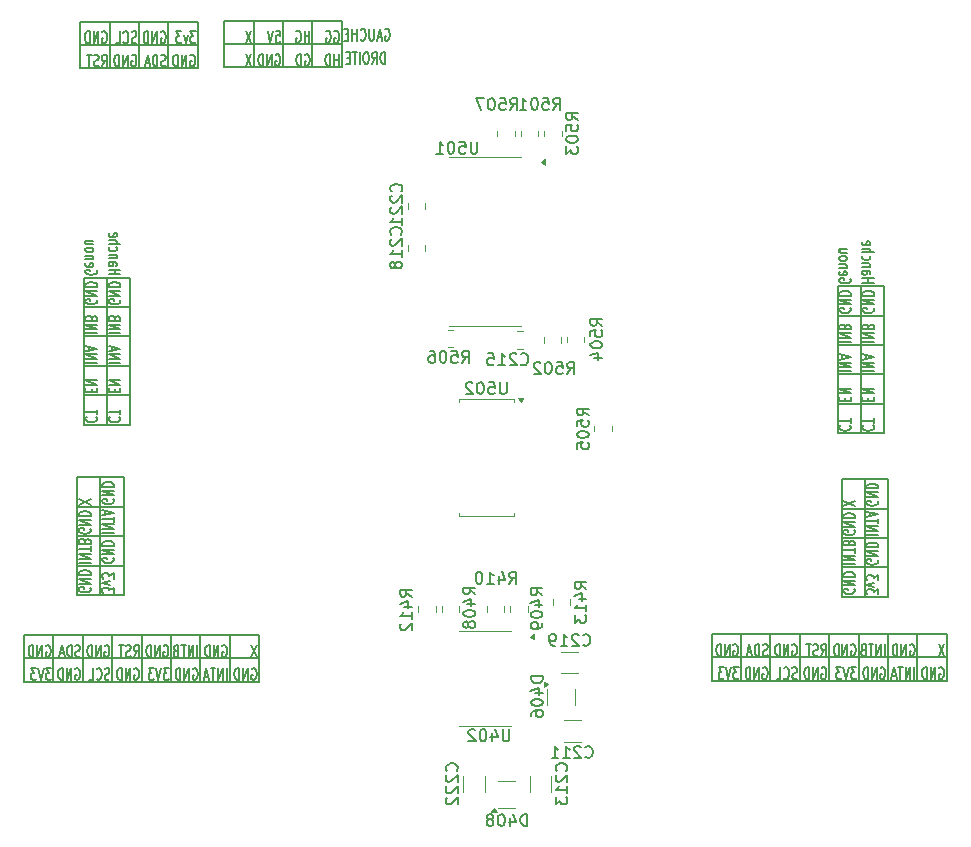
<source format=gbr>
%TF.GenerationSoftware,KiCad,Pcbnew,8.0.1-rc1*%
%TF.CreationDate,2024-04-06T08:28:56-04:00*%
%TF.ProjectId,ESP32_CHUNGUS_RAPIDUS,45535033-325f-4434-9855-4e4755535f52,rev?*%
%TF.SameCoordinates,Original*%
%TF.FileFunction,Legend,Bot*%
%TF.FilePolarity,Positive*%
%FSLAX46Y46*%
G04 Gerber Fmt 4.6, Leading zero omitted, Abs format (unit mm)*
G04 Created by KiCad (PCBNEW 8.0.1-rc1) date 2024-04-06 08:28:56*
%MOMM*%
%LPD*%
G01*
G04 APERTURE LIST*
%ADD10C,0.150000*%
%ADD11C,0.120000*%
G04 APERTURE END LIST*
D10*
X109970000Y-49460000D02*
X113900000Y-49460000D01*
X113900000Y-51950000D01*
X109970000Y-51950000D01*
X109970000Y-49460000D01*
X46160000Y-56200000D02*
X50090000Y-56200000D01*
X50090000Y-61180000D01*
X46160000Y-61180000D01*
X46160000Y-56200000D01*
X43580000Y-79000000D02*
X46070000Y-79000000D01*
X46070000Y-82930000D01*
X43580000Y-82930000D01*
X43580000Y-79000000D01*
X116730000Y-78920000D02*
X119220000Y-78920000D01*
X119220000Y-82850000D01*
X116730000Y-82850000D01*
X116730000Y-78920000D01*
X45600000Y-68140000D02*
X49530000Y-68140000D01*
X49530000Y-70630000D01*
X45600000Y-70630000D01*
X45600000Y-68140000D01*
X68000000Y-28960000D02*
X58040000Y-28960000D01*
X53320000Y-27050000D02*
X55810000Y-27050000D01*
X55810000Y-30980000D01*
X53320000Y-30980000D01*
X53320000Y-27050000D01*
X99300000Y-78920000D02*
X119220000Y-78920000D01*
X119220000Y-82850000D01*
X99300000Y-82850000D01*
X99300000Y-78920000D01*
X51050000Y-79000000D02*
X56030000Y-79000000D01*
X56030000Y-82930000D01*
X51050000Y-82930000D01*
X51050000Y-79000000D01*
X45850000Y-27050000D02*
X50830000Y-27050000D01*
X50830000Y-30980000D01*
X45850000Y-30980000D01*
X45850000Y-27050000D01*
X50830000Y-27050000D02*
X55810000Y-27050000D01*
X55810000Y-30980000D01*
X50830000Y-30980000D01*
X50830000Y-27050000D01*
X119220000Y-80885000D02*
X99300000Y-80885000D01*
X46070000Y-79000000D02*
X51050000Y-79000000D01*
X51050000Y-82930000D01*
X46070000Y-82930000D01*
X46070000Y-79000000D01*
X41090000Y-79000000D02*
X51050000Y-79000000D01*
X51050000Y-82930000D01*
X41090000Y-82930000D01*
X41090000Y-79000000D01*
X46160000Y-51220000D02*
X50090000Y-51220000D01*
X50090000Y-56200000D01*
X46160000Y-56200000D01*
X46160000Y-51220000D01*
X45600000Y-65650000D02*
X49530000Y-65650000D01*
X49530000Y-75610000D01*
X45600000Y-75610000D01*
X45600000Y-65650000D01*
X45600000Y-73120000D02*
X49530000Y-73120000D01*
X49530000Y-75610000D01*
X45600000Y-75610000D01*
X45600000Y-73120000D01*
X48560000Y-79000000D02*
X51050000Y-79000000D01*
X51050000Y-82930000D01*
X48560000Y-82930000D01*
X48560000Y-79000000D01*
X109970000Y-54440000D02*
X113900000Y-54440000D01*
X113900000Y-56930000D01*
X109970000Y-56930000D01*
X109970000Y-54440000D01*
X60530000Y-26995000D02*
X63020000Y-26995000D01*
X63020000Y-30925000D01*
X60530000Y-30925000D01*
X60530000Y-26995000D01*
X109260000Y-78920000D02*
X114240000Y-78920000D01*
X114240000Y-82850000D01*
X109260000Y-82850000D01*
X109260000Y-78920000D01*
X63020000Y-26995000D02*
X68000000Y-26995000D01*
X68000000Y-30925000D01*
X63020000Y-30925000D01*
X63020000Y-26995000D01*
X46160000Y-51220000D02*
X50090000Y-51220000D01*
X50090000Y-61180000D01*
X46160000Y-61180000D01*
X46160000Y-51220000D01*
X110310000Y-73260000D02*
X114240000Y-73260000D01*
X114240000Y-75750000D01*
X110310000Y-75750000D01*
X110310000Y-73260000D01*
X47565000Y-75610000D02*
X47565000Y-65650000D01*
X41090000Y-79000000D02*
X46070000Y-79000000D01*
X46070000Y-82930000D01*
X41090000Y-82930000D01*
X41090000Y-79000000D01*
X56030000Y-79000000D02*
X61010000Y-79000000D01*
X61010000Y-82930000D01*
X56030000Y-82930000D01*
X56030000Y-79000000D01*
X110310000Y-70770000D02*
X114240000Y-70770000D01*
X114240000Y-75750000D01*
X110310000Y-75750000D01*
X110310000Y-70770000D01*
X106770000Y-78920000D02*
X109260000Y-78920000D01*
X109260000Y-82850000D01*
X106770000Y-82850000D01*
X106770000Y-78920000D01*
X109970000Y-51950000D02*
X113900000Y-51950000D01*
X113900000Y-61910000D01*
X109970000Y-61910000D01*
X109970000Y-51950000D01*
X58040000Y-26995000D02*
X63020000Y-26995000D01*
X63020000Y-30925000D01*
X58040000Y-30925000D01*
X58040000Y-26995000D01*
X109970000Y-59420000D02*
X113900000Y-59420000D01*
X113900000Y-61910000D01*
X109970000Y-61910000D01*
X109970000Y-59420000D01*
X45600000Y-65650000D02*
X49530000Y-65650000D01*
X49530000Y-70630000D01*
X45600000Y-70630000D01*
X45600000Y-65650000D01*
X48125000Y-61180000D02*
X48125000Y-48730000D01*
X55810000Y-29015000D02*
X45850000Y-29015000D01*
X109970000Y-51950000D02*
X113900000Y-51950000D01*
X113900000Y-56930000D01*
X109970000Y-56930000D01*
X109970000Y-51950000D01*
X99300000Y-78920000D02*
X104280000Y-78920000D01*
X104280000Y-82850000D01*
X99300000Y-82850000D01*
X99300000Y-78920000D01*
X111750000Y-78920000D02*
X114240000Y-78920000D01*
X114240000Y-82850000D01*
X111750000Y-82850000D01*
X111750000Y-78920000D01*
X58040000Y-26995000D02*
X68000000Y-26995000D01*
X68000000Y-30925000D01*
X58040000Y-30925000D01*
X58040000Y-26995000D01*
X61010000Y-80965000D02*
X41090000Y-80965000D01*
X114240000Y-78920000D02*
X119220000Y-78920000D01*
X119220000Y-82850000D01*
X114240000Y-82850000D01*
X114240000Y-78920000D01*
X46160000Y-48730000D02*
X50090000Y-48730000D01*
X50090000Y-51220000D01*
X46160000Y-51220000D01*
X46160000Y-48730000D01*
X65510000Y-26995000D02*
X68000000Y-26995000D01*
X68000000Y-30925000D01*
X65510000Y-30925000D01*
X65510000Y-26995000D01*
X58520000Y-79000000D02*
X61010000Y-79000000D01*
X61010000Y-82930000D01*
X58520000Y-82930000D01*
X58520000Y-79000000D01*
X46160000Y-58690000D02*
X50090000Y-58690000D01*
X50090000Y-61180000D01*
X46160000Y-61180000D01*
X46160000Y-58690000D01*
X111935000Y-61910000D02*
X111935000Y-49460000D01*
X41090000Y-79000000D02*
X61010000Y-79000000D01*
X61010000Y-82930000D01*
X41090000Y-82930000D01*
X41090000Y-79000000D01*
X112275000Y-75750000D02*
X112275000Y-65790000D01*
X48340000Y-27050000D02*
X50830000Y-27050000D01*
X50830000Y-30980000D01*
X48340000Y-30980000D01*
X48340000Y-27050000D01*
X45600000Y-70630000D02*
X49530000Y-70630000D01*
X49530000Y-75610000D01*
X45600000Y-75610000D01*
X45600000Y-70630000D01*
X109970000Y-56930000D02*
X113900000Y-56930000D01*
X113900000Y-61910000D01*
X109970000Y-61910000D01*
X109970000Y-56930000D01*
X109260000Y-78920000D02*
X119220000Y-78920000D01*
X119220000Y-82850000D01*
X109260000Y-82850000D01*
X109260000Y-78920000D01*
X110310000Y-68280000D02*
X114240000Y-68280000D01*
X114240000Y-70770000D01*
X110310000Y-70770000D01*
X110310000Y-68280000D01*
X110310000Y-65790000D02*
X114240000Y-65790000D01*
X114240000Y-75750000D01*
X110310000Y-75750000D01*
X110310000Y-65790000D01*
X46160000Y-53710000D02*
X50090000Y-53710000D01*
X50090000Y-56200000D01*
X46160000Y-56200000D01*
X46160000Y-53710000D01*
X110310000Y-65790000D02*
X114240000Y-65790000D01*
X114240000Y-70770000D01*
X110310000Y-70770000D01*
X110310000Y-65790000D01*
X53540000Y-79000000D02*
X56030000Y-79000000D01*
X56030000Y-82930000D01*
X53540000Y-82930000D01*
X53540000Y-79000000D01*
X101790000Y-78920000D02*
X104280000Y-78920000D01*
X104280000Y-82850000D01*
X101790000Y-82850000D01*
X101790000Y-78920000D01*
X99300000Y-78920000D02*
X109260000Y-78920000D01*
X109260000Y-82850000D01*
X99300000Y-82850000D01*
X99300000Y-78920000D01*
X104280000Y-78920000D02*
X109260000Y-78920000D01*
X109260000Y-82850000D01*
X104280000Y-82850000D01*
X104280000Y-78920000D01*
X45850000Y-27050000D02*
X55810000Y-27050000D01*
X55810000Y-30980000D01*
X45850000Y-30980000D01*
X45850000Y-27050000D01*
X51050000Y-79000000D02*
X61010000Y-79000000D01*
X61010000Y-82930000D01*
X51050000Y-82930000D01*
X51050000Y-79000000D01*
X46730180Y-67941316D02*
X45730180Y-67474649D01*
X46730180Y-67474649D02*
X45730180Y-67941316D01*
X47927982Y-79882438D02*
X47994649Y-79834819D01*
X47994649Y-79834819D02*
X48094649Y-79834819D01*
X48094649Y-79834819D02*
X48194649Y-79882438D01*
X48194649Y-79882438D02*
X48261316Y-79977676D01*
X48261316Y-79977676D02*
X48294649Y-80072914D01*
X48294649Y-80072914D02*
X48327982Y-80263390D01*
X48327982Y-80263390D02*
X48327982Y-80406247D01*
X48327982Y-80406247D02*
X48294649Y-80596723D01*
X48294649Y-80596723D02*
X48261316Y-80691961D01*
X48261316Y-80691961D02*
X48194649Y-80787200D01*
X48194649Y-80787200D02*
X48094649Y-80834819D01*
X48094649Y-80834819D02*
X48027982Y-80834819D01*
X48027982Y-80834819D02*
X47927982Y-80787200D01*
X47927982Y-80787200D02*
X47894649Y-80739580D01*
X47894649Y-80739580D02*
X47894649Y-80406247D01*
X47894649Y-80406247D02*
X48027982Y-80406247D01*
X47594649Y-80834819D02*
X47594649Y-79834819D01*
X47594649Y-79834819D02*
X47194649Y-80834819D01*
X47194649Y-80834819D02*
X47194649Y-79834819D01*
X46861316Y-80834819D02*
X46861316Y-79834819D01*
X46861316Y-79834819D02*
X46694649Y-79834819D01*
X46694649Y-79834819D02*
X46594649Y-79882438D01*
X46594649Y-79882438D02*
X46527983Y-79977676D01*
X46527983Y-79977676D02*
X46494649Y-80072914D01*
X46494649Y-80072914D02*
X46461316Y-80263390D01*
X46461316Y-80263390D02*
X46461316Y-80406247D01*
X46461316Y-80406247D02*
X46494649Y-80596723D01*
X46494649Y-80596723D02*
X46527983Y-80691961D01*
X46527983Y-80691961D02*
X46594649Y-80787200D01*
X46594649Y-80787200D02*
X46694649Y-80834819D01*
X46694649Y-80834819D02*
X46861316Y-80834819D01*
X113607982Y-81767438D02*
X113674649Y-81719819D01*
X113674649Y-81719819D02*
X113774649Y-81719819D01*
X113774649Y-81719819D02*
X113874649Y-81767438D01*
X113874649Y-81767438D02*
X113941316Y-81862676D01*
X113941316Y-81862676D02*
X113974649Y-81957914D01*
X113974649Y-81957914D02*
X114007982Y-82148390D01*
X114007982Y-82148390D02*
X114007982Y-82291247D01*
X114007982Y-82291247D02*
X113974649Y-82481723D01*
X113974649Y-82481723D02*
X113941316Y-82576961D01*
X113941316Y-82576961D02*
X113874649Y-82672200D01*
X113874649Y-82672200D02*
X113774649Y-82719819D01*
X113774649Y-82719819D02*
X113707982Y-82719819D01*
X113707982Y-82719819D02*
X113607982Y-82672200D01*
X113607982Y-82672200D02*
X113574649Y-82624580D01*
X113574649Y-82624580D02*
X113574649Y-82291247D01*
X113574649Y-82291247D02*
X113707982Y-82291247D01*
X113274649Y-82719819D02*
X113274649Y-81719819D01*
X113274649Y-81719819D02*
X112874649Y-82719819D01*
X112874649Y-82719819D02*
X112874649Y-81719819D01*
X112541316Y-82719819D02*
X112541316Y-81719819D01*
X112541316Y-81719819D02*
X112374649Y-81719819D01*
X112374649Y-81719819D02*
X112274649Y-81767438D01*
X112274649Y-81767438D02*
X112207983Y-81862676D01*
X112207983Y-81862676D02*
X112174649Y-81957914D01*
X112174649Y-81957914D02*
X112141316Y-82148390D01*
X112141316Y-82148390D02*
X112141316Y-82291247D01*
X112141316Y-82291247D02*
X112174649Y-82481723D01*
X112174649Y-82481723D02*
X112207983Y-82576961D01*
X112207983Y-82576961D02*
X112274649Y-82672200D01*
X112274649Y-82672200D02*
X112374649Y-82719819D01*
X112374649Y-82719819D02*
X112541316Y-82719819D01*
X49207561Y-50587982D02*
X49255180Y-50654649D01*
X49255180Y-50654649D02*
X49255180Y-50754649D01*
X49255180Y-50754649D02*
X49207561Y-50854649D01*
X49207561Y-50854649D02*
X49112323Y-50921316D01*
X49112323Y-50921316D02*
X49017085Y-50954649D01*
X49017085Y-50954649D02*
X48826609Y-50987982D01*
X48826609Y-50987982D02*
X48683752Y-50987982D01*
X48683752Y-50987982D02*
X48493276Y-50954649D01*
X48493276Y-50954649D02*
X48398038Y-50921316D01*
X48398038Y-50921316D02*
X48302800Y-50854649D01*
X48302800Y-50854649D02*
X48255180Y-50754649D01*
X48255180Y-50754649D02*
X48255180Y-50687982D01*
X48255180Y-50687982D02*
X48302800Y-50587982D01*
X48302800Y-50587982D02*
X48350419Y-50554649D01*
X48350419Y-50554649D02*
X48683752Y-50554649D01*
X48683752Y-50554649D02*
X48683752Y-50687982D01*
X48255180Y-50254649D02*
X49255180Y-50254649D01*
X49255180Y-50254649D02*
X48255180Y-49854649D01*
X48255180Y-49854649D02*
X49255180Y-49854649D01*
X48255180Y-49521316D02*
X49255180Y-49521316D01*
X49255180Y-49521316D02*
X49255180Y-49354649D01*
X49255180Y-49354649D02*
X49207561Y-49254649D01*
X49207561Y-49254649D02*
X49112323Y-49187983D01*
X49112323Y-49187983D02*
X49017085Y-49154649D01*
X49017085Y-49154649D02*
X48826609Y-49121316D01*
X48826609Y-49121316D02*
X48683752Y-49121316D01*
X48683752Y-49121316D02*
X48493276Y-49154649D01*
X48493276Y-49154649D02*
X48398038Y-49187983D01*
X48398038Y-49187983D02*
X48302800Y-49254649D01*
X48302800Y-49254649D02*
X48255180Y-49354649D01*
X48255180Y-49354649D02*
X48255180Y-49521316D01*
X47695180Y-70364649D02*
X48695180Y-70364649D01*
X47695180Y-70031316D02*
X48695180Y-70031316D01*
X48695180Y-70031316D02*
X47695180Y-69631316D01*
X47695180Y-69631316D02*
X48695180Y-69631316D01*
X48695180Y-69397983D02*
X48695180Y-68997983D01*
X47695180Y-69197983D02*
X48695180Y-69197983D01*
X47980895Y-68797983D02*
X47980895Y-68464650D01*
X47695180Y-68864650D02*
X48695180Y-68631317D01*
X48695180Y-68631317D02*
X47695180Y-68397983D01*
X112160419Y-61244649D02*
X112112800Y-61277982D01*
X112112800Y-61277982D02*
X112065180Y-61377982D01*
X112065180Y-61377982D02*
X112065180Y-61444649D01*
X112065180Y-61444649D02*
X112112800Y-61544649D01*
X112112800Y-61544649D02*
X112208038Y-61611316D01*
X112208038Y-61611316D02*
X112303276Y-61644649D01*
X112303276Y-61644649D02*
X112493752Y-61677982D01*
X112493752Y-61677982D02*
X112636609Y-61677982D01*
X112636609Y-61677982D02*
X112827085Y-61644649D01*
X112827085Y-61644649D02*
X112922323Y-61611316D01*
X112922323Y-61611316D02*
X113017561Y-61544649D01*
X113017561Y-61544649D02*
X113065180Y-61444649D01*
X113065180Y-61444649D02*
X113065180Y-61377982D01*
X113065180Y-61377982D02*
X113017561Y-61277982D01*
X113017561Y-61277982D02*
X112969942Y-61244649D01*
X113065180Y-61044649D02*
X113065180Y-60644649D01*
X112065180Y-60844649D02*
X113065180Y-60844649D01*
X65244649Y-28829819D02*
X65244649Y-27829819D01*
X65244649Y-28306009D02*
X64844649Y-28306009D01*
X64844649Y-28829819D02*
X64844649Y-27829819D01*
X64144649Y-27877438D02*
X64211316Y-27829819D01*
X64211316Y-27829819D02*
X64311316Y-27829819D01*
X64311316Y-27829819D02*
X64411316Y-27877438D01*
X64411316Y-27877438D02*
X64477983Y-27972676D01*
X64477983Y-27972676D02*
X64511316Y-28067914D01*
X64511316Y-28067914D02*
X64544649Y-28258390D01*
X64544649Y-28258390D02*
X64544649Y-28401247D01*
X64544649Y-28401247D02*
X64511316Y-28591723D01*
X64511316Y-28591723D02*
X64477983Y-28686961D01*
X64477983Y-28686961D02*
X64411316Y-28782200D01*
X64411316Y-28782200D02*
X64311316Y-28829819D01*
X64311316Y-28829819D02*
X64244649Y-28829819D01*
X64244649Y-28829819D02*
X64144649Y-28782200D01*
X64144649Y-28782200D02*
X64111316Y-28734580D01*
X64111316Y-28734580D02*
X64111316Y-28401247D01*
X64111316Y-28401247D02*
X64244649Y-28401247D01*
X46682561Y-74977982D02*
X46730180Y-75044649D01*
X46730180Y-75044649D02*
X46730180Y-75144649D01*
X46730180Y-75144649D02*
X46682561Y-75244649D01*
X46682561Y-75244649D02*
X46587323Y-75311316D01*
X46587323Y-75311316D02*
X46492085Y-75344649D01*
X46492085Y-75344649D02*
X46301609Y-75377982D01*
X46301609Y-75377982D02*
X46158752Y-75377982D01*
X46158752Y-75377982D02*
X45968276Y-75344649D01*
X45968276Y-75344649D02*
X45873038Y-75311316D01*
X45873038Y-75311316D02*
X45777800Y-75244649D01*
X45777800Y-75244649D02*
X45730180Y-75144649D01*
X45730180Y-75144649D02*
X45730180Y-75077982D01*
X45730180Y-75077982D02*
X45777800Y-74977982D01*
X45777800Y-74977982D02*
X45825419Y-74944649D01*
X45825419Y-74944649D02*
X46158752Y-74944649D01*
X46158752Y-74944649D02*
X46158752Y-75077982D01*
X45730180Y-74644649D02*
X46730180Y-74644649D01*
X46730180Y-74644649D02*
X45730180Y-74244649D01*
X45730180Y-74244649D02*
X46730180Y-74244649D01*
X45730180Y-73911316D02*
X46730180Y-73911316D01*
X46730180Y-73911316D02*
X46730180Y-73744649D01*
X46730180Y-73744649D02*
X46682561Y-73644649D01*
X46682561Y-73644649D02*
X46587323Y-73577983D01*
X46587323Y-73577983D02*
X46492085Y-73544649D01*
X46492085Y-73544649D02*
X46301609Y-73511316D01*
X46301609Y-73511316D02*
X46158752Y-73511316D01*
X46158752Y-73511316D02*
X45968276Y-73544649D01*
X45968276Y-73544649D02*
X45873038Y-73577983D01*
X45873038Y-73577983D02*
X45777800Y-73644649D01*
X45777800Y-73644649D02*
X45730180Y-73744649D01*
X45730180Y-73744649D02*
X45730180Y-73911316D01*
X104047982Y-80707200D02*
X103947982Y-80754819D01*
X103947982Y-80754819D02*
X103781316Y-80754819D01*
X103781316Y-80754819D02*
X103714649Y-80707200D01*
X103714649Y-80707200D02*
X103681316Y-80659580D01*
X103681316Y-80659580D02*
X103647982Y-80564342D01*
X103647982Y-80564342D02*
X103647982Y-80469104D01*
X103647982Y-80469104D02*
X103681316Y-80373866D01*
X103681316Y-80373866D02*
X103714649Y-80326247D01*
X103714649Y-80326247D02*
X103781316Y-80278628D01*
X103781316Y-80278628D02*
X103914649Y-80231009D01*
X103914649Y-80231009D02*
X103981316Y-80183390D01*
X103981316Y-80183390D02*
X104014649Y-80135771D01*
X104014649Y-80135771D02*
X104047982Y-80040533D01*
X104047982Y-80040533D02*
X104047982Y-79945295D01*
X104047982Y-79945295D02*
X104014649Y-79850057D01*
X104014649Y-79850057D02*
X103981316Y-79802438D01*
X103981316Y-79802438D02*
X103914649Y-79754819D01*
X103914649Y-79754819D02*
X103747982Y-79754819D01*
X103747982Y-79754819D02*
X103647982Y-79802438D01*
X103347982Y-80754819D02*
X103347982Y-79754819D01*
X103347982Y-79754819D02*
X103181315Y-79754819D01*
X103181315Y-79754819D02*
X103081315Y-79802438D01*
X103081315Y-79802438D02*
X103014649Y-79897676D01*
X103014649Y-79897676D02*
X102981315Y-79992914D01*
X102981315Y-79992914D02*
X102947982Y-80183390D01*
X102947982Y-80183390D02*
X102947982Y-80326247D01*
X102947982Y-80326247D02*
X102981315Y-80516723D01*
X102981315Y-80516723D02*
X103014649Y-80611961D01*
X103014649Y-80611961D02*
X103081315Y-80707200D01*
X103081315Y-80707200D02*
X103181315Y-80754819D01*
X103181315Y-80754819D02*
X103347982Y-80754819D01*
X102681315Y-80469104D02*
X102347982Y-80469104D01*
X102747982Y-80754819D02*
X102514649Y-79754819D01*
X102514649Y-79754819D02*
X102281315Y-80754819D01*
X58254649Y-82799819D02*
X58254649Y-81799819D01*
X57921316Y-82799819D02*
X57921316Y-81799819D01*
X57921316Y-81799819D02*
X57521316Y-82799819D01*
X57521316Y-82799819D02*
X57521316Y-81799819D01*
X57287983Y-81799819D02*
X56887983Y-81799819D01*
X57087983Y-82799819D02*
X57087983Y-81799819D01*
X56687983Y-82514104D02*
X56354650Y-82514104D01*
X56754650Y-82799819D02*
X56521317Y-81799819D01*
X56521317Y-81799819D02*
X56287983Y-82799819D01*
X67734649Y-30794819D02*
X67734649Y-29794819D01*
X67734649Y-30271009D02*
X67334649Y-30271009D01*
X67334649Y-30794819D02*
X67334649Y-29794819D01*
X67001316Y-30794819D02*
X67001316Y-29794819D01*
X67001316Y-29794819D02*
X66834649Y-29794819D01*
X66834649Y-29794819D02*
X66734649Y-29842438D01*
X66734649Y-29842438D02*
X66667983Y-29937676D01*
X66667983Y-29937676D02*
X66634649Y-30032914D01*
X66634649Y-30032914D02*
X66601316Y-30223390D01*
X66601316Y-30223390D02*
X66601316Y-30366247D01*
X66601316Y-30366247D02*
X66634649Y-30556723D01*
X66634649Y-30556723D02*
X66667983Y-30651961D01*
X66667983Y-30651961D02*
X66734649Y-30747200D01*
X66734649Y-30747200D02*
X66834649Y-30794819D01*
X66834649Y-30794819D02*
X67001316Y-30794819D01*
X112588990Y-59154649D02*
X112588990Y-58921316D01*
X112065180Y-58821316D02*
X112065180Y-59154649D01*
X112065180Y-59154649D02*
X113065180Y-59154649D01*
X113065180Y-59154649D02*
X113065180Y-58821316D01*
X112065180Y-58521316D02*
X113065180Y-58521316D01*
X113065180Y-58521316D02*
X112065180Y-58121316D01*
X112065180Y-58121316D02*
X113065180Y-58121316D01*
X46682561Y-69997982D02*
X46730180Y-70064649D01*
X46730180Y-70064649D02*
X46730180Y-70164649D01*
X46730180Y-70164649D02*
X46682561Y-70264649D01*
X46682561Y-70264649D02*
X46587323Y-70331316D01*
X46587323Y-70331316D02*
X46492085Y-70364649D01*
X46492085Y-70364649D02*
X46301609Y-70397982D01*
X46301609Y-70397982D02*
X46158752Y-70397982D01*
X46158752Y-70397982D02*
X45968276Y-70364649D01*
X45968276Y-70364649D02*
X45873038Y-70331316D01*
X45873038Y-70331316D02*
X45777800Y-70264649D01*
X45777800Y-70264649D02*
X45730180Y-70164649D01*
X45730180Y-70164649D02*
X45730180Y-70097982D01*
X45730180Y-70097982D02*
X45777800Y-69997982D01*
X45777800Y-69997982D02*
X45825419Y-69964649D01*
X45825419Y-69964649D02*
X46158752Y-69964649D01*
X46158752Y-69964649D02*
X46158752Y-70097982D01*
X45730180Y-69664649D02*
X46730180Y-69664649D01*
X46730180Y-69664649D02*
X45730180Y-69264649D01*
X45730180Y-69264649D02*
X46730180Y-69264649D01*
X45730180Y-68931316D02*
X46730180Y-68931316D01*
X46730180Y-68931316D02*
X46730180Y-68764649D01*
X46730180Y-68764649D02*
X46682561Y-68664649D01*
X46682561Y-68664649D02*
X46587323Y-68597983D01*
X46587323Y-68597983D02*
X46492085Y-68564649D01*
X46492085Y-68564649D02*
X46301609Y-68531316D01*
X46301609Y-68531316D02*
X46158752Y-68531316D01*
X46158752Y-68531316D02*
X45968276Y-68564649D01*
X45968276Y-68564649D02*
X45873038Y-68597983D01*
X45873038Y-68597983D02*
X45777800Y-68664649D01*
X45777800Y-68664649D02*
X45730180Y-68764649D01*
X45730180Y-68764649D02*
X45730180Y-68931316D01*
X47674649Y-30849819D02*
X47907982Y-30373628D01*
X48074649Y-30849819D02*
X48074649Y-29849819D01*
X48074649Y-29849819D02*
X47807982Y-29849819D01*
X47807982Y-29849819D02*
X47741316Y-29897438D01*
X47741316Y-29897438D02*
X47707982Y-29945057D01*
X47707982Y-29945057D02*
X47674649Y-30040295D01*
X47674649Y-30040295D02*
X47674649Y-30183152D01*
X47674649Y-30183152D02*
X47707982Y-30278390D01*
X47707982Y-30278390D02*
X47741316Y-30326009D01*
X47741316Y-30326009D02*
X47807982Y-30373628D01*
X47807982Y-30373628D02*
X48074649Y-30373628D01*
X47407982Y-30802200D02*
X47307982Y-30849819D01*
X47307982Y-30849819D02*
X47141316Y-30849819D01*
X47141316Y-30849819D02*
X47074649Y-30802200D01*
X47074649Y-30802200D02*
X47041316Y-30754580D01*
X47041316Y-30754580D02*
X47007982Y-30659342D01*
X47007982Y-30659342D02*
X47007982Y-30564104D01*
X47007982Y-30564104D02*
X47041316Y-30468866D01*
X47041316Y-30468866D02*
X47074649Y-30421247D01*
X47074649Y-30421247D02*
X47141316Y-30373628D01*
X47141316Y-30373628D02*
X47274649Y-30326009D01*
X47274649Y-30326009D02*
X47341316Y-30278390D01*
X47341316Y-30278390D02*
X47374649Y-30230771D01*
X47374649Y-30230771D02*
X47407982Y-30135533D01*
X47407982Y-30135533D02*
X47407982Y-30040295D01*
X47407982Y-30040295D02*
X47374649Y-29945057D01*
X47374649Y-29945057D02*
X47341316Y-29897438D01*
X47341316Y-29897438D02*
X47274649Y-29849819D01*
X47274649Y-29849819D02*
X47107982Y-29849819D01*
X47107982Y-29849819D02*
X47007982Y-29897438D01*
X46807982Y-29849819D02*
X46407982Y-29849819D01*
X46607982Y-30849819D02*
X46607982Y-29849819D01*
X113405180Y-75551316D02*
X113405180Y-75117982D01*
X113405180Y-75117982D02*
X113024228Y-75351316D01*
X113024228Y-75351316D02*
X113024228Y-75251316D01*
X113024228Y-75251316D02*
X112976609Y-75184649D01*
X112976609Y-75184649D02*
X112928990Y-75151316D01*
X112928990Y-75151316D02*
X112833752Y-75117982D01*
X112833752Y-75117982D02*
X112595657Y-75117982D01*
X112595657Y-75117982D02*
X112500419Y-75151316D01*
X112500419Y-75151316D02*
X112452800Y-75184649D01*
X112452800Y-75184649D02*
X112405180Y-75251316D01*
X112405180Y-75251316D02*
X112405180Y-75451316D01*
X112405180Y-75451316D02*
X112452800Y-75517982D01*
X112452800Y-75517982D02*
X112500419Y-75551316D01*
X113071847Y-74884649D02*
X112405180Y-74717982D01*
X112405180Y-74717982D02*
X113071847Y-74551315D01*
X113405180Y-74351316D02*
X113405180Y-73917982D01*
X113405180Y-73917982D02*
X113024228Y-74151316D01*
X113024228Y-74151316D02*
X113024228Y-74051316D01*
X113024228Y-74051316D02*
X112976609Y-73984649D01*
X112976609Y-73984649D02*
X112928990Y-73951316D01*
X112928990Y-73951316D02*
X112833752Y-73917982D01*
X112833752Y-73917982D02*
X112595657Y-73917982D01*
X112595657Y-73917982D02*
X112500419Y-73951316D01*
X112500419Y-73951316D02*
X112452800Y-73984649D01*
X112452800Y-73984649D02*
X112405180Y-74051316D01*
X112405180Y-74051316D02*
X112405180Y-74251316D01*
X112405180Y-74251316D02*
X112452800Y-74317982D01*
X112452800Y-74317982D02*
X112500419Y-74351316D01*
X110100180Y-54174649D02*
X111100180Y-54174649D01*
X110100180Y-53841316D02*
X111100180Y-53841316D01*
X111100180Y-53841316D02*
X110100180Y-53441316D01*
X110100180Y-53441316D02*
X111100180Y-53441316D01*
X110623990Y-52874650D02*
X110576371Y-52774650D01*
X110576371Y-52774650D02*
X110528752Y-52741316D01*
X110528752Y-52741316D02*
X110433514Y-52707983D01*
X110433514Y-52707983D02*
X110290657Y-52707983D01*
X110290657Y-52707983D02*
X110195419Y-52741316D01*
X110195419Y-52741316D02*
X110147800Y-52774650D01*
X110147800Y-52774650D02*
X110100180Y-52841316D01*
X110100180Y-52841316D02*
X110100180Y-53107983D01*
X110100180Y-53107983D02*
X111100180Y-53107983D01*
X111100180Y-53107983D02*
X111100180Y-52874650D01*
X111100180Y-52874650D02*
X111052561Y-52807983D01*
X111052561Y-52807983D02*
X111004942Y-52774650D01*
X111004942Y-52774650D02*
X110909704Y-52741316D01*
X110909704Y-52741316D02*
X110814466Y-52741316D01*
X110814466Y-52741316D02*
X110719228Y-52774650D01*
X110719228Y-52774650D02*
X110671609Y-52807983D01*
X110671609Y-52807983D02*
X110623990Y-52874650D01*
X110623990Y-52874650D02*
X110623990Y-53107983D01*
X60377982Y-81847438D02*
X60444649Y-81799819D01*
X60444649Y-81799819D02*
X60544649Y-81799819D01*
X60544649Y-81799819D02*
X60644649Y-81847438D01*
X60644649Y-81847438D02*
X60711316Y-81942676D01*
X60711316Y-81942676D02*
X60744649Y-82037914D01*
X60744649Y-82037914D02*
X60777982Y-82228390D01*
X60777982Y-82228390D02*
X60777982Y-82371247D01*
X60777982Y-82371247D02*
X60744649Y-82561723D01*
X60744649Y-82561723D02*
X60711316Y-82656961D01*
X60711316Y-82656961D02*
X60644649Y-82752200D01*
X60644649Y-82752200D02*
X60544649Y-82799819D01*
X60544649Y-82799819D02*
X60477982Y-82799819D01*
X60477982Y-82799819D02*
X60377982Y-82752200D01*
X60377982Y-82752200D02*
X60344649Y-82704580D01*
X60344649Y-82704580D02*
X60344649Y-82371247D01*
X60344649Y-82371247D02*
X60477982Y-82371247D01*
X60044649Y-82799819D02*
X60044649Y-81799819D01*
X60044649Y-81799819D02*
X59644649Y-82799819D01*
X59644649Y-82799819D02*
X59644649Y-81799819D01*
X59311316Y-82799819D02*
X59311316Y-81799819D01*
X59311316Y-81799819D02*
X59144649Y-81799819D01*
X59144649Y-81799819D02*
X59044649Y-81847438D01*
X59044649Y-81847438D02*
X58977983Y-81942676D01*
X58977983Y-81942676D02*
X58944649Y-82037914D01*
X58944649Y-82037914D02*
X58911316Y-82228390D01*
X58911316Y-82228390D02*
X58911316Y-82371247D01*
X58911316Y-82371247D02*
X58944649Y-82561723D01*
X58944649Y-82561723D02*
X58977983Y-82656961D01*
X58977983Y-82656961D02*
X59044649Y-82752200D01*
X59044649Y-82752200D02*
X59144649Y-82799819D01*
X59144649Y-82799819D02*
X59311316Y-82799819D01*
X50597982Y-28837200D02*
X50497982Y-28884819D01*
X50497982Y-28884819D02*
X50331316Y-28884819D01*
X50331316Y-28884819D02*
X50264649Y-28837200D01*
X50264649Y-28837200D02*
X50231316Y-28789580D01*
X50231316Y-28789580D02*
X50197982Y-28694342D01*
X50197982Y-28694342D02*
X50197982Y-28599104D01*
X50197982Y-28599104D02*
X50231316Y-28503866D01*
X50231316Y-28503866D02*
X50264649Y-28456247D01*
X50264649Y-28456247D02*
X50331316Y-28408628D01*
X50331316Y-28408628D02*
X50464649Y-28361009D01*
X50464649Y-28361009D02*
X50531316Y-28313390D01*
X50531316Y-28313390D02*
X50564649Y-28265771D01*
X50564649Y-28265771D02*
X50597982Y-28170533D01*
X50597982Y-28170533D02*
X50597982Y-28075295D01*
X50597982Y-28075295D02*
X50564649Y-27980057D01*
X50564649Y-27980057D02*
X50531316Y-27932438D01*
X50531316Y-27932438D02*
X50464649Y-27884819D01*
X50464649Y-27884819D02*
X50297982Y-27884819D01*
X50297982Y-27884819D02*
X50197982Y-27932438D01*
X49497982Y-28789580D02*
X49531315Y-28837200D01*
X49531315Y-28837200D02*
X49631315Y-28884819D01*
X49631315Y-28884819D02*
X49697982Y-28884819D01*
X49697982Y-28884819D02*
X49797982Y-28837200D01*
X49797982Y-28837200D02*
X49864649Y-28741961D01*
X49864649Y-28741961D02*
X49897982Y-28646723D01*
X49897982Y-28646723D02*
X49931315Y-28456247D01*
X49931315Y-28456247D02*
X49931315Y-28313390D01*
X49931315Y-28313390D02*
X49897982Y-28122914D01*
X49897982Y-28122914D02*
X49864649Y-28027676D01*
X49864649Y-28027676D02*
X49797982Y-27932438D01*
X49797982Y-27932438D02*
X49697982Y-27884819D01*
X49697982Y-27884819D02*
X49631315Y-27884819D01*
X49631315Y-27884819D02*
X49531315Y-27932438D01*
X49531315Y-27932438D02*
X49497982Y-27980057D01*
X48864649Y-28884819D02*
X49197982Y-28884819D01*
X49197982Y-28884819D02*
X49197982Y-27884819D01*
X48255180Y-53444649D02*
X49255180Y-53444649D01*
X48255180Y-53111316D02*
X49255180Y-53111316D01*
X49255180Y-53111316D02*
X48255180Y-52711316D01*
X48255180Y-52711316D02*
X49255180Y-52711316D01*
X48778990Y-52144650D02*
X48731371Y-52044650D01*
X48731371Y-52044650D02*
X48683752Y-52011316D01*
X48683752Y-52011316D02*
X48588514Y-51977983D01*
X48588514Y-51977983D02*
X48445657Y-51977983D01*
X48445657Y-51977983D02*
X48350419Y-52011316D01*
X48350419Y-52011316D02*
X48302800Y-52044650D01*
X48302800Y-52044650D02*
X48255180Y-52111316D01*
X48255180Y-52111316D02*
X48255180Y-52377983D01*
X48255180Y-52377983D02*
X49255180Y-52377983D01*
X49255180Y-52377983D02*
X49255180Y-52144650D01*
X49255180Y-52144650D02*
X49207561Y-52077983D01*
X49207561Y-52077983D02*
X49159942Y-52044650D01*
X49159942Y-52044650D02*
X49064704Y-52011316D01*
X49064704Y-52011316D02*
X48969466Y-52011316D01*
X48969466Y-52011316D02*
X48874228Y-52044650D01*
X48874228Y-52044650D02*
X48826609Y-52077983D01*
X48826609Y-52077983D02*
X48778990Y-52144650D01*
X48778990Y-52144650D02*
X48778990Y-52377983D01*
X60811316Y-79834819D02*
X60344649Y-80834819D01*
X60344649Y-79834819D02*
X60811316Y-80834819D01*
X48350419Y-60514649D02*
X48302800Y-60547982D01*
X48302800Y-60547982D02*
X48255180Y-60647982D01*
X48255180Y-60647982D02*
X48255180Y-60714649D01*
X48255180Y-60714649D02*
X48302800Y-60814649D01*
X48302800Y-60814649D02*
X48398038Y-60881316D01*
X48398038Y-60881316D02*
X48493276Y-60914649D01*
X48493276Y-60914649D02*
X48683752Y-60947982D01*
X48683752Y-60947982D02*
X48826609Y-60947982D01*
X48826609Y-60947982D02*
X49017085Y-60914649D01*
X49017085Y-60914649D02*
X49112323Y-60881316D01*
X49112323Y-60881316D02*
X49207561Y-60814649D01*
X49207561Y-60814649D02*
X49255180Y-60714649D01*
X49255180Y-60714649D02*
X49255180Y-60647982D01*
X49255180Y-60647982D02*
X49207561Y-60547982D01*
X49207561Y-60547982D02*
X49159942Y-60514649D01*
X49255180Y-60314649D02*
X49255180Y-59914649D01*
X48255180Y-60114649D02*
X49255180Y-60114649D01*
X111392561Y-70137982D02*
X111440180Y-70204649D01*
X111440180Y-70204649D02*
X111440180Y-70304649D01*
X111440180Y-70304649D02*
X111392561Y-70404649D01*
X111392561Y-70404649D02*
X111297323Y-70471316D01*
X111297323Y-70471316D02*
X111202085Y-70504649D01*
X111202085Y-70504649D02*
X111011609Y-70537982D01*
X111011609Y-70537982D02*
X110868752Y-70537982D01*
X110868752Y-70537982D02*
X110678276Y-70504649D01*
X110678276Y-70504649D02*
X110583038Y-70471316D01*
X110583038Y-70471316D02*
X110487800Y-70404649D01*
X110487800Y-70404649D02*
X110440180Y-70304649D01*
X110440180Y-70304649D02*
X110440180Y-70237982D01*
X110440180Y-70237982D02*
X110487800Y-70137982D01*
X110487800Y-70137982D02*
X110535419Y-70104649D01*
X110535419Y-70104649D02*
X110868752Y-70104649D01*
X110868752Y-70104649D02*
X110868752Y-70237982D01*
X110440180Y-69804649D02*
X111440180Y-69804649D01*
X111440180Y-69804649D02*
X110440180Y-69404649D01*
X110440180Y-69404649D02*
X111440180Y-69404649D01*
X110440180Y-69071316D02*
X111440180Y-69071316D01*
X111440180Y-69071316D02*
X111440180Y-68904649D01*
X111440180Y-68904649D02*
X111392561Y-68804649D01*
X111392561Y-68804649D02*
X111297323Y-68737983D01*
X111297323Y-68737983D02*
X111202085Y-68704649D01*
X111202085Y-68704649D02*
X111011609Y-68671316D01*
X111011609Y-68671316D02*
X110868752Y-68671316D01*
X110868752Y-68671316D02*
X110678276Y-68704649D01*
X110678276Y-68704649D02*
X110583038Y-68737983D01*
X110583038Y-68737983D02*
X110487800Y-68804649D01*
X110487800Y-68804649D02*
X110440180Y-68904649D01*
X110440180Y-68904649D02*
X110440180Y-69071316D01*
X48647561Y-67507982D02*
X48695180Y-67574649D01*
X48695180Y-67574649D02*
X48695180Y-67674649D01*
X48695180Y-67674649D02*
X48647561Y-67774649D01*
X48647561Y-67774649D02*
X48552323Y-67841316D01*
X48552323Y-67841316D02*
X48457085Y-67874649D01*
X48457085Y-67874649D02*
X48266609Y-67907982D01*
X48266609Y-67907982D02*
X48123752Y-67907982D01*
X48123752Y-67907982D02*
X47933276Y-67874649D01*
X47933276Y-67874649D02*
X47838038Y-67841316D01*
X47838038Y-67841316D02*
X47742800Y-67774649D01*
X47742800Y-67774649D02*
X47695180Y-67674649D01*
X47695180Y-67674649D02*
X47695180Y-67607982D01*
X47695180Y-67607982D02*
X47742800Y-67507982D01*
X47742800Y-67507982D02*
X47790419Y-67474649D01*
X47790419Y-67474649D02*
X48123752Y-67474649D01*
X48123752Y-67474649D02*
X48123752Y-67607982D01*
X47695180Y-67174649D02*
X48695180Y-67174649D01*
X48695180Y-67174649D02*
X47695180Y-66774649D01*
X47695180Y-66774649D02*
X48695180Y-66774649D01*
X47695180Y-66441316D02*
X48695180Y-66441316D01*
X48695180Y-66441316D02*
X48695180Y-66274649D01*
X48695180Y-66274649D02*
X48647561Y-66174649D01*
X48647561Y-66174649D02*
X48552323Y-66107983D01*
X48552323Y-66107983D02*
X48457085Y-66074649D01*
X48457085Y-66074649D02*
X48266609Y-66041316D01*
X48266609Y-66041316D02*
X48123752Y-66041316D01*
X48123752Y-66041316D02*
X47933276Y-66074649D01*
X47933276Y-66074649D02*
X47838038Y-66107983D01*
X47838038Y-66107983D02*
X47742800Y-66174649D01*
X47742800Y-66174649D02*
X47695180Y-66274649D01*
X47695180Y-66274649D02*
X47695180Y-66441316D01*
X43381316Y-81799819D02*
X42947982Y-81799819D01*
X42947982Y-81799819D02*
X43181316Y-82180771D01*
X43181316Y-82180771D02*
X43081316Y-82180771D01*
X43081316Y-82180771D02*
X43014649Y-82228390D01*
X43014649Y-82228390D02*
X42981316Y-82276009D01*
X42981316Y-82276009D02*
X42947982Y-82371247D01*
X42947982Y-82371247D02*
X42947982Y-82609342D01*
X42947982Y-82609342D02*
X42981316Y-82704580D01*
X42981316Y-82704580D02*
X43014649Y-82752200D01*
X43014649Y-82752200D02*
X43081316Y-82799819D01*
X43081316Y-82799819D02*
X43281316Y-82799819D01*
X43281316Y-82799819D02*
X43347982Y-82752200D01*
X43347982Y-82752200D02*
X43381316Y-82704580D01*
X42747982Y-81799819D02*
X42514649Y-82799819D01*
X42514649Y-82799819D02*
X42281315Y-81799819D01*
X42114649Y-81799819D02*
X41681315Y-81799819D01*
X41681315Y-81799819D02*
X41914649Y-82180771D01*
X41914649Y-82180771D02*
X41814649Y-82180771D01*
X41814649Y-82180771D02*
X41747982Y-82228390D01*
X41747982Y-82228390D02*
X41714649Y-82276009D01*
X41714649Y-82276009D02*
X41681315Y-82371247D01*
X41681315Y-82371247D02*
X41681315Y-82609342D01*
X41681315Y-82609342D02*
X41714649Y-82704580D01*
X41714649Y-82704580D02*
X41747982Y-82752200D01*
X41747982Y-82752200D02*
X41814649Y-82799819D01*
X41814649Y-82799819D02*
X42014649Y-82799819D01*
X42014649Y-82799819D02*
X42081315Y-82752200D01*
X42081315Y-82752200D02*
X42114649Y-82704580D01*
X46290180Y-53444649D02*
X47290180Y-53444649D01*
X46290180Y-53111316D02*
X47290180Y-53111316D01*
X47290180Y-53111316D02*
X46290180Y-52711316D01*
X46290180Y-52711316D02*
X47290180Y-52711316D01*
X46813990Y-52144650D02*
X46766371Y-52044650D01*
X46766371Y-52044650D02*
X46718752Y-52011316D01*
X46718752Y-52011316D02*
X46623514Y-51977983D01*
X46623514Y-51977983D02*
X46480657Y-51977983D01*
X46480657Y-51977983D02*
X46385419Y-52011316D01*
X46385419Y-52011316D02*
X46337800Y-52044650D01*
X46337800Y-52044650D02*
X46290180Y-52111316D01*
X46290180Y-52111316D02*
X46290180Y-52377983D01*
X46290180Y-52377983D02*
X47290180Y-52377983D01*
X47290180Y-52377983D02*
X47290180Y-52144650D01*
X47290180Y-52144650D02*
X47242561Y-52077983D01*
X47242561Y-52077983D02*
X47194942Y-52044650D01*
X47194942Y-52044650D02*
X47099704Y-52011316D01*
X47099704Y-52011316D02*
X47004466Y-52011316D01*
X47004466Y-52011316D02*
X46909228Y-52044650D01*
X46909228Y-52044650D02*
X46861609Y-52077983D01*
X46861609Y-52077983D02*
X46813990Y-52144650D01*
X46813990Y-52144650D02*
X46813990Y-52377983D01*
X55177982Y-29897438D02*
X55244649Y-29849819D01*
X55244649Y-29849819D02*
X55344649Y-29849819D01*
X55344649Y-29849819D02*
X55444649Y-29897438D01*
X55444649Y-29897438D02*
X55511316Y-29992676D01*
X55511316Y-29992676D02*
X55544649Y-30087914D01*
X55544649Y-30087914D02*
X55577982Y-30278390D01*
X55577982Y-30278390D02*
X55577982Y-30421247D01*
X55577982Y-30421247D02*
X55544649Y-30611723D01*
X55544649Y-30611723D02*
X55511316Y-30706961D01*
X55511316Y-30706961D02*
X55444649Y-30802200D01*
X55444649Y-30802200D02*
X55344649Y-30849819D01*
X55344649Y-30849819D02*
X55277982Y-30849819D01*
X55277982Y-30849819D02*
X55177982Y-30802200D01*
X55177982Y-30802200D02*
X55144649Y-30754580D01*
X55144649Y-30754580D02*
X55144649Y-30421247D01*
X55144649Y-30421247D02*
X55277982Y-30421247D01*
X54844649Y-30849819D02*
X54844649Y-29849819D01*
X54844649Y-29849819D02*
X54444649Y-30849819D01*
X54444649Y-30849819D02*
X54444649Y-29849819D01*
X54111316Y-30849819D02*
X54111316Y-29849819D01*
X54111316Y-29849819D02*
X53944649Y-29849819D01*
X53944649Y-29849819D02*
X53844649Y-29897438D01*
X53844649Y-29897438D02*
X53777983Y-29992676D01*
X53777983Y-29992676D02*
X53744649Y-30087914D01*
X53744649Y-30087914D02*
X53711316Y-30278390D01*
X53711316Y-30278390D02*
X53711316Y-30421247D01*
X53711316Y-30421247D02*
X53744649Y-30611723D01*
X53744649Y-30611723D02*
X53777983Y-30706961D01*
X53777983Y-30706961D02*
X53844649Y-30802200D01*
X53844649Y-30802200D02*
X53944649Y-30849819D01*
X53944649Y-30849819D02*
X54111316Y-30849819D01*
X111392561Y-75117982D02*
X111440180Y-75184649D01*
X111440180Y-75184649D02*
X111440180Y-75284649D01*
X111440180Y-75284649D02*
X111392561Y-75384649D01*
X111392561Y-75384649D02*
X111297323Y-75451316D01*
X111297323Y-75451316D02*
X111202085Y-75484649D01*
X111202085Y-75484649D02*
X111011609Y-75517982D01*
X111011609Y-75517982D02*
X110868752Y-75517982D01*
X110868752Y-75517982D02*
X110678276Y-75484649D01*
X110678276Y-75484649D02*
X110583038Y-75451316D01*
X110583038Y-75451316D02*
X110487800Y-75384649D01*
X110487800Y-75384649D02*
X110440180Y-75284649D01*
X110440180Y-75284649D02*
X110440180Y-75217982D01*
X110440180Y-75217982D02*
X110487800Y-75117982D01*
X110487800Y-75117982D02*
X110535419Y-75084649D01*
X110535419Y-75084649D02*
X110868752Y-75084649D01*
X110868752Y-75084649D02*
X110868752Y-75217982D01*
X110440180Y-74784649D02*
X111440180Y-74784649D01*
X111440180Y-74784649D02*
X110440180Y-74384649D01*
X110440180Y-74384649D02*
X111440180Y-74384649D01*
X110440180Y-74051316D02*
X111440180Y-74051316D01*
X111440180Y-74051316D02*
X111440180Y-73884649D01*
X111440180Y-73884649D02*
X111392561Y-73784649D01*
X111392561Y-73784649D02*
X111297323Y-73717983D01*
X111297323Y-73717983D02*
X111202085Y-73684649D01*
X111202085Y-73684649D02*
X111011609Y-73651316D01*
X111011609Y-73651316D02*
X110868752Y-73651316D01*
X110868752Y-73651316D02*
X110678276Y-73684649D01*
X110678276Y-73684649D02*
X110583038Y-73717983D01*
X110583038Y-73717983D02*
X110487800Y-73784649D01*
X110487800Y-73784649D02*
X110440180Y-73884649D01*
X110440180Y-73884649D02*
X110440180Y-74051316D01*
X111052561Y-48827982D02*
X111100180Y-48894649D01*
X111100180Y-48894649D02*
X111100180Y-48994649D01*
X111100180Y-48994649D02*
X111052561Y-49094649D01*
X111052561Y-49094649D02*
X110957323Y-49161316D01*
X110957323Y-49161316D02*
X110862085Y-49194649D01*
X110862085Y-49194649D02*
X110671609Y-49227982D01*
X110671609Y-49227982D02*
X110528752Y-49227982D01*
X110528752Y-49227982D02*
X110338276Y-49194649D01*
X110338276Y-49194649D02*
X110243038Y-49161316D01*
X110243038Y-49161316D02*
X110147800Y-49094649D01*
X110147800Y-49094649D02*
X110100180Y-48994649D01*
X110100180Y-48994649D02*
X110100180Y-48927982D01*
X110100180Y-48927982D02*
X110147800Y-48827982D01*
X110147800Y-48827982D02*
X110195419Y-48794649D01*
X110195419Y-48794649D02*
X110528752Y-48794649D01*
X110528752Y-48794649D02*
X110528752Y-48927982D01*
X110147800Y-48227982D02*
X110100180Y-48294649D01*
X110100180Y-48294649D02*
X110100180Y-48427982D01*
X110100180Y-48427982D02*
X110147800Y-48494649D01*
X110147800Y-48494649D02*
X110243038Y-48527982D01*
X110243038Y-48527982D02*
X110623990Y-48527982D01*
X110623990Y-48527982D02*
X110719228Y-48494649D01*
X110719228Y-48494649D02*
X110766847Y-48427982D01*
X110766847Y-48427982D02*
X110766847Y-48294649D01*
X110766847Y-48294649D02*
X110719228Y-48227982D01*
X110719228Y-48227982D02*
X110623990Y-48194649D01*
X110623990Y-48194649D02*
X110528752Y-48194649D01*
X110528752Y-48194649D02*
X110433514Y-48527982D01*
X110766847Y-47894649D02*
X110100180Y-47894649D01*
X110671609Y-47894649D02*
X110719228Y-47861316D01*
X110719228Y-47861316D02*
X110766847Y-47794649D01*
X110766847Y-47794649D02*
X110766847Y-47694649D01*
X110766847Y-47694649D02*
X110719228Y-47627982D01*
X110719228Y-47627982D02*
X110623990Y-47594649D01*
X110623990Y-47594649D02*
X110100180Y-47594649D01*
X110100180Y-47161316D02*
X110147800Y-47227983D01*
X110147800Y-47227983D02*
X110195419Y-47261316D01*
X110195419Y-47261316D02*
X110290657Y-47294649D01*
X110290657Y-47294649D02*
X110576371Y-47294649D01*
X110576371Y-47294649D02*
X110671609Y-47261316D01*
X110671609Y-47261316D02*
X110719228Y-47227983D01*
X110719228Y-47227983D02*
X110766847Y-47161316D01*
X110766847Y-47161316D02*
X110766847Y-47061316D01*
X110766847Y-47061316D02*
X110719228Y-46994649D01*
X110719228Y-46994649D02*
X110671609Y-46961316D01*
X110671609Y-46961316D02*
X110576371Y-46927983D01*
X110576371Y-46927983D02*
X110290657Y-46927983D01*
X110290657Y-46927983D02*
X110195419Y-46961316D01*
X110195419Y-46961316D02*
X110147800Y-46994649D01*
X110147800Y-46994649D02*
X110100180Y-47061316D01*
X110100180Y-47061316D02*
X110100180Y-47161316D01*
X110766847Y-46327983D02*
X110100180Y-46327983D01*
X110766847Y-46627983D02*
X110243038Y-46627983D01*
X110243038Y-46627983D02*
X110147800Y-46594650D01*
X110147800Y-46594650D02*
X110100180Y-46527983D01*
X110100180Y-46527983D02*
X110100180Y-46427983D01*
X110100180Y-46427983D02*
X110147800Y-46361316D01*
X110147800Y-46361316D02*
X110195419Y-46327983D01*
X112405180Y-70504649D02*
X113405180Y-70504649D01*
X112405180Y-70171316D02*
X113405180Y-70171316D01*
X113405180Y-70171316D02*
X112405180Y-69771316D01*
X112405180Y-69771316D02*
X113405180Y-69771316D01*
X113405180Y-69537983D02*
X113405180Y-69137983D01*
X112405180Y-69337983D02*
X113405180Y-69337983D01*
X112690895Y-68937983D02*
X112690895Y-68604650D01*
X112405180Y-69004650D02*
X113405180Y-68771317D01*
X113405180Y-68771317D02*
X112405180Y-68537983D01*
X50384649Y-80834819D02*
X50617982Y-80358628D01*
X50784649Y-80834819D02*
X50784649Y-79834819D01*
X50784649Y-79834819D02*
X50517982Y-79834819D01*
X50517982Y-79834819D02*
X50451316Y-79882438D01*
X50451316Y-79882438D02*
X50417982Y-79930057D01*
X50417982Y-79930057D02*
X50384649Y-80025295D01*
X50384649Y-80025295D02*
X50384649Y-80168152D01*
X50384649Y-80168152D02*
X50417982Y-80263390D01*
X50417982Y-80263390D02*
X50451316Y-80311009D01*
X50451316Y-80311009D02*
X50517982Y-80358628D01*
X50517982Y-80358628D02*
X50784649Y-80358628D01*
X50117982Y-80787200D02*
X50017982Y-80834819D01*
X50017982Y-80834819D02*
X49851316Y-80834819D01*
X49851316Y-80834819D02*
X49784649Y-80787200D01*
X49784649Y-80787200D02*
X49751316Y-80739580D01*
X49751316Y-80739580D02*
X49717982Y-80644342D01*
X49717982Y-80644342D02*
X49717982Y-80549104D01*
X49717982Y-80549104D02*
X49751316Y-80453866D01*
X49751316Y-80453866D02*
X49784649Y-80406247D01*
X49784649Y-80406247D02*
X49851316Y-80358628D01*
X49851316Y-80358628D02*
X49984649Y-80311009D01*
X49984649Y-80311009D02*
X50051316Y-80263390D01*
X50051316Y-80263390D02*
X50084649Y-80215771D01*
X50084649Y-80215771D02*
X50117982Y-80120533D01*
X50117982Y-80120533D02*
X50117982Y-80025295D01*
X50117982Y-80025295D02*
X50084649Y-79930057D01*
X50084649Y-79930057D02*
X50051316Y-79882438D01*
X50051316Y-79882438D02*
X49984649Y-79834819D01*
X49984649Y-79834819D02*
X49817982Y-79834819D01*
X49817982Y-79834819D02*
X49717982Y-79882438D01*
X49517982Y-79834819D02*
X49117982Y-79834819D01*
X49317982Y-80834819D02*
X49317982Y-79834819D01*
X106137982Y-79802438D02*
X106204649Y-79754819D01*
X106204649Y-79754819D02*
X106304649Y-79754819D01*
X106304649Y-79754819D02*
X106404649Y-79802438D01*
X106404649Y-79802438D02*
X106471316Y-79897676D01*
X106471316Y-79897676D02*
X106504649Y-79992914D01*
X106504649Y-79992914D02*
X106537982Y-80183390D01*
X106537982Y-80183390D02*
X106537982Y-80326247D01*
X106537982Y-80326247D02*
X106504649Y-80516723D01*
X106504649Y-80516723D02*
X106471316Y-80611961D01*
X106471316Y-80611961D02*
X106404649Y-80707200D01*
X106404649Y-80707200D02*
X106304649Y-80754819D01*
X106304649Y-80754819D02*
X106237982Y-80754819D01*
X106237982Y-80754819D02*
X106137982Y-80707200D01*
X106137982Y-80707200D02*
X106104649Y-80659580D01*
X106104649Y-80659580D02*
X106104649Y-80326247D01*
X106104649Y-80326247D02*
X106237982Y-80326247D01*
X105804649Y-80754819D02*
X105804649Y-79754819D01*
X105804649Y-79754819D02*
X105404649Y-80754819D01*
X105404649Y-80754819D02*
X105404649Y-79754819D01*
X105071316Y-80754819D02*
X105071316Y-79754819D01*
X105071316Y-79754819D02*
X104904649Y-79754819D01*
X104904649Y-79754819D02*
X104804649Y-79802438D01*
X104804649Y-79802438D02*
X104737983Y-79897676D01*
X104737983Y-79897676D02*
X104704649Y-79992914D01*
X104704649Y-79992914D02*
X104671316Y-80183390D01*
X104671316Y-80183390D02*
X104671316Y-80326247D01*
X104671316Y-80326247D02*
X104704649Y-80516723D01*
X104704649Y-80516723D02*
X104737983Y-80611961D01*
X104737983Y-80611961D02*
X104804649Y-80707200D01*
X104804649Y-80707200D02*
X104904649Y-80754819D01*
X104904649Y-80754819D02*
X105071316Y-80754819D01*
X45837982Y-80787200D02*
X45737982Y-80834819D01*
X45737982Y-80834819D02*
X45571316Y-80834819D01*
X45571316Y-80834819D02*
X45504649Y-80787200D01*
X45504649Y-80787200D02*
X45471316Y-80739580D01*
X45471316Y-80739580D02*
X45437982Y-80644342D01*
X45437982Y-80644342D02*
X45437982Y-80549104D01*
X45437982Y-80549104D02*
X45471316Y-80453866D01*
X45471316Y-80453866D02*
X45504649Y-80406247D01*
X45504649Y-80406247D02*
X45571316Y-80358628D01*
X45571316Y-80358628D02*
X45704649Y-80311009D01*
X45704649Y-80311009D02*
X45771316Y-80263390D01*
X45771316Y-80263390D02*
X45804649Y-80215771D01*
X45804649Y-80215771D02*
X45837982Y-80120533D01*
X45837982Y-80120533D02*
X45837982Y-80025295D01*
X45837982Y-80025295D02*
X45804649Y-79930057D01*
X45804649Y-79930057D02*
X45771316Y-79882438D01*
X45771316Y-79882438D02*
X45704649Y-79834819D01*
X45704649Y-79834819D02*
X45537982Y-79834819D01*
X45537982Y-79834819D02*
X45437982Y-79882438D01*
X45137982Y-80834819D02*
X45137982Y-79834819D01*
X45137982Y-79834819D02*
X44971315Y-79834819D01*
X44971315Y-79834819D02*
X44871315Y-79882438D01*
X44871315Y-79882438D02*
X44804649Y-79977676D01*
X44804649Y-79977676D02*
X44771315Y-80072914D01*
X44771315Y-80072914D02*
X44737982Y-80263390D01*
X44737982Y-80263390D02*
X44737982Y-80406247D01*
X44737982Y-80406247D02*
X44771315Y-80596723D01*
X44771315Y-80596723D02*
X44804649Y-80691961D01*
X44804649Y-80691961D02*
X44871315Y-80787200D01*
X44871315Y-80787200D02*
X44971315Y-80834819D01*
X44971315Y-80834819D02*
X45137982Y-80834819D01*
X44471315Y-80549104D02*
X44137982Y-80549104D01*
X44537982Y-80834819D02*
X44304649Y-79834819D01*
X44304649Y-79834819D02*
X44071315Y-80834819D01*
X45730180Y-72854649D02*
X46730180Y-72854649D01*
X45730180Y-72521316D02*
X46730180Y-72521316D01*
X46730180Y-72521316D02*
X45730180Y-72121316D01*
X45730180Y-72121316D02*
X46730180Y-72121316D01*
X46730180Y-71887983D02*
X46730180Y-71487983D01*
X45730180Y-71687983D02*
X46730180Y-71687983D01*
X46253990Y-71021317D02*
X46206371Y-70921317D01*
X46206371Y-70921317D02*
X46158752Y-70887983D01*
X46158752Y-70887983D02*
X46063514Y-70854650D01*
X46063514Y-70854650D02*
X45920657Y-70854650D01*
X45920657Y-70854650D02*
X45825419Y-70887983D01*
X45825419Y-70887983D02*
X45777800Y-70921317D01*
X45777800Y-70921317D02*
X45730180Y-70987983D01*
X45730180Y-70987983D02*
X45730180Y-71254650D01*
X45730180Y-71254650D02*
X46730180Y-71254650D01*
X46730180Y-71254650D02*
X46730180Y-71021317D01*
X46730180Y-71021317D02*
X46682561Y-70954650D01*
X46682561Y-70954650D02*
X46634942Y-70921317D01*
X46634942Y-70921317D02*
X46539704Y-70887983D01*
X46539704Y-70887983D02*
X46444466Y-70887983D01*
X46444466Y-70887983D02*
X46349228Y-70921317D01*
X46349228Y-70921317D02*
X46301609Y-70954650D01*
X46301609Y-70954650D02*
X46253990Y-71021317D01*
X46253990Y-71021317D02*
X46253990Y-71254650D01*
X118587982Y-81767438D02*
X118654649Y-81719819D01*
X118654649Y-81719819D02*
X118754649Y-81719819D01*
X118754649Y-81719819D02*
X118854649Y-81767438D01*
X118854649Y-81767438D02*
X118921316Y-81862676D01*
X118921316Y-81862676D02*
X118954649Y-81957914D01*
X118954649Y-81957914D02*
X118987982Y-82148390D01*
X118987982Y-82148390D02*
X118987982Y-82291247D01*
X118987982Y-82291247D02*
X118954649Y-82481723D01*
X118954649Y-82481723D02*
X118921316Y-82576961D01*
X118921316Y-82576961D02*
X118854649Y-82672200D01*
X118854649Y-82672200D02*
X118754649Y-82719819D01*
X118754649Y-82719819D02*
X118687982Y-82719819D01*
X118687982Y-82719819D02*
X118587982Y-82672200D01*
X118587982Y-82672200D02*
X118554649Y-82624580D01*
X118554649Y-82624580D02*
X118554649Y-82291247D01*
X118554649Y-82291247D02*
X118687982Y-82291247D01*
X118254649Y-82719819D02*
X118254649Y-81719819D01*
X118254649Y-81719819D02*
X117854649Y-82719819D01*
X117854649Y-82719819D02*
X117854649Y-81719819D01*
X117521316Y-82719819D02*
X117521316Y-81719819D01*
X117521316Y-81719819D02*
X117354649Y-81719819D01*
X117354649Y-81719819D02*
X117254649Y-81767438D01*
X117254649Y-81767438D02*
X117187983Y-81862676D01*
X117187983Y-81862676D02*
X117154649Y-81957914D01*
X117154649Y-81957914D02*
X117121316Y-82148390D01*
X117121316Y-82148390D02*
X117121316Y-82291247D01*
X117121316Y-82291247D02*
X117154649Y-82481723D01*
X117154649Y-82481723D02*
X117187983Y-82576961D01*
X117187983Y-82576961D02*
X117254649Y-82672200D01*
X117254649Y-82672200D02*
X117354649Y-82719819D01*
X117354649Y-82719819D02*
X117521316Y-82719819D01*
X60331316Y-27829819D02*
X59864649Y-28829819D01*
X59864649Y-27829819D02*
X60331316Y-28829819D01*
X62387982Y-29842438D02*
X62454649Y-29794819D01*
X62454649Y-29794819D02*
X62554649Y-29794819D01*
X62554649Y-29794819D02*
X62654649Y-29842438D01*
X62654649Y-29842438D02*
X62721316Y-29937676D01*
X62721316Y-29937676D02*
X62754649Y-30032914D01*
X62754649Y-30032914D02*
X62787982Y-30223390D01*
X62787982Y-30223390D02*
X62787982Y-30366247D01*
X62787982Y-30366247D02*
X62754649Y-30556723D01*
X62754649Y-30556723D02*
X62721316Y-30651961D01*
X62721316Y-30651961D02*
X62654649Y-30747200D01*
X62654649Y-30747200D02*
X62554649Y-30794819D01*
X62554649Y-30794819D02*
X62487982Y-30794819D01*
X62487982Y-30794819D02*
X62387982Y-30747200D01*
X62387982Y-30747200D02*
X62354649Y-30699580D01*
X62354649Y-30699580D02*
X62354649Y-30366247D01*
X62354649Y-30366247D02*
X62487982Y-30366247D01*
X62054649Y-30794819D02*
X62054649Y-29794819D01*
X62054649Y-29794819D02*
X61654649Y-30794819D01*
X61654649Y-30794819D02*
X61654649Y-29794819D01*
X61321316Y-30794819D02*
X61321316Y-29794819D01*
X61321316Y-29794819D02*
X61154649Y-29794819D01*
X61154649Y-29794819D02*
X61054649Y-29842438D01*
X61054649Y-29842438D02*
X60987983Y-29937676D01*
X60987983Y-29937676D02*
X60954649Y-30032914D01*
X60954649Y-30032914D02*
X60921316Y-30223390D01*
X60921316Y-30223390D02*
X60921316Y-30366247D01*
X60921316Y-30366247D02*
X60954649Y-30556723D01*
X60954649Y-30556723D02*
X60987983Y-30651961D01*
X60987983Y-30651961D02*
X61054649Y-30747200D01*
X61054649Y-30747200D02*
X61154649Y-30794819D01*
X61154649Y-30794819D02*
X61321316Y-30794819D01*
X101591316Y-81719819D02*
X101157982Y-81719819D01*
X101157982Y-81719819D02*
X101391316Y-82100771D01*
X101391316Y-82100771D02*
X101291316Y-82100771D01*
X101291316Y-82100771D02*
X101224649Y-82148390D01*
X101224649Y-82148390D02*
X101191316Y-82196009D01*
X101191316Y-82196009D02*
X101157982Y-82291247D01*
X101157982Y-82291247D02*
X101157982Y-82529342D01*
X101157982Y-82529342D02*
X101191316Y-82624580D01*
X101191316Y-82624580D02*
X101224649Y-82672200D01*
X101224649Y-82672200D02*
X101291316Y-82719819D01*
X101291316Y-82719819D02*
X101491316Y-82719819D01*
X101491316Y-82719819D02*
X101557982Y-82672200D01*
X101557982Y-82672200D02*
X101591316Y-82624580D01*
X100957982Y-81719819D02*
X100724649Y-82719819D01*
X100724649Y-82719819D02*
X100491315Y-81719819D01*
X100324649Y-81719819D02*
X99891315Y-81719819D01*
X99891315Y-81719819D02*
X100124649Y-82100771D01*
X100124649Y-82100771D02*
X100024649Y-82100771D01*
X100024649Y-82100771D02*
X99957982Y-82148390D01*
X99957982Y-82148390D02*
X99924649Y-82196009D01*
X99924649Y-82196009D02*
X99891315Y-82291247D01*
X99891315Y-82291247D02*
X99891315Y-82529342D01*
X99891315Y-82529342D02*
X99924649Y-82624580D01*
X99924649Y-82624580D02*
X99957982Y-82672200D01*
X99957982Y-82672200D02*
X100024649Y-82719819D01*
X100024649Y-82719819D02*
X100224649Y-82719819D01*
X100224649Y-82719819D02*
X100291315Y-82672200D01*
X100291315Y-82672200D02*
X100324649Y-82624580D01*
X110623990Y-59154649D02*
X110623990Y-58921316D01*
X110100180Y-58821316D02*
X110100180Y-59154649D01*
X110100180Y-59154649D02*
X111100180Y-59154649D01*
X111100180Y-59154649D02*
X111100180Y-58821316D01*
X110100180Y-58521316D02*
X111100180Y-58521316D01*
X111100180Y-58521316D02*
X110100180Y-58121316D01*
X110100180Y-58121316D02*
X111100180Y-58121316D01*
X46290180Y-55934649D02*
X47290180Y-55934649D01*
X46290180Y-55601316D02*
X47290180Y-55601316D01*
X47290180Y-55601316D02*
X46290180Y-55201316D01*
X46290180Y-55201316D02*
X47290180Y-55201316D01*
X46575895Y-54901316D02*
X46575895Y-54567983D01*
X46290180Y-54967983D02*
X47290180Y-54734650D01*
X47290180Y-54734650D02*
X46290180Y-54501316D01*
X113357561Y-67647982D02*
X113405180Y-67714649D01*
X113405180Y-67714649D02*
X113405180Y-67814649D01*
X113405180Y-67814649D02*
X113357561Y-67914649D01*
X113357561Y-67914649D02*
X113262323Y-67981316D01*
X113262323Y-67981316D02*
X113167085Y-68014649D01*
X113167085Y-68014649D02*
X112976609Y-68047982D01*
X112976609Y-68047982D02*
X112833752Y-68047982D01*
X112833752Y-68047982D02*
X112643276Y-68014649D01*
X112643276Y-68014649D02*
X112548038Y-67981316D01*
X112548038Y-67981316D02*
X112452800Y-67914649D01*
X112452800Y-67914649D02*
X112405180Y-67814649D01*
X112405180Y-67814649D02*
X112405180Y-67747982D01*
X112405180Y-67747982D02*
X112452800Y-67647982D01*
X112452800Y-67647982D02*
X112500419Y-67614649D01*
X112500419Y-67614649D02*
X112833752Y-67614649D01*
X112833752Y-67614649D02*
X112833752Y-67747982D01*
X112405180Y-67314649D02*
X113405180Y-67314649D01*
X113405180Y-67314649D02*
X112405180Y-66914649D01*
X112405180Y-66914649D02*
X113405180Y-66914649D01*
X112405180Y-66581316D02*
X113405180Y-66581316D01*
X113405180Y-66581316D02*
X113405180Y-66414649D01*
X113405180Y-66414649D02*
X113357561Y-66314649D01*
X113357561Y-66314649D02*
X113262323Y-66247983D01*
X113262323Y-66247983D02*
X113167085Y-66214649D01*
X113167085Y-66214649D02*
X112976609Y-66181316D01*
X112976609Y-66181316D02*
X112833752Y-66181316D01*
X112833752Y-66181316D02*
X112643276Y-66214649D01*
X112643276Y-66214649D02*
X112548038Y-66247983D01*
X112548038Y-66247983D02*
X112452800Y-66314649D01*
X112452800Y-66314649D02*
X112405180Y-66414649D01*
X112405180Y-66414649D02*
X112405180Y-66581316D01*
X50197982Y-29897438D02*
X50264649Y-29849819D01*
X50264649Y-29849819D02*
X50364649Y-29849819D01*
X50364649Y-29849819D02*
X50464649Y-29897438D01*
X50464649Y-29897438D02*
X50531316Y-29992676D01*
X50531316Y-29992676D02*
X50564649Y-30087914D01*
X50564649Y-30087914D02*
X50597982Y-30278390D01*
X50597982Y-30278390D02*
X50597982Y-30421247D01*
X50597982Y-30421247D02*
X50564649Y-30611723D01*
X50564649Y-30611723D02*
X50531316Y-30706961D01*
X50531316Y-30706961D02*
X50464649Y-30802200D01*
X50464649Y-30802200D02*
X50364649Y-30849819D01*
X50364649Y-30849819D02*
X50297982Y-30849819D01*
X50297982Y-30849819D02*
X50197982Y-30802200D01*
X50197982Y-30802200D02*
X50164649Y-30754580D01*
X50164649Y-30754580D02*
X50164649Y-30421247D01*
X50164649Y-30421247D02*
X50297982Y-30421247D01*
X49864649Y-30849819D02*
X49864649Y-29849819D01*
X49864649Y-29849819D02*
X49464649Y-30849819D01*
X49464649Y-30849819D02*
X49464649Y-29849819D01*
X49131316Y-30849819D02*
X49131316Y-29849819D01*
X49131316Y-29849819D02*
X48964649Y-29849819D01*
X48964649Y-29849819D02*
X48864649Y-29897438D01*
X48864649Y-29897438D02*
X48797983Y-29992676D01*
X48797983Y-29992676D02*
X48764649Y-30087914D01*
X48764649Y-30087914D02*
X48731316Y-30278390D01*
X48731316Y-30278390D02*
X48731316Y-30421247D01*
X48731316Y-30421247D02*
X48764649Y-30611723D01*
X48764649Y-30611723D02*
X48797983Y-30706961D01*
X48797983Y-30706961D02*
X48864649Y-30802200D01*
X48864649Y-30802200D02*
X48964649Y-30849819D01*
X48964649Y-30849819D02*
X49131316Y-30849819D01*
X106537982Y-82672200D02*
X106437982Y-82719819D01*
X106437982Y-82719819D02*
X106271316Y-82719819D01*
X106271316Y-82719819D02*
X106204649Y-82672200D01*
X106204649Y-82672200D02*
X106171316Y-82624580D01*
X106171316Y-82624580D02*
X106137982Y-82529342D01*
X106137982Y-82529342D02*
X106137982Y-82434104D01*
X106137982Y-82434104D02*
X106171316Y-82338866D01*
X106171316Y-82338866D02*
X106204649Y-82291247D01*
X106204649Y-82291247D02*
X106271316Y-82243628D01*
X106271316Y-82243628D02*
X106404649Y-82196009D01*
X106404649Y-82196009D02*
X106471316Y-82148390D01*
X106471316Y-82148390D02*
X106504649Y-82100771D01*
X106504649Y-82100771D02*
X106537982Y-82005533D01*
X106537982Y-82005533D02*
X106537982Y-81910295D01*
X106537982Y-81910295D02*
X106504649Y-81815057D01*
X106504649Y-81815057D02*
X106471316Y-81767438D01*
X106471316Y-81767438D02*
X106404649Y-81719819D01*
X106404649Y-81719819D02*
X106237982Y-81719819D01*
X106237982Y-81719819D02*
X106137982Y-81767438D01*
X105437982Y-82624580D02*
X105471315Y-82672200D01*
X105471315Y-82672200D02*
X105571315Y-82719819D01*
X105571315Y-82719819D02*
X105637982Y-82719819D01*
X105637982Y-82719819D02*
X105737982Y-82672200D01*
X105737982Y-82672200D02*
X105804649Y-82576961D01*
X105804649Y-82576961D02*
X105837982Y-82481723D01*
X105837982Y-82481723D02*
X105871315Y-82291247D01*
X105871315Y-82291247D02*
X105871315Y-82148390D01*
X105871315Y-82148390D02*
X105837982Y-81957914D01*
X105837982Y-81957914D02*
X105804649Y-81862676D01*
X105804649Y-81862676D02*
X105737982Y-81767438D01*
X105737982Y-81767438D02*
X105637982Y-81719819D01*
X105637982Y-81719819D02*
X105571315Y-81719819D01*
X105571315Y-81719819D02*
X105471315Y-81767438D01*
X105471315Y-81767438D02*
X105437982Y-81815057D01*
X104804649Y-82719819D02*
X105137982Y-82719819D01*
X105137982Y-82719819D02*
X105137982Y-81719819D01*
X64877982Y-29842438D02*
X64944649Y-29794819D01*
X64944649Y-29794819D02*
X65044649Y-29794819D01*
X65044649Y-29794819D02*
X65144649Y-29842438D01*
X65144649Y-29842438D02*
X65211316Y-29937676D01*
X65211316Y-29937676D02*
X65244649Y-30032914D01*
X65244649Y-30032914D02*
X65277982Y-30223390D01*
X65277982Y-30223390D02*
X65277982Y-30366247D01*
X65277982Y-30366247D02*
X65244649Y-30556723D01*
X65244649Y-30556723D02*
X65211316Y-30651961D01*
X65211316Y-30651961D02*
X65144649Y-30747200D01*
X65144649Y-30747200D02*
X65044649Y-30794819D01*
X65044649Y-30794819D02*
X64977982Y-30794819D01*
X64977982Y-30794819D02*
X64877982Y-30747200D01*
X64877982Y-30747200D02*
X64844649Y-30699580D01*
X64844649Y-30699580D02*
X64844649Y-30366247D01*
X64844649Y-30366247D02*
X64977982Y-30366247D01*
X64544649Y-30794819D02*
X64544649Y-29794819D01*
X64544649Y-29794819D02*
X64377982Y-29794819D01*
X64377982Y-29794819D02*
X64277982Y-29842438D01*
X64277982Y-29842438D02*
X64211316Y-29937676D01*
X64211316Y-29937676D02*
X64177982Y-30032914D01*
X64177982Y-30032914D02*
X64144649Y-30223390D01*
X64144649Y-30223390D02*
X64144649Y-30366247D01*
X64144649Y-30366247D02*
X64177982Y-30556723D01*
X64177982Y-30556723D02*
X64211316Y-30651961D01*
X64211316Y-30651961D02*
X64277982Y-30747200D01*
X64277982Y-30747200D02*
X64377982Y-30794819D01*
X64377982Y-30794819D02*
X64544649Y-30794819D01*
X55611316Y-27884819D02*
X55177982Y-27884819D01*
X55177982Y-27884819D02*
X55411316Y-28265771D01*
X55411316Y-28265771D02*
X55311316Y-28265771D01*
X55311316Y-28265771D02*
X55244649Y-28313390D01*
X55244649Y-28313390D02*
X55211316Y-28361009D01*
X55211316Y-28361009D02*
X55177982Y-28456247D01*
X55177982Y-28456247D02*
X55177982Y-28694342D01*
X55177982Y-28694342D02*
X55211316Y-28789580D01*
X55211316Y-28789580D02*
X55244649Y-28837200D01*
X55244649Y-28837200D02*
X55311316Y-28884819D01*
X55311316Y-28884819D02*
X55511316Y-28884819D01*
X55511316Y-28884819D02*
X55577982Y-28837200D01*
X55577982Y-28837200D02*
X55611316Y-28789580D01*
X54944649Y-28218152D02*
X54777982Y-28884819D01*
X54777982Y-28884819D02*
X54611315Y-28218152D01*
X54411316Y-27884819D02*
X53977982Y-27884819D01*
X53977982Y-27884819D02*
X54211316Y-28265771D01*
X54211316Y-28265771D02*
X54111316Y-28265771D01*
X54111316Y-28265771D02*
X54044649Y-28313390D01*
X54044649Y-28313390D02*
X54011316Y-28361009D01*
X54011316Y-28361009D02*
X53977982Y-28456247D01*
X53977982Y-28456247D02*
X53977982Y-28694342D01*
X53977982Y-28694342D02*
X54011316Y-28789580D01*
X54011316Y-28789580D02*
X54044649Y-28837200D01*
X54044649Y-28837200D02*
X54111316Y-28884819D01*
X54111316Y-28884819D02*
X54311316Y-28884819D01*
X54311316Y-28884819D02*
X54377982Y-28837200D01*
X54377982Y-28837200D02*
X54411316Y-28789580D01*
X48327982Y-82752200D02*
X48227982Y-82799819D01*
X48227982Y-82799819D02*
X48061316Y-82799819D01*
X48061316Y-82799819D02*
X47994649Y-82752200D01*
X47994649Y-82752200D02*
X47961316Y-82704580D01*
X47961316Y-82704580D02*
X47927982Y-82609342D01*
X47927982Y-82609342D02*
X47927982Y-82514104D01*
X47927982Y-82514104D02*
X47961316Y-82418866D01*
X47961316Y-82418866D02*
X47994649Y-82371247D01*
X47994649Y-82371247D02*
X48061316Y-82323628D01*
X48061316Y-82323628D02*
X48194649Y-82276009D01*
X48194649Y-82276009D02*
X48261316Y-82228390D01*
X48261316Y-82228390D02*
X48294649Y-82180771D01*
X48294649Y-82180771D02*
X48327982Y-82085533D01*
X48327982Y-82085533D02*
X48327982Y-81990295D01*
X48327982Y-81990295D02*
X48294649Y-81895057D01*
X48294649Y-81895057D02*
X48261316Y-81847438D01*
X48261316Y-81847438D02*
X48194649Y-81799819D01*
X48194649Y-81799819D02*
X48027982Y-81799819D01*
X48027982Y-81799819D02*
X47927982Y-81847438D01*
X47227982Y-82704580D02*
X47261315Y-82752200D01*
X47261315Y-82752200D02*
X47361315Y-82799819D01*
X47361315Y-82799819D02*
X47427982Y-82799819D01*
X47427982Y-82799819D02*
X47527982Y-82752200D01*
X47527982Y-82752200D02*
X47594649Y-82656961D01*
X47594649Y-82656961D02*
X47627982Y-82561723D01*
X47627982Y-82561723D02*
X47661315Y-82371247D01*
X47661315Y-82371247D02*
X47661315Y-82228390D01*
X47661315Y-82228390D02*
X47627982Y-82037914D01*
X47627982Y-82037914D02*
X47594649Y-81942676D01*
X47594649Y-81942676D02*
X47527982Y-81847438D01*
X47527982Y-81847438D02*
X47427982Y-81799819D01*
X47427982Y-81799819D02*
X47361315Y-81799819D01*
X47361315Y-81799819D02*
X47261315Y-81847438D01*
X47261315Y-81847438D02*
X47227982Y-81895057D01*
X46594649Y-82799819D02*
X46927982Y-82799819D01*
X46927982Y-82799819D02*
X46927982Y-81799819D01*
X46385419Y-60514649D02*
X46337800Y-60547982D01*
X46337800Y-60547982D02*
X46290180Y-60647982D01*
X46290180Y-60647982D02*
X46290180Y-60714649D01*
X46290180Y-60714649D02*
X46337800Y-60814649D01*
X46337800Y-60814649D02*
X46433038Y-60881316D01*
X46433038Y-60881316D02*
X46528276Y-60914649D01*
X46528276Y-60914649D02*
X46718752Y-60947982D01*
X46718752Y-60947982D02*
X46861609Y-60947982D01*
X46861609Y-60947982D02*
X47052085Y-60914649D01*
X47052085Y-60914649D02*
X47147323Y-60881316D01*
X47147323Y-60881316D02*
X47242561Y-60814649D01*
X47242561Y-60814649D02*
X47290180Y-60714649D01*
X47290180Y-60714649D02*
X47290180Y-60647982D01*
X47290180Y-60647982D02*
X47242561Y-60547982D01*
X47242561Y-60547982D02*
X47194942Y-60514649D01*
X47290180Y-60314649D02*
X47290180Y-59914649D01*
X46290180Y-60114649D02*
X47290180Y-60114649D01*
X110440180Y-72994649D02*
X111440180Y-72994649D01*
X110440180Y-72661316D02*
X111440180Y-72661316D01*
X111440180Y-72661316D02*
X110440180Y-72261316D01*
X110440180Y-72261316D02*
X111440180Y-72261316D01*
X111440180Y-72027983D02*
X111440180Y-71627983D01*
X110440180Y-71827983D02*
X111440180Y-71827983D01*
X110963990Y-71161317D02*
X110916371Y-71061317D01*
X110916371Y-71061317D02*
X110868752Y-71027983D01*
X110868752Y-71027983D02*
X110773514Y-70994650D01*
X110773514Y-70994650D02*
X110630657Y-70994650D01*
X110630657Y-70994650D02*
X110535419Y-71027983D01*
X110535419Y-71027983D02*
X110487800Y-71061317D01*
X110487800Y-71061317D02*
X110440180Y-71127983D01*
X110440180Y-71127983D02*
X110440180Y-71394650D01*
X110440180Y-71394650D02*
X111440180Y-71394650D01*
X111440180Y-71394650D02*
X111440180Y-71161317D01*
X111440180Y-71161317D02*
X111392561Y-71094650D01*
X111392561Y-71094650D02*
X111344942Y-71061317D01*
X111344942Y-71061317D02*
X111249704Y-71027983D01*
X111249704Y-71027983D02*
X111154466Y-71027983D01*
X111154466Y-71027983D02*
X111059228Y-71061317D01*
X111059228Y-71061317D02*
X111011609Y-71094650D01*
X111011609Y-71094650D02*
X110963990Y-71161317D01*
X110963990Y-71161317D02*
X110963990Y-71394650D01*
X52907982Y-79882438D02*
X52974649Y-79834819D01*
X52974649Y-79834819D02*
X53074649Y-79834819D01*
X53074649Y-79834819D02*
X53174649Y-79882438D01*
X53174649Y-79882438D02*
X53241316Y-79977676D01*
X53241316Y-79977676D02*
X53274649Y-80072914D01*
X53274649Y-80072914D02*
X53307982Y-80263390D01*
X53307982Y-80263390D02*
X53307982Y-80406247D01*
X53307982Y-80406247D02*
X53274649Y-80596723D01*
X53274649Y-80596723D02*
X53241316Y-80691961D01*
X53241316Y-80691961D02*
X53174649Y-80787200D01*
X53174649Y-80787200D02*
X53074649Y-80834819D01*
X53074649Y-80834819D02*
X53007982Y-80834819D01*
X53007982Y-80834819D02*
X52907982Y-80787200D01*
X52907982Y-80787200D02*
X52874649Y-80739580D01*
X52874649Y-80739580D02*
X52874649Y-80406247D01*
X52874649Y-80406247D02*
X53007982Y-80406247D01*
X52574649Y-80834819D02*
X52574649Y-79834819D01*
X52574649Y-79834819D02*
X52174649Y-80834819D01*
X52174649Y-80834819D02*
X52174649Y-79834819D01*
X51841316Y-80834819D02*
X51841316Y-79834819D01*
X51841316Y-79834819D02*
X51674649Y-79834819D01*
X51674649Y-79834819D02*
X51574649Y-79882438D01*
X51574649Y-79882438D02*
X51507983Y-79977676D01*
X51507983Y-79977676D02*
X51474649Y-80072914D01*
X51474649Y-80072914D02*
X51441316Y-80263390D01*
X51441316Y-80263390D02*
X51441316Y-80406247D01*
X51441316Y-80406247D02*
X51474649Y-80596723D01*
X51474649Y-80596723D02*
X51507983Y-80691961D01*
X51507983Y-80691961D02*
X51574649Y-80787200D01*
X51574649Y-80787200D02*
X51674649Y-80834819D01*
X51674649Y-80834819D02*
X51841316Y-80834819D01*
X48647561Y-72487982D02*
X48695180Y-72554649D01*
X48695180Y-72554649D02*
X48695180Y-72654649D01*
X48695180Y-72654649D02*
X48647561Y-72754649D01*
X48647561Y-72754649D02*
X48552323Y-72821316D01*
X48552323Y-72821316D02*
X48457085Y-72854649D01*
X48457085Y-72854649D02*
X48266609Y-72887982D01*
X48266609Y-72887982D02*
X48123752Y-72887982D01*
X48123752Y-72887982D02*
X47933276Y-72854649D01*
X47933276Y-72854649D02*
X47838038Y-72821316D01*
X47838038Y-72821316D02*
X47742800Y-72754649D01*
X47742800Y-72754649D02*
X47695180Y-72654649D01*
X47695180Y-72654649D02*
X47695180Y-72587982D01*
X47695180Y-72587982D02*
X47742800Y-72487982D01*
X47742800Y-72487982D02*
X47790419Y-72454649D01*
X47790419Y-72454649D02*
X48123752Y-72454649D01*
X48123752Y-72454649D02*
X48123752Y-72587982D01*
X47695180Y-72154649D02*
X48695180Y-72154649D01*
X48695180Y-72154649D02*
X47695180Y-71754649D01*
X47695180Y-71754649D02*
X48695180Y-71754649D01*
X47695180Y-71421316D02*
X48695180Y-71421316D01*
X48695180Y-71421316D02*
X48695180Y-71254649D01*
X48695180Y-71254649D02*
X48647561Y-71154649D01*
X48647561Y-71154649D02*
X48552323Y-71087983D01*
X48552323Y-71087983D02*
X48457085Y-71054649D01*
X48457085Y-71054649D02*
X48266609Y-71021316D01*
X48266609Y-71021316D02*
X48123752Y-71021316D01*
X48123752Y-71021316D02*
X47933276Y-71054649D01*
X47933276Y-71054649D02*
X47838038Y-71087983D01*
X47838038Y-71087983D02*
X47742800Y-71154649D01*
X47742800Y-71154649D02*
X47695180Y-71254649D01*
X47695180Y-71254649D02*
X47695180Y-71421316D01*
X103647982Y-81767438D02*
X103714649Y-81719819D01*
X103714649Y-81719819D02*
X103814649Y-81719819D01*
X103814649Y-81719819D02*
X103914649Y-81767438D01*
X103914649Y-81767438D02*
X103981316Y-81862676D01*
X103981316Y-81862676D02*
X104014649Y-81957914D01*
X104014649Y-81957914D02*
X104047982Y-82148390D01*
X104047982Y-82148390D02*
X104047982Y-82291247D01*
X104047982Y-82291247D02*
X104014649Y-82481723D01*
X104014649Y-82481723D02*
X103981316Y-82576961D01*
X103981316Y-82576961D02*
X103914649Y-82672200D01*
X103914649Y-82672200D02*
X103814649Y-82719819D01*
X103814649Y-82719819D02*
X103747982Y-82719819D01*
X103747982Y-82719819D02*
X103647982Y-82672200D01*
X103647982Y-82672200D02*
X103614649Y-82624580D01*
X103614649Y-82624580D02*
X103614649Y-82291247D01*
X103614649Y-82291247D02*
X103747982Y-82291247D01*
X103314649Y-82719819D02*
X103314649Y-81719819D01*
X103314649Y-81719819D02*
X102914649Y-82719819D01*
X102914649Y-82719819D02*
X102914649Y-81719819D01*
X102581316Y-82719819D02*
X102581316Y-81719819D01*
X102581316Y-81719819D02*
X102414649Y-81719819D01*
X102414649Y-81719819D02*
X102314649Y-81767438D01*
X102314649Y-81767438D02*
X102247983Y-81862676D01*
X102247983Y-81862676D02*
X102214649Y-81957914D01*
X102214649Y-81957914D02*
X102181316Y-82148390D01*
X102181316Y-82148390D02*
X102181316Y-82291247D01*
X102181316Y-82291247D02*
X102214649Y-82481723D01*
X102214649Y-82481723D02*
X102247983Y-82576961D01*
X102247983Y-82576961D02*
X102314649Y-82672200D01*
X102314649Y-82672200D02*
X102414649Y-82719819D01*
X102414649Y-82719819D02*
X102581316Y-82719819D01*
X48695180Y-75411316D02*
X48695180Y-74977982D01*
X48695180Y-74977982D02*
X48314228Y-75211316D01*
X48314228Y-75211316D02*
X48314228Y-75111316D01*
X48314228Y-75111316D02*
X48266609Y-75044649D01*
X48266609Y-75044649D02*
X48218990Y-75011316D01*
X48218990Y-75011316D02*
X48123752Y-74977982D01*
X48123752Y-74977982D02*
X47885657Y-74977982D01*
X47885657Y-74977982D02*
X47790419Y-75011316D01*
X47790419Y-75011316D02*
X47742800Y-75044649D01*
X47742800Y-75044649D02*
X47695180Y-75111316D01*
X47695180Y-75111316D02*
X47695180Y-75311316D01*
X47695180Y-75311316D02*
X47742800Y-75377982D01*
X47742800Y-75377982D02*
X47790419Y-75411316D01*
X48361847Y-74744649D02*
X47695180Y-74577982D01*
X47695180Y-74577982D02*
X48361847Y-74411315D01*
X48695180Y-74211316D02*
X48695180Y-73777982D01*
X48695180Y-73777982D02*
X48314228Y-74011316D01*
X48314228Y-74011316D02*
X48314228Y-73911316D01*
X48314228Y-73911316D02*
X48266609Y-73844649D01*
X48266609Y-73844649D02*
X48218990Y-73811316D01*
X48218990Y-73811316D02*
X48123752Y-73777982D01*
X48123752Y-73777982D02*
X47885657Y-73777982D01*
X47885657Y-73777982D02*
X47790419Y-73811316D01*
X47790419Y-73811316D02*
X47742800Y-73844649D01*
X47742800Y-73844649D02*
X47695180Y-73911316D01*
X47695180Y-73911316D02*
X47695180Y-74111316D01*
X47695180Y-74111316D02*
X47742800Y-74177982D01*
X47742800Y-74177982D02*
X47790419Y-74211316D01*
X119021316Y-79754819D02*
X118554649Y-80754819D01*
X118554649Y-79754819D02*
X119021316Y-80754819D01*
X108594649Y-80754819D02*
X108827982Y-80278628D01*
X108994649Y-80754819D02*
X108994649Y-79754819D01*
X108994649Y-79754819D02*
X108727982Y-79754819D01*
X108727982Y-79754819D02*
X108661316Y-79802438D01*
X108661316Y-79802438D02*
X108627982Y-79850057D01*
X108627982Y-79850057D02*
X108594649Y-79945295D01*
X108594649Y-79945295D02*
X108594649Y-80088152D01*
X108594649Y-80088152D02*
X108627982Y-80183390D01*
X108627982Y-80183390D02*
X108661316Y-80231009D01*
X108661316Y-80231009D02*
X108727982Y-80278628D01*
X108727982Y-80278628D02*
X108994649Y-80278628D01*
X108327982Y-80707200D02*
X108227982Y-80754819D01*
X108227982Y-80754819D02*
X108061316Y-80754819D01*
X108061316Y-80754819D02*
X107994649Y-80707200D01*
X107994649Y-80707200D02*
X107961316Y-80659580D01*
X107961316Y-80659580D02*
X107927982Y-80564342D01*
X107927982Y-80564342D02*
X107927982Y-80469104D01*
X107927982Y-80469104D02*
X107961316Y-80373866D01*
X107961316Y-80373866D02*
X107994649Y-80326247D01*
X107994649Y-80326247D02*
X108061316Y-80278628D01*
X108061316Y-80278628D02*
X108194649Y-80231009D01*
X108194649Y-80231009D02*
X108261316Y-80183390D01*
X108261316Y-80183390D02*
X108294649Y-80135771D01*
X108294649Y-80135771D02*
X108327982Y-80040533D01*
X108327982Y-80040533D02*
X108327982Y-79945295D01*
X108327982Y-79945295D02*
X108294649Y-79850057D01*
X108294649Y-79850057D02*
X108261316Y-79802438D01*
X108261316Y-79802438D02*
X108194649Y-79754819D01*
X108194649Y-79754819D02*
X108027982Y-79754819D01*
X108027982Y-79754819D02*
X107927982Y-79802438D01*
X107727982Y-79754819D02*
X107327982Y-79754819D01*
X107527982Y-80754819D02*
X107527982Y-79754819D01*
X113357561Y-72627982D02*
X113405180Y-72694649D01*
X113405180Y-72694649D02*
X113405180Y-72794649D01*
X113405180Y-72794649D02*
X113357561Y-72894649D01*
X113357561Y-72894649D02*
X113262323Y-72961316D01*
X113262323Y-72961316D02*
X113167085Y-72994649D01*
X113167085Y-72994649D02*
X112976609Y-73027982D01*
X112976609Y-73027982D02*
X112833752Y-73027982D01*
X112833752Y-73027982D02*
X112643276Y-72994649D01*
X112643276Y-72994649D02*
X112548038Y-72961316D01*
X112548038Y-72961316D02*
X112452800Y-72894649D01*
X112452800Y-72894649D02*
X112405180Y-72794649D01*
X112405180Y-72794649D02*
X112405180Y-72727982D01*
X112405180Y-72727982D02*
X112452800Y-72627982D01*
X112452800Y-72627982D02*
X112500419Y-72594649D01*
X112500419Y-72594649D02*
X112833752Y-72594649D01*
X112833752Y-72594649D02*
X112833752Y-72727982D01*
X112405180Y-72294649D02*
X113405180Y-72294649D01*
X113405180Y-72294649D02*
X112405180Y-71894649D01*
X112405180Y-71894649D02*
X113405180Y-71894649D01*
X112405180Y-71561316D02*
X113405180Y-71561316D01*
X113405180Y-71561316D02*
X113405180Y-71394649D01*
X113405180Y-71394649D02*
X113357561Y-71294649D01*
X113357561Y-71294649D02*
X113262323Y-71227983D01*
X113262323Y-71227983D02*
X113167085Y-71194649D01*
X113167085Y-71194649D02*
X112976609Y-71161316D01*
X112976609Y-71161316D02*
X112833752Y-71161316D01*
X112833752Y-71161316D02*
X112643276Y-71194649D01*
X112643276Y-71194649D02*
X112548038Y-71227983D01*
X112548038Y-71227983D02*
X112452800Y-71294649D01*
X112452800Y-71294649D02*
X112405180Y-71394649D01*
X112405180Y-71394649D02*
X112405180Y-71561316D01*
X46813990Y-58424649D02*
X46813990Y-58191316D01*
X46290180Y-58091316D02*
X46290180Y-58424649D01*
X46290180Y-58424649D02*
X47290180Y-58424649D01*
X47290180Y-58424649D02*
X47290180Y-58091316D01*
X46290180Y-57791316D02*
X47290180Y-57791316D01*
X47290180Y-57791316D02*
X46290180Y-57391316D01*
X46290180Y-57391316D02*
X47290180Y-57391316D01*
X52687982Y-27932438D02*
X52754649Y-27884819D01*
X52754649Y-27884819D02*
X52854649Y-27884819D01*
X52854649Y-27884819D02*
X52954649Y-27932438D01*
X52954649Y-27932438D02*
X53021316Y-28027676D01*
X53021316Y-28027676D02*
X53054649Y-28122914D01*
X53054649Y-28122914D02*
X53087982Y-28313390D01*
X53087982Y-28313390D02*
X53087982Y-28456247D01*
X53087982Y-28456247D02*
X53054649Y-28646723D01*
X53054649Y-28646723D02*
X53021316Y-28741961D01*
X53021316Y-28741961D02*
X52954649Y-28837200D01*
X52954649Y-28837200D02*
X52854649Y-28884819D01*
X52854649Y-28884819D02*
X52787982Y-28884819D01*
X52787982Y-28884819D02*
X52687982Y-28837200D01*
X52687982Y-28837200D02*
X52654649Y-28789580D01*
X52654649Y-28789580D02*
X52654649Y-28456247D01*
X52654649Y-28456247D02*
X52787982Y-28456247D01*
X52354649Y-28884819D02*
X52354649Y-27884819D01*
X52354649Y-27884819D02*
X51954649Y-28884819D01*
X51954649Y-28884819D02*
X51954649Y-27884819D01*
X51621316Y-28884819D02*
X51621316Y-27884819D01*
X51621316Y-27884819D02*
X51454649Y-27884819D01*
X51454649Y-27884819D02*
X51354649Y-27932438D01*
X51354649Y-27932438D02*
X51287983Y-28027676D01*
X51287983Y-28027676D02*
X51254649Y-28122914D01*
X51254649Y-28122914D02*
X51221316Y-28313390D01*
X51221316Y-28313390D02*
X51221316Y-28456247D01*
X51221316Y-28456247D02*
X51254649Y-28646723D01*
X51254649Y-28646723D02*
X51287983Y-28741961D01*
X51287983Y-28741961D02*
X51354649Y-28837200D01*
X51354649Y-28837200D02*
X51454649Y-28884819D01*
X51454649Y-28884819D02*
X51621316Y-28884819D01*
X48255180Y-55934649D02*
X49255180Y-55934649D01*
X48255180Y-55601316D02*
X49255180Y-55601316D01*
X49255180Y-55601316D02*
X48255180Y-55201316D01*
X48255180Y-55201316D02*
X49255180Y-55201316D01*
X48540895Y-54901316D02*
X48540895Y-54567983D01*
X48255180Y-54967983D02*
X49255180Y-54734650D01*
X49255180Y-54734650D02*
X48255180Y-54501316D01*
X62421316Y-27829819D02*
X62754649Y-27829819D01*
X62754649Y-27829819D02*
X62787982Y-28306009D01*
X62787982Y-28306009D02*
X62754649Y-28258390D01*
X62754649Y-28258390D02*
X62687982Y-28210771D01*
X62687982Y-28210771D02*
X62521316Y-28210771D01*
X62521316Y-28210771D02*
X62454649Y-28258390D01*
X62454649Y-28258390D02*
X62421316Y-28306009D01*
X62421316Y-28306009D02*
X62387982Y-28401247D01*
X62387982Y-28401247D02*
X62387982Y-28639342D01*
X62387982Y-28639342D02*
X62421316Y-28734580D01*
X62421316Y-28734580D02*
X62454649Y-28782200D01*
X62454649Y-28782200D02*
X62521316Y-28829819D01*
X62521316Y-28829819D02*
X62687982Y-28829819D01*
X62687982Y-28829819D02*
X62754649Y-28782200D01*
X62754649Y-28782200D02*
X62787982Y-28734580D01*
X62187982Y-27829819D02*
X61954649Y-28829819D01*
X61954649Y-28829819D02*
X61721315Y-27829819D01*
X112065180Y-56664649D02*
X113065180Y-56664649D01*
X112065180Y-56331316D02*
X113065180Y-56331316D01*
X113065180Y-56331316D02*
X112065180Y-55931316D01*
X112065180Y-55931316D02*
X113065180Y-55931316D01*
X112350895Y-55631316D02*
X112350895Y-55297983D01*
X112065180Y-55697983D02*
X113065180Y-55464650D01*
X113065180Y-55464650D02*
X112065180Y-55231316D01*
X47242561Y-50587982D02*
X47290180Y-50654649D01*
X47290180Y-50654649D02*
X47290180Y-50754649D01*
X47290180Y-50754649D02*
X47242561Y-50854649D01*
X47242561Y-50854649D02*
X47147323Y-50921316D01*
X47147323Y-50921316D02*
X47052085Y-50954649D01*
X47052085Y-50954649D02*
X46861609Y-50987982D01*
X46861609Y-50987982D02*
X46718752Y-50987982D01*
X46718752Y-50987982D02*
X46528276Y-50954649D01*
X46528276Y-50954649D02*
X46433038Y-50921316D01*
X46433038Y-50921316D02*
X46337800Y-50854649D01*
X46337800Y-50854649D02*
X46290180Y-50754649D01*
X46290180Y-50754649D02*
X46290180Y-50687982D01*
X46290180Y-50687982D02*
X46337800Y-50587982D01*
X46337800Y-50587982D02*
X46385419Y-50554649D01*
X46385419Y-50554649D02*
X46718752Y-50554649D01*
X46718752Y-50554649D02*
X46718752Y-50687982D01*
X46290180Y-50254649D02*
X47290180Y-50254649D01*
X47290180Y-50254649D02*
X46290180Y-49854649D01*
X46290180Y-49854649D02*
X47290180Y-49854649D01*
X46290180Y-49521316D02*
X47290180Y-49521316D01*
X47290180Y-49521316D02*
X47290180Y-49354649D01*
X47290180Y-49354649D02*
X47242561Y-49254649D01*
X47242561Y-49254649D02*
X47147323Y-49187983D01*
X47147323Y-49187983D02*
X47052085Y-49154649D01*
X47052085Y-49154649D02*
X46861609Y-49121316D01*
X46861609Y-49121316D02*
X46718752Y-49121316D01*
X46718752Y-49121316D02*
X46528276Y-49154649D01*
X46528276Y-49154649D02*
X46433038Y-49187983D01*
X46433038Y-49187983D02*
X46337800Y-49254649D01*
X46337800Y-49254649D02*
X46290180Y-49354649D01*
X46290180Y-49354649D02*
X46290180Y-49521316D01*
X112065180Y-49194649D02*
X113065180Y-49194649D01*
X112588990Y-49194649D02*
X112588990Y-48794649D01*
X112065180Y-48794649D02*
X113065180Y-48794649D01*
X112065180Y-48161316D02*
X112588990Y-48161316D01*
X112588990Y-48161316D02*
X112684228Y-48194649D01*
X112684228Y-48194649D02*
X112731847Y-48261316D01*
X112731847Y-48261316D02*
X112731847Y-48394649D01*
X112731847Y-48394649D02*
X112684228Y-48461316D01*
X112112800Y-48161316D02*
X112065180Y-48227983D01*
X112065180Y-48227983D02*
X112065180Y-48394649D01*
X112065180Y-48394649D02*
X112112800Y-48461316D01*
X112112800Y-48461316D02*
X112208038Y-48494649D01*
X112208038Y-48494649D02*
X112303276Y-48494649D01*
X112303276Y-48494649D02*
X112398514Y-48461316D01*
X112398514Y-48461316D02*
X112446133Y-48394649D01*
X112446133Y-48394649D02*
X112446133Y-48227983D01*
X112446133Y-48227983D02*
X112493752Y-48161316D01*
X112731847Y-47827983D02*
X112065180Y-47827983D01*
X112636609Y-47827983D02*
X112684228Y-47794650D01*
X112684228Y-47794650D02*
X112731847Y-47727983D01*
X112731847Y-47727983D02*
X112731847Y-47627983D01*
X112731847Y-47627983D02*
X112684228Y-47561316D01*
X112684228Y-47561316D02*
X112588990Y-47527983D01*
X112588990Y-47527983D02*
X112065180Y-47527983D01*
X112112800Y-46894650D02*
X112065180Y-46961317D01*
X112065180Y-46961317D02*
X112065180Y-47094650D01*
X112065180Y-47094650D02*
X112112800Y-47161317D01*
X112112800Y-47161317D02*
X112160419Y-47194650D01*
X112160419Y-47194650D02*
X112255657Y-47227983D01*
X112255657Y-47227983D02*
X112541371Y-47227983D01*
X112541371Y-47227983D02*
X112636609Y-47194650D01*
X112636609Y-47194650D02*
X112684228Y-47161317D01*
X112684228Y-47161317D02*
X112731847Y-47094650D01*
X112731847Y-47094650D02*
X112731847Y-46961317D01*
X112731847Y-46961317D02*
X112684228Y-46894650D01*
X112065180Y-46594650D02*
X113065180Y-46594650D01*
X112065180Y-46294650D02*
X112588990Y-46294650D01*
X112588990Y-46294650D02*
X112684228Y-46327983D01*
X112684228Y-46327983D02*
X112731847Y-46394650D01*
X112731847Y-46394650D02*
X112731847Y-46494650D01*
X112731847Y-46494650D02*
X112684228Y-46561317D01*
X112684228Y-46561317D02*
X112636609Y-46594650D01*
X112112800Y-45694650D02*
X112065180Y-45761317D01*
X112065180Y-45761317D02*
X112065180Y-45894650D01*
X112065180Y-45894650D02*
X112112800Y-45961317D01*
X112112800Y-45961317D02*
X112208038Y-45994650D01*
X112208038Y-45994650D02*
X112588990Y-45994650D01*
X112588990Y-45994650D02*
X112684228Y-45961317D01*
X112684228Y-45961317D02*
X112731847Y-45894650D01*
X112731847Y-45894650D02*
X112731847Y-45761317D01*
X112731847Y-45761317D02*
X112684228Y-45694650D01*
X112684228Y-45694650D02*
X112588990Y-45661317D01*
X112588990Y-45661317D02*
X112493752Y-45661317D01*
X112493752Y-45661317D02*
X112398514Y-45994650D01*
X116097982Y-79802438D02*
X116164649Y-79754819D01*
X116164649Y-79754819D02*
X116264649Y-79754819D01*
X116264649Y-79754819D02*
X116364649Y-79802438D01*
X116364649Y-79802438D02*
X116431316Y-79897676D01*
X116431316Y-79897676D02*
X116464649Y-79992914D01*
X116464649Y-79992914D02*
X116497982Y-80183390D01*
X116497982Y-80183390D02*
X116497982Y-80326247D01*
X116497982Y-80326247D02*
X116464649Y-80516723D01*
X116464649Y-80516723D02*
X116431316Y-80611961D01*
X116431316Y-80611961D02*
X116364649Y-80707200D01*
X116364649Y-80707200D02*
X116264649Y-80754819D01*
X116264649Y-80754819D02*
X116197982Y-80754819D01*
X116197982Y-80754819D02*
X116097982Y-80707200D01*
X116097982Y-80707200D02*
X116064649Y-80659580D01*
X116064649Y-80659580D02*
X116064649Y-80326247D01*
X116064649Y-80326247D02*
X116197982Y-80326247D01*
X115764649Y-80754819D02*
X115764649Y-79754819D01*
X115764649Y-79754819D02*
X115364649Y-80754819D01*
X115364649Y-80754819D02*
X115364649Y-79754819D01*
X115031316Y-80754819D02*
X115031316Y-79754819D01*
X115031316Y-79754819D02*
X114864649Y-79754819D01*
X114864649Y-79754819D02*
X114764649Y-79802438D01*
X114764649Y-79802438D02*
X114697983Y-79897676D01*
X114697983Y-79897676D02*
X114664649Y-79992914D01*
X114664649Y-79992914D02*
X114631316Y-80183390D01*
X114631316Y-80183390D02*
X114631316Y-80326247D01*
X114631316Y-80326247D02*
X114664649Y-80516723D01*
X114664649Y-80516723D02*
X114697983Y-80611961D01*
X114697983Y-80611961D02*
X114764649Y-80707200D01*
X114764649Y-80707200D02*
X114864649Y-80754819D01*
X114864649Y-80754819D02*
X115031316Y-80754819D01*
X55764649Y-80834819D02*
X55764649Y-79834819D01*
X55431316Y-80834819D02*
X55431316Y-79834819D01*
X55431316Y-79834819D02*
X55031316Y-80834819D01*
X55031316Y-80834819D02*
X55031316Y-79834819D01*
X54797983Y-79834819D02*
X54397983Y-79834819D01*
X54597983Y-80834819D02*
X54597983Y-79834819D01*
X53931317Y-80311009D02*
X53831317Y-80358628D01*
X53831317Y-80358628D02*
X53797983Y-80406247D01*
X53797983Y-80406247D02*
X53764650Y-80501485D01*
X53764650Y-80501485D02*
X53764650Y-80644342D01*
X53764650Y-80644342D02*
X53797983Y-80739580D01*
X53797983Y-80739580D02*
X53831317Y-80787200D01*
X53831317Y-80787200D02*
X53897983Y-80834819D01*
X53897983Y-80834819D02*
X54164650Y-80834819D01*
X54164650Y-80834819D02*
X54164650Y-79834819D01*
X54164650Y-79834819D02*
X53931317Y-79834819D01*
X53931317Y-79834819D02*
X53864650Y-79882438D01*
X53864650Y-79882438D02*
X53831317Y-79930057D01*
X53831317Y-79930057D02*
X53797983Y-80025295D01*
X53797983Y-80025295D02*
X53797983Y-80120533D01*
X53797983Y-80120533D02*
X53831317Y-80215771D01*
X53831317Y-80215771D02*
X53864650Y-80263390D01*
X53864650Y-80263390D02*
X53931317Y-80311009D01*
X53931317Y-80311009D02*
X54164650Y-80311009D01*
X111117982Y-79802438D02*
X111184649Y-79754819D01*
X111184649Y-79754819D02*
X111284649Y-79754819D01*
X111284649Y-79754819D02*
X111384649Y-79802438D01*
X111384649Y-79802438D02*
X111451316Y-79897676D01*
X111451316Y-79897676D02*
X111484649Y-79992914D01*
X111484649Y-79992914D02*
X111517982Y-80183390D01*
X111517982Y-80183390D02*
X111517982Y-80326247D01*
X111517982Y-80326247D02*
X111484649Y-80516723D01*
X111484649Y-80516723D02*
X111451316Y-80611961D01*
X111451316Y-80611961D02*
X111384649Y-80707200D01*
X111384649Y-80707200D02*
X111284649Y-80754819D01*
X111284649Y-80754819D02*
X111217982Y-80754819D01*
X111217982Y-80754819D02*
X111117982Y-80707200D01*
X111117982Y-80707200D02*
X111084649Y-80659580D01*
X111084649Y-80659580D02*
X111084649Y-80326247D01*
X111084649Y-80326247D02*
X111217982Y-80326247D01*
X110784649Y-80754819D02*
X110784649Y-79754819D01*
X110784649Y-79754819D02*
X110384649Y-80754819D01*
X110384649Y-80754819D02*
X110384649Y-79754819D01*
X110051316Y-80754819D02*
X110051316Y-79754819D01*
X110051316Y-79754819D02*
X109884649Y-79754819D01*
X109884649Y-79754819D02*
X109784649Y-79802438D01*
X109784649Y-79802438D02*
X109717983Y-79897676D01*
X109717983Y-79897676D02*
X109684649Y-79992914D01*
X109684649Y-79992914D02*
X109651316Y-80183390D01*
X109651316Y-80183390D02*
X109651316Y-80326247D01*
X109651316Y-80326247D02*
X109684649Y-80516723D01*
X109684649Y-80516723D02*
X109717983Y-80611961D01*
X109717983Y-80611961D02*
X109784649Y-80707200D01*
X109784649Y-80707200D02*
X109884649Y-80754819D01*
X109884649Y-80754819D02*
X110051316Y-80754819D01*
X55397982Y-81847438D02*
X55464649Y-81799819D01*
X55464649Y-81799819D02*
X55564649Y-81799819D01*
X55564649Y-81799819D02*
X55664649Y-81847438D01*
X55664649Y-81847438D02*
X55731316Y-81942676D01*
X55731316Y-81942676D02*
X55764649Y-82037914D01*
X55764649Y-82037914D02*
X55797982Y-82228390D01*
X55797982Y-82228390D02*
X55797982Y-82371247D01*
X55797982Y-82371247D02*
X55764649Y-82561723D01*
X55764649Y-82561723D02*
X55731316Y-82656961D01*
X55731316Y-82656961D02*
X55664649Y-82752200D01*
X55664649Y-82752200D02*
X55564649Y-82799819D01*
X55564649Y-82799819D02*
X55497982Y-82799819D01*
X55497982Y-82799819D02*
X55397982Y-82752200D01*
X55397982Y-82752200D02*
X55364649Y-82704580D01*
X55364649Y-82704580D02*
X55364649Y-82371247D01*
X55364649Y-82371247D02*
X55497982Y-82371247D01*
X55064649Y-82799819D02*
X55064649Y-81799819D01*
X55064649Y-81799819D02*
X54664649Y-82799819D01*
X54664649Y-82799819D02*
X54664649Y-81799819D01*
X54331316Y-82799819D02*
X54331316Y-81799819D01*
X54331316Y-81799819D02*
X54164649Y-81799819D01*
X54164649Y-81799819D02*
X54064649Y-81847438D01*
X54064649Y-81847438D02*
X53997983Y-81942676D01*
X53997983Y-81942676D02*
X53964649Y-82037914D01*
X53964649Y-82037914D02*
X53931316Y-82228390D01*
X53931316Y-82228390D02*
X53931316Y-82371247D01*
X53931316Y-82371247D02*
X53964649Y-82561723D01*
X53964649Y-82561723D02*
X53997983Y-82656961D01*
X53997983Y-82656961D02*
X54064649Y-82752200D01*
X54064649Y-82752200D02*
X54164649Y-82799819D01*
X54164649Y-82799819D02*
X54331316Y-82799819D01*
X111440180Y-68081316D02*
X110440180Y-67614649D01*
X111440180Y-67614649D02*
X110440180Y-68081316D01*
X113974649Y-80754819D02*
X113974649Y-79754819D01*
X113641316Y-80754819D02*
X113641316Y-79754819D01*
X113641316Y-79754819D02*
X113241316Y-80754819D01*
X113241316Y-80754819D02*
X113241316Y-79754819D01*
X113007983Y-79754819D02*
X112607983Y-79754819D01*
X112807983Y-80754819D02*
X112807983Y-79754819D01*
X112141317Y-80231009D02*
X112041317Y-80278628D01*
X112041317Y-80278628D02*
X112007983Y-80326247D01*
X112007983Y-80326247D02*
X111974650Y-80421485D01*
X111974650Y-80421485D02*
X111974650Y-80564342D01*
X111974650Y-80564342D02*
X112007983Y-80659580D01*
X112007983Y-80659580D02*
X112041317Y-80707200D01*
X112041317Y-80707200D02*
X112107983Y-80754819D01*
X112107983Y-80754819D02*
X112374650Y-80754819D01*
X112374650Y-80754819D02*
X112374650Y-79754819D01*
X112374650Y-79754819D02*
X112141317Y-79754819D01*
X112141317Y-79754819D02*
X112074650Y-79802438D01*
X112074650Y-79802438D02*
X112041317Y-79850057D01*
X112041317Y-79850057D02*
X112007983Y-79945295D01*
X112007983Y-79945295D02*
X112007983Y-80040533D01*
X112007983Y-80040533D02*
X112041317Y-80135771D01*
X112041317Y-80135771D02*
X112074650Y-80183390D01*
X112074650Y-80183390D02*
X112141317Y-80231009D01*
X112141317Y-80231009D02*
X112374650Y-80231009D01*
X47707982Y-27932438D02*
X47774649Y-27884819D01*
X47774649Y-27884819D02*
X47874649Y-27884819D01*
X47874649Y-27884819D02*
X47974649Y-27932438D01*
X47974649Y-27932438D02*
X48041316Y-28027676D01*
X48041316Y-28027676D02*
X48074649Y-28122914D01*
X48074649Y-28122914D02*
X48107982Y-28313390D01*
X48107982Y-28313390D02*
X48107982Y-28456247D01*
X48107982Y-28456247D02*
X48074649Y-28646723D01*
X48074649Y-28646723D02*
X48041316Y-28741961D01*
X48041316Y-28741961D02*
X47974649Y-28837200D01*
X47974649Y-28837200D02*
X47874649Y-28884819D01*
X47874649Y-28884819D02*
X47807982Y-28884819D01*
X47807982Y-28884819D02*
X47707982Y-28837200D01*
X47707982Y-28837200D02*
X47674649Y-28789580D01*
X47674649Y-28789580D02*
X47674649Y-28456247D01*
X47674649Y-28456247D02*
X47807982Y-28456247D01*
X47374649Y-28884819D02*
X47374649Y-27884819D01*
X47374649Y-27884819D02*
X46974649Y-28884819D01*
X46974649Y-28884819D02*
X46974649Y-27884819D01*
X46641316Y-28884819D02*
X46641316Y-27884819D01*
X46641316Y-27884819D02*
X46474649Y-27884819D01*
X46474649Y-27884819D02*
X46374649Y-27932438D01*
X46374649Y-27932438D02*
X46307983Y-28027676D01*
X46307983Y-28027676D02*
X46274649Y-28122914D01*
X46274649Y-28122914D02*
X46241316Y-28313390D01*
X46241316Y-28313390D02*
X46241316Y-28456247D01*
X46241316Y-28456247D02*
X46274649Y-28646723D01*
X46274649Y-28646723D02*
X46307983Y-28741961D01*
X46307983Y-28741961D02*
X46374649Y-28837200D01*
X46374649Y-28837200D02*
X46474649Y-28884819D01*
X46474649Y-28884819D02*
X46641316Y-28884819D01*
X112065180Y-54174649D02*
X113065180Y-54174649D01*
X112065180Y-53841316D02*
X113065180Y-53841316D01*
X113065180Y-53841316D02*
X112065180Y-53441316D01*
X112065180Y-53441316D02*
X113065180Y-53441316D01*
X112588990Y-52874650D02*
X112541371Y-52774650D01*
X112541371Y-52774650D02*
X112493752Y-52741316D01*
X112493752Y-52741316D02*
X112398514Y-52707983D01*
X112398514Y-52707983D02*
X112255657Y-52707983D01*
X112255657Y-52707983D02*
X112160419Y-52741316D01*
X112160419Y-52741316D02*
X112112800Y-52774650D01*
X112112800Y-52774650D02*
X112065180Y-52841316D01*
X112065180Y-52841316D02*
X112065180Y-53107983D01*
X112065180Y-53107983D02*
X113065180Y-53107983D01*
X113065180Y-53107983D02*
X113065180Y-52874650D01*
X113065180Y-52874650D02*
X113017561Y-52807983D01*
X113017561Y-52807983D02*
X112969942Y-52774650D01*
X112969942Y-52774650D02*
X112874704Y-52741316D01*
X112874704Y-52741316D02*
X112779466Y-52741316D01*
X112779466Y-52741316D02*
X112684228Y-52774650D01*
X112684228Y-52774650D02*
X112636609Y-52807983D01*
X112636609Y-52807983D02*
X112588990Y-52874650D01*
X112588990Y-52874650D02*
X112588990Y-53107983D01*
X67367982Y-27877438D02*
X67434649Y-27829819D01*
X67434649Y-27829819D02*
X67534649Y-27829819D01*
X67534649Y-27829819D02*
X67634649Y-27877438D01*
X67634649Y-27877438D02*
X67701316Y-27972676D01*
X67701316Y-27972676D02*
X67734649Y-28067914D01*
X67734649Y-28067914D02*
X67767982Y-28258390D01*
X67767982Y-28258390D02*
X67767982Y-28401247D01*
X67767982Y-28401247D02*
X67734649Y-28591723D01*
X67734649Y-28591723D02*
X67701316Y-28686961D01*
X67701316Y-28686961D02*
X67634649Y-28782200D01*
X67634649Y-28782200D02*
X67534649Y-28829819D01*
X67534649Y-28829819D02*
X67467982Y-28829819D01*
X67467982Y-28829819D02*
X67367982Y-28782200D01*
X67367982Y-28782200D02*
X67334649Y-28734580D01*
X67334649Y-28734580D02*
X67334649Y-28401247D01*
X67334649Y-28401247D02*
X67467982Y-28401247D01*
X66667982Y-27877438D02*
X66734649Y-27829819D01*
X66734649Y-27829819D02*
X66834649Y-27829819D01*
X66834649Y-27829819D02*
X66934649Y-27877438D01*
X66934649Y-27877438D02*
X67001316Y-27972676D01*
X67001316Y-27972676D02*
X67034649Y-28067914D01*
X67034649Y-28067914D02*
X67067982Y-28258390D01*
X67067982Y-28258390D02*
X67067982Y-28401247D01*
X67067982Y-28401247D02*
X67034649Y-28591723D01*
X67034649Y-28591723D02*
X67001316Y-28686961D01*
X67001316Y-28686961D02*
X66934649Y-28782200D01*
X66934649Y-28782200D02*
X66834649Y-28829819D01*
X66834649Y-28829819D02*
X66767982Y-28829819D01*
X66767982Y-28829819D02*
X66667982Y-28782200D01*
X66667982Y-28782200D02*
X66634649Y-28734580D01*
X66634649Y-28734580D02*
X66634649Y-28401247D01*
X66634649Y-28401247D02*
X66767982Y-28401247D01*
X71654649Y-30629819D02*
X71654649Y-29629819D01*
X71654649Y-29629819D02*
X71487982Y-29629819D01*
X71487982Y-29629819D02*
X71387982Y-29677438D01*
X71387982Y-29677438D02*
X71321316Y-29772676D01*
X71321316Y-29772676D02*
X71287982Y-29867914D01*
X71287982Y-29867914D02*
X71254649Y-30058390D01*
X71254649Y-30058390D02*
X71254649Y-30201247D01*
X71254649Y-30201247D02*
X71287982Y-30391723D01*
X71287982Y-30391723D02*
X71321316Y-30486961D01*
X71321316Y-30486961D02*
X71387982Y-30582200D01*
X71387982Y-30582200D02*
X71487982Y-30629819D01*
X71487982Y-30629819D02*
X71654649Y-30629819D01*
X70554649Y-30629819D02*
X70787982Y-30153628D01*
X70954649Y-30629819D02*
X70954649Y-29629819D01*
X70954649Y-29629819D02*
X70687982Y-29629819D01*
X70687982Y-29629819D02*
X70621316Y-29677438D01*
X70621316Y-29677438D02*
X70587982Y-29725057D01*
X70587982Y-29725057D02*
X70554649Y-29820295D01*
X70554649Y-29820295D02*
X70554649Y-29963152D01*
X70554649Y-29963152D02*
X70587982Y-30058390D01*
X70587982Y-30058390D02*
X70621316Y-30106009D01*
X70621316Y-30106009D02*
X70687982Y-30153628D01*
X70687982Y-30153628D02*
X70954649Y-30153628D01*
X70121316Y-29629819D02*
X69987982Y-29629819D01*
X69987982Y-29629819D02*
X69921316Y-29677438D01*
X69921316Y-29677438D02*
X69854649Y-29772676D01*
X69854649Y-29772676D02*
X69821316Y-29963152D01*
X69821316Y-29963152D02*
X69821316Y-30296485D01*
X69821316Y-30296485D02*
X69854649Y-30486961D01*
X69854649Y-30486961D02*
X69921316Y-30582200D01*
X69921316Y-30582200D02*
X69987982Y-30629819D01*
X69987982Y-30629819D02*
X70121316Y-30629819D01*
X70121316Y-30629819D02*
X70187982Y-30582200D01*
X70187982Y-30582200D02*
X70254649Y-30486961D01*
X70254649Y-30486961D02*
X70287982Y-30296485D01*
X70287982Y-30296485D02*
X70287982Y-29963152D01*
X70287982Y-29963152D02*
X70254649Y-29772676D01*
X70254649Y-29772676D02*
X70187982Y-29677438D01*
X70187982Y-29677438D02*
X70121316Y-29629819D01*
X69521316Y-30629819D02*
X69521316Y-29629819D01*
X69287983Y-29629819D02*
X68887983Y-29629819D01*
X69087983Y-30629819D02*
X69087983Y-29629819D01*
X68654650Y-30106009D02*
X68421317Y-30106009D01*
X68321317Y-30629819D02*
X68654650Y-30629819D01*
X68654650Y-30629819D02*
X68654650Y-29629819D01*
X68654650Y-29629819D02*
X68321317Y-29629819D01*
X53087982Y-30802200D02*
X52987982Y-30849819D01*
X52987982Y-30849819D02*
X52821316Y-30849819D01*
X52821316Y-30849819D02*
X52754649Y-30802200D01*
X52754649Y-30802200D02*
X52721316Y-30754580D01*
X52721316Y-30754580D02*
X52687982Y-30659342D01*
X52687982Y-30659342D02*
X52687982Y-30564104D01*
X52687982Y-30564104D02*
X52721316Y-30468866D01*
X52721316Y-30468866D02*
X52754649Y-30421247D01*
X52754649Y-30421247D02*
X52821316Y-30373628D01*
X52821316Y-30373628D02*
X52954649Y-30326009D01*
X52954649Y-30326009D02*
X53021316Y-30278390D01*
X53021316Y-30278390D02*
X53054649Y-30230771D01*
X53054649Y-30230771D02*
X53087982Y-30135533D01*
X53087982Y-30135533D02*
X53087982Y-30040295D01*
X53087982Y-30040295D02*
X53054649Y-29945057D01*
X53054649Y-29945057D02*
X53021316Y-29897438D01*
X53021316Y-29897438D02*
X52954649Y-29849819D01*
X52954649Y-29849819D02*
X52787982Y-29849819D01*
X52787982Y-29849819D02*
X52687982Y-29897438D01*
X52387982Y-30849819D02*
X52387982Y-29849819D01*
X52387982Y-29849819D02*
X52221315Y-29849819D01*
X52221315Y-29849819D02*
X52121315Y-29897438D01*
X52121315Y-29897438D02*
X52054649Y-29992676D01*
X52054649Y-29992676D02*
X52021315Y-30087914D01*
X52021315Y-30087914D02*
X51987982Y-30278390D01*
X51987982Y-30278390D02*
X51987982Y-30421247D01*
X51987982Y-30421247D02*
X52021315Y-30611723D01*
X52021315Y-30611723D02*
X52054649Y-30706961D01*
X52054649Y-30706961D02*
X52121315Y-30802200D01*
X52121315Y-30802200D02*
X52221315Y-30849819D01*
X52221315Y-30849819D02*
X52387982Y-30849819D01*
X51721315Y-30564104D02*
X51387982Y-30564104D01*
X51787982Y-30849819D02*
X51554649Y-29849819D01*
X51554649Y-29849819D02*
X51321315Y-30849819D01*
X111551316Y-81719819D02*
X111117982Y-81719819D01*
X111117982Y-81719819D02*
X111351316Y-82100771D01*
X111351316Y-82100771D02*
X111251316Y-82100771D01*
X111251316Y-82100771D02*
X111184649Y-82148390D01*
X111184649Y-82148390D02*
X111151316Y-82196009D01*
X111151316Y-82196009D02*
X111117982Y-82291247D01*
X111117982Y-82291247D02*
X111117982Y-82529342D01*
X111117982Y-82529342D02*
X111151316Y-82624580D01*
X111151316Y-82624580D02*
X111184649Y-82672200D01*
X111184649Y-82672200D02*
X111251316Y-82719819D01*
X111251316Y-82719819D02*
X111451316Y-82719819D01*
X111451316Y-82719819D02*
X111517982Y-82672200D01*
X111517982Y-82672200D02*
X111551316Y-82624580D01*
X110917982Y-81719819D02*
X110684649Y-82719819D01*
X110684649Y-82719819D02*
X110451315Y-81719819D01*
X110284649Y-81719819D02*
X109851315Y-81719819D01*
X109851315Y-81719819D02*
X110084649Y-82100771D01*
X110084649Y-82100771D02*
X109984649Y-82100771D01*
X109984649Y-82100771D02*
X109917982Y-82148390D01*
X109917982Y-82148390D02*
X109884649Y-82196009D01*
X109884649Y-82196009D02*
X109851315Y-82291247D01*
X109851315Y-82291247D02*
X109851315Y-82529342D01*
X109851315Y-82529342D02*
X109884649Y-82624580D01*
X109884649Y-82624580D02*
X109917982Y-82672200D01*
X109917982Y-82672200D02*
X109984649Y-82719819D01*
X109984649Y-82719819D02*
X110184649Y-82719819D01*
X110184649Y-82719819D02*
X110251315Y-82672200D01*
X110251315Y-82672200D02*
X110284649Y-82624580D01*
X48255180Y-48464649D02*
X49255180Y-48464649D01*
X48778990Y-48464649D02*
X48778990Y-48064649D01*
X48255180Y-48064649D02*
X49255180Y-48064649D01*
X48255180Y-47431316D02*
X48778990Y-47431316D01*
X48778990Y-47431316D02*
X48874228Y-47464649D01*
X48874228Y-47464649D02*
X48921847Y-47531316D01*
X48921847Y-47531316D02*
X48921847Y-47664649D01*
X48921847Y-47664649D02*
X48874228Y-47731316D01*
X48302800Y-47431316D02*
X48255180Y-47497983D01*
X48255180Y-47497983D02*
X48255180Y-47664649D01*
X48255180Y-47664649D02*
X48302800Y-47731316D01*
X48302800Y-47731316D02*
X48398038Y-47764649D01*
X48398038Y-47764649D02*
X48493276Y-47764649D01*
X48493276Y-47764649D02*
X48588514Y-47731316D01*
X48588514Y-47731316D02*
X48636133Y-47664649D01*
X48636133Y-47664649D02*
X48636133Y-47497983D01*
X48636133Y-47497983D02*
X48683752Y-47431316D01*
X48921847Y-47097983D02*
X48255180Y-47097983D01*
X48826609Y-47097983D02*
X48874228Y-47064650D01*
X48874228Y-47064650D02*
X48921847Y-46997983D01*
X48921847Y-46997983D02*
X48921847Y-46897983D01*
X48921847Y-46897983D02*
X48874228Y-46831316D01*
X48874228Y-46831316D02*
X48778990Y-46797983D01*
X48778990Y-46797983D02*
X48255180Y-46797983D01*
X48302800Y-46164650D02*
X48255180Y-46231317D01*
X48255180Y-46231317D02*
X48255180Y-46364650D01*
X48255180Y-46364650D02*
X48302800Y-46431317D01*
X48302800Y-46431317D02*
X48350419Y-46464650D01*
X48350419Y-46464650D02*
X48445657Y-46497983D01*
X48445657Y-46497983D02*
X48731371Y-46497983D01*
X48731371Y-46497983D02*
X48826609Y-46464650D01*
X48826609Y-46464650D02*
X48874228Y-46431317D01*
X48874228Y-46431317D02*
X48921847Y-46364650D01*
X48921847Y-46364650D02*
X48921847Y-46231317D01*
X48921847Y-46231317D02*
X48874228Y-46164650D01*
X48255180Y-45864650D02*
X49255180Y-45864650D01*
X48255180Y-45564650D02*
X48778990Y-45564650D01*
X48778990Y-45564650D02*
X48874228Y-45597983D01*
X48874228Y-45597983D02*
X48921847Y-45664650D01*
X48921847Y-45664650D02*
X48921847Y-45764650D01*
X48921847Y-45764650D02*
X48874228Y-45831317D01*
X48874228Y-45831317D02*
X48826609Y-45864650D01*
X48302800Y-44964650D02*
X48255180Y-45031317D01*
X48255180Y-45031317D02*
X48255180Y-45164650D01*
X48255180Y-45164650D02*
X48302800Y-45231317D01*
X48302800Y-45231317D02*
X48398038Y-45264650D01*
X48398038Y-45264650D02*
X48778990Y-45264650D01*
X48778990Y-45264650D02*
X48874228Y-45231317D01*
X48874228Y-45231317D02*
X48921847Y-45164650D01*
X48921847Y-45164650D02*
X48921847Y-45031317D01*
X48921847Y-45031317D02*
X48874228Y-44964650D01*
X48874228Y-44964650D02*
X48778990Y-44931317D01*
X48778990Y-44931317D02*
X48683752Y-44931317D01*
X48683752Y-44931317D02*
X48588514Y-45264650D01*
X110100180Y-56664649D02*
X111100180Y-56664649D01*
X110100180Y-56331316D02*
X111100180Y-56331316D01*
X111100180Y-56331316D02*
X110100180Y-55931316D01*
X110100180Y-55931316D02*
X111100180Y-55931316D01*
X110385895Y-55631316D02*
X110385895Y-55297983D01*
X110100180Y-55697983D02*
X111100180Y-55464650D01*
X111100180Y-55464650D02*
X110100180Y-55231316D01*
X50417982Y-81847438D02*
X50484649Y-81799819D01*
X50484649Y-81799819D02*
X50584649Y-81799819D01*
X50584649Y-81799819D02*
X50684649Y-81847438D01*
X50684649Y-81847438D02*
X50751316Y-81942676D01*
X50751316Y-81942676D02*
X50784649Y-82037914D01*
X50784649Y-82037914D02*
X50817982Y-82228390D01*
X50817982Y-82228390D02*
X50817982Y-82371247D01*
X50817982Y-82371247D02*
X50784649Y-82561723D01*
X50784649Y-82561723D02*
X50751316Y-82656961D01*
X50751316Y-82656961D02*
X50684649Y-82752200D01*
X50684649Y-82752200D02*
X50584649Y-82799819D01*
X50584649Y-82799819D02*
X50517982Y-82799819D01*
X50517982Y-82799819D02*
X50417982Y-82752200D01*
X50417982Y-82752200D02*
X50384649Y-82704580D01*
X50384649Y-82704580D02*
X50384649Y-82371247D01*
X50384649Y-82371247D02*
X50517982Y-82371247D01*
X50084649Y-82799819D02*
X50084649Y-81799819D01*
X50084649Y-81799819D02*
X49684649Y-82799819D01*
X49684649Y-82799819D02*
X49684649Y-81799819D01*
X49351316Y-82799819D02*
X49351316Y-81799819D01*
X49351316Y-81799819D02*
X49184649Y-81799819D01*
X49184649Y-81799819D02*
X49084649Y-81847438D01*
X49084649Y-81847438D02*
X49017983Y-81942676D01*
X49017983Y-81942676D02*
X48984649Y-82037914D01*
X48984649Y-82037914D02*
X48951316Y-82228390D01*
X48951316Y-82228390D02*
X48951316Y-82371247D01*
X48951316Y-82371247D02*
X48984649Y-82561723D01*
X48984649Y-82561723D02*
X49017983Y-82656961D01*
X49017983Y-82656961D02*
X49084649Y-82752200D01*
X49084649Y-82752200D02*
X49184649Y-82799819D01*
X49184649Y-82799819D02*
X49351316Y-82799819D01*
X111052561Y-51317982D02*
X111100180Y-51384649D01*
X111100180Y-51384649D02*
X111100180Y-51484649D01*
X111100180Y-51484649D02*
X111052561Y-51584649D01*
X111052561Y-51584649D02*
X110957323Y-51651316D01*
X110957323Y-51651316D02*
X110862085Y-51684649D01*
X110862085Y-51684649D02*
X110671609Y-51717982D01*
X110671609Y-51717982D02*
X110528752Y-51717982D01*
X110528752Y-51717982D02*
X110338276Y-51684649D01*
X110338276Y-51684649D02*
X110243038Y-51651316D01*
X110243038Y-51651316D02*
X110147800Y-51584649D01*
X110147800Y-51584649D02*
X110100180Y-51484649D01*
X110100180Y-51484649D02*
X110100180Y-51417982D01*
X110100180Y-51417982D02*
X110147800Y-51317982D01*
X110147800Y-51317982D02*
X110195419Y-51284649D01*
X110195419Y-51284649D02*
X110528752Y-51284649D01*
X110528752Y-51284649D02*
X110528752Y-51417982D01*
X110100180Y-50984649D02*
X111100180Y-50984649D01*
X111100180Y-50984649D02*
X110100180Y-50584649D01*
X110100180Y-50584649D02*
X111100180Y-50584649D01*
X110100180Y-50251316D02*
X111100180Y-50251316D01*
X111100180Y-50251316D02*
X111100180Y-50084649D01*
X111100180Y-50084649D02*
X111052561Y-49984649D01*
X111052561Y-49984649D02*
X110957323Y-49917983D01*
X110957323Y-49917983D02*
X110862085Y-49884649D01*
X110862085Y-49884649D02*
X110671609Y-49851316D01*
X110671609Y-49851316D02*
X110528752Y-49851316D01*
X110528752Y-49851316D02*
X110338276Y-49884649D01*
X110338276Y-49884649D02*
X110243038Y-49917983D01*
X110243038Y-49917983D02*
X110147800Y-49984649D01*
X110147800Y-49984649D02*
X110100180Y-50084649D01*
X110100180Y-50084649D02*
X110100180Y-50251316D01*
X45437982Y-81847438D02*
X45504649Y-81799819D01*
X45504649Y-81799819D02*
X45604649Y-81799819D01*
X45604649Y-81799819D02*
X45704649Y-81847438D01*
X45704649Y-81847438D02*
X45771316Y-81942676D01*
X45771316Y-81942676D02*
X45804649Y-82037914D01*
X45804649Y-82037914D02*
X45837982Y-82228390D01*
X45837982Y-82228390D02*
X45837982Y-82371247D01*
X45837982Y-82371247D02*
X45804649Y-82561723D01*
X45804649Y-82561723D02*
X45771316Y-82656961D01*
X45771316Y-82656961D02*
X45704649Y-82752200D01*
X45704649Y-82752200D02*
X45604649Y-82799819D01*
X45604649Y-82799819D02*
X45537982Y-82799819D01*
X45537982Y-82799819D02*
X45437982Y-82752200D01*
X45437982Y-82752200D02*
X45404649Y-82704580D01*
X45404649Y-82704580D02*
X45404649Y-82371247D01*
X45404649Y-82371247D02*
X45537982Y-82371247D01*
X45104649Y-82799819D02*
X45104649Y-81799819D01*
X45104649Y-81799819D02*
X44704649Y-82799819D01*
X44704649Y-82799819D02*
X44704649Y-81799819D01*
X44371316Y-82799819D02*
X44371316Y-81799819D01*
X44371316Y-81799819D02*
X44204649Y-81799819D01*
X44204649Y-81799819D02*
X44104649Y-81847438D01*
X44104649Y-81847438D02*
X44037983Y-81942676D01*
X44037983Y-81942676D02*
X44004649Y-82037914D01*
X44004649Y-82037914D02*
X43971316Y-82228390D01*
X43971316Y-82228390D02*
X43971316Y-82371247D01*
X43971316Y-82371247D02*
X44004649Y-82561723D01*
X44004649Y-82561723D02*
X44037983Y-82656961D01*
X44037983Y-82656961D02*
X44104649Y-82752200D01*
X44104649Y-82752200D02*
X44204649Y-82799819D01*
X44204649Y-82799819D02*
X44371316Y-82799819D01*
X53341316Y-81799819D02*
X52907982Y-81799819D01*
X52907982Y-81799819D02*
X53141316Y-82180771D01*
X53141316Y-82180771D02*
X53041316Y-82180771D01*
X53041316Y-82180771D02*
X52974649Y-82228390D01*
X52974649Y-82228390D02*
X52941316Y-82276009D01*
X52941316Y-82276009D02*
X52907982Y-82371247D01*
X52907982Y-82371247D02*
X52907982Y-82609342D01*
X52907982Y-82609342D02*
X52941316Y-82704580D01*
X52941316Y-82704580D02*
X52974649Y-82752200D01*
X52974649Y-82752200D02*
X53041316Y-82799819D01*
X53041316Y-82799819D02*
X53241316Y-82799819D01*
X53241316Y-82799819D02*
X53307982Y-82752200D01*
X53307982Y-82752200D02*
X53341316Y-82704580D01*
X52707982Y-81799819D02*
X52474649Y-82799819D01*
X52474649Y-82799819D02*
X52241315Y-81799819D01*
X52074649Y-81799819D02*
X51641315Y-81799819D01*
X51641315Y-81799819D02*
X51874649Y-82180771D01*
X51874649Y-82180771D02*
X51774649Y-82180771D01*
X51774649Y-82180771D02*
X51707982Y-82228390D01*
X51707982Y-82228390D02*
X51674649Y-82276009D01*
X51674649Y-82276009D02*
X51641315Y-82371247D01*
X51641315Y-82371247D02*
X51641315Y-82609342D01*
X51641315Y-82609342D02*
X51674649Y-82704580D01*
X51674649Y-82704580D02*
X51707982Y-82752200D01*
X51707982Y-82752200D02*
X51774649Y-82799819D01*
X51774649Y-82799819D02*
X51974649Y-82799819D01*
X51974649Y-82799819D02*
X52041315Y-82752200D01*
X52041315Y-82752200D02*
X52074649Y-82704580D01*
X71657982Y-27707438D02*
X71724649Y-27659819D01*
X71724649Y-27659819D02*
X71824649Y-27659819D01*
X71824649Y-27659819D02*
X71924649Y-27707438D01*
X71924649Y-27707438D02*
X71991316Y-27802676D01*
X71991316Y-27802676D02*
X72024649Y-27897914D01*
X72024649Y-27897914D02*
X72057982Y-28088390D01*
X72057982Y-28088390D02*
X72057982Y-28231247D01*
X72057982Y-28231247D02*
X72024649Y-28421723D01*
X72024649Y-28421723D02*
X71991316Y-28516961D01*
X71991316Y-28516961D02*
X71924649Y-28612200D01*
X71924649Y-28612200D02*
X71824649Y-28659819D01*
X71824649Y-28659819D02*
X71757982Y-28659819D01*
X71757982Y-28659819D02*
X71657982Y-28612200D01*
X71657982Y-28612200D02*
X71624649Y-28564580D01*
X71624649Y-28564580D02*
X71624649Y-28231247D01*
X71624649Y-28231247D02*
X71757982Y-28231247D01*
X71357982Y-28374104D02*
X71024649Y-28374104D01*
X71424649Y-28659819D02*
X71191316Y-27659819D01*
X71191316Y-27659819D02*
X70957982Y-28659819D01*
X70724649Y-27659819D02*
X70724649Y-28469342D01*
X70724649Y-28469342D02*
X70691316Y-28564580D01*
X70691316Y-28564580D02*
X70657982Y-28612200D01*
X70657982Y-28612200D02*
X70591316Y-28659819D01*
X70591316Y-28659819D02*
X70457982Y-28659819D01*
X70457982Y-28659819D02*
X70391316Y-28612200D01*
X70391316Y-28612200D02*
X70357982Y-28564580D01*
X70357982Y-28564580D02*
X70324649Y-28469342D01*
X70324649Y-28469342D02*
X70324649Y-27659819D01*
X69591316Y-28564580D02*
X69624649Y-28612200D01*
X69624649Y-28612200D02*
X69724649Y-28659819D01*
X69724649Y-28659819D02*
X69791316Y-28659819D01*
X69791316Y-28659819D02*
X69891316Y-28612200D01*
X69891316Y-28612200D02*
X69957983Y-28516961D01*
X69957983Y-28516961D02*
X69991316Y-28421723D01*
X69991316Y-28421723D02*
X70024649Y-28231247D01*
X70024649Y-28231247D02*
X70024649Y-28088390D01*
X70024649Y-28088390D02*
X69991316Y-27897914D01*
X69991316Y-27897914D02*
X69957983Y-27802676D01*
X69957983Y-27802676D02*
X69891316Y-27707438D01*
X69891316Y-27707438D02*
X69791316Y-27659819D01*
X69791316Y-27659819D02*
X69724649Y-27659819D01*
X69724649Y-27659819D02*
X69624649Y-27707438D01*
X69624649Y-27707438D02*
X69591316Y-27755057D01*
X69291316Y-28659819D02*
X69291316Y-27659819D01*
X69291316Y-28136009D02*
X68891316Y-28136009D01*
X68891316Y-28659819D02*
X68891316Y-27659819D01*
X68557983Y-28136009D02*
X68324650Y-28136009D01*
X68224650Y-28659819D02*
X68557983Y-28659819D01*
X68557983Y-28659819D02*
X68557983Y-27659819D01*
X68557983Y-27659819D02*
X68224650Y-27659819D01*
X48778990Y-58424649D02*
X48778990Y-58191316D01*
X48255180Y-58091316D02*
X48255180Y-58424649D01*
X48255180Y-58424649D02*
X49255180Y-58424649D01*
X49255180Y-58424649D02*
X49255180Y-58091316D01*
X48255180Y-57791316D02*
X49255180Y-57791316D01*
X49255180Y-57791316D02*
X48255180Y-57391316D01*
X48255180Y-57391316D02*
X49255180Y-57391316D01*
X42947982Y-79882438D02*
X43014649Y-79834819D01*
X43014649Y-79834819D02*
X43114649Y-79834819D01*
X43114649Y-79834819D02*
X43214649Y-79882438D01*
X43214649Y-79882438D02*
X43281316Y-79977676D01*
X43281316Y-79977676D02*
X43314649Y-80072914D01*
X43314649Y-80072914D02*
X43347982Y-80263390D01*
X43347982Y-80263390D02*
X43347982Y-80406247D01*
X43347982Y-80406247D02*
X43314649Y-80596723D01*
X43314649Y-80596723D02*
X43281316Y-80691961D01*
X43281316Y-80691961D02*
X43214649Y-80787200D01*
X43214649Y-80787200D02*
X43114649Y-80834819D01*
X43114649Y-80834819D02*
X43047982Y-80834819D01*
X43047982Y-80834819D02*
X42947982Y-80787200D01*
X42947982Y-80787200D02*
X42914649Y-80739580D01*
X42914649Y-80739580D02*
X42914649Y-80406247D01*
X42914649Y-80406247D02*
X43047982Y-80406247D01*
X42614649Y-80834819D02*
X42614649Y-79834819D01*
X42614649Y-79834819D02*
X42214649Y-80834819D01*
X42214649Y-80834819D02*
X42214649Y-79834819D01*
X41881316Y-80834819D02*
X41881316Y-79834819D01*
X41881316Y-79834819D02*
X41714649Y-79834819D01*
X41714649Y-79834819D02*
X41614649Y-79882438D01*
X41614649Y-79882438D02*
X41547983Y-79977676D01*
X41547983Y-79977676D02*
X41514649Y-80072914D01*
X41514649Y-80072914D02*
X41481316Y-80263390D01*
X41481316Y-80263390D02*
X41481316Y-80406247D01*
X41481316Y-80406247D02*
X41514649Y-80596723D01*
X41514649Y-80596723D02*
X41547983Y-80691961D01*
X41547983Y-80691961D02*
X41614649Y-80787200D01*
X41614649Y-80787200D02*
X41714649Y-80834819D01*
X41714649Y-80834819D02*
X41881316Y-80834819D01*
X101157982Y-79802438D02*
X101224649Y-79754819D01*
X101224649Y-79754819D02*
X101324649Y-79754819D01*
X101324649Y-79754819D02*
X101424649Y-79802438D01*
X101424649Y-79802438D02*
X101491316Y-79897676D01*
X101491316Y-79897676D02*
X101524649Y-79992914D01*
X101524649Y-79992914D02*
X101557982Y-80183390D01*
X101557982Y-80183390D02*
X101557982Y-80326247D01*
X101557982Y-80326247D02*
X101524649Y-80516723D01*
X101524649Y-80516723D02*
X101491316Y-80611961D01*
X101491316Y-80611961D02*
X101424649Y-80707200D01*
X101424649Y-80707200D02*
X101324649Y-80754819D01*
X101324649Y-80754819D02*
X101257982Y-80754819D01*
X101257982Y-80754819D02*
X101157982Y-80707200D01*
X101157982Y-80707200D02*
X101124649Y-80659580D01*
X101124649Y-80659580D02*
X101124649Y-80326247D01*
X101124649Y-80326247D02*
X101257982Y-80326247D01*
X100824649Y-80754819D02*
X100824649Y-79754819D01*
X100824649Y-79754819D02*
X100424649Y-80754819D01*
X100424649Y-80754819D02*
X100424649Y-79754819D01*
X100091316Y-80754819D02*
X100091316Y-79754819D01*
X100091316Y-79754819D02*
X99924649Y-79754819D01*
X99924649Y-79754819D02*
X99824649Y-79802438D01*
X99824649Y-79802438D02*
X99757983Y-79897676D01*
X99757983Y-79897676D02*
X99724649Y-79992914D01*
X99724649Y-79992914D02*
X99691316Y-80183390D01*
X99691316Y-80183390D02*
X99691316Y-80326247D01*
X99691316Y-80326247D02*
X99724649Y-80516723D01*
X99724649Y-80516723D02*
X99757983Y-80611961D01*
X99757983Y-80611961D02*
X99824649Y-80707200D01*
X99824649Y-80707200D02*
X99924649Y-80754819D01*
X99924649Y-80754819D02*
X100091316Y-80754819D01*
X113017561Y-51317982D02*
X113065180Y-51384649D01*
X113065180Y-51384649D02*
X113065180Y-51484649D01*
X113065180Y-51484649D02*
X113017561Y-51584649D01*
X113017561Y-51584649D02*
X112922323Y-51651316D01*
X112922323Y-51651316D02*
X112827085Y-51684649D01*
X112827085Y-51684649D02*
X112636609Y-51717982D01*
X112636609Y-51717982D02*
X112493752Y-51717982D01*
X112493752Y-51717982D02*
X112303276Y-51684649D01*
X112303276Y-51684649D02*
X112208038Y-51651316D01*
X112208038Y-51651316D02*
X112112800Y-51584649D01*
X112112800Y-51584649D02*
X112065180Y-51484649D01*
X112065180Y-51484649D02*
X112065180Y-51417982D01*
X112065180Y-51417982D02*
X112112800Y-51317982D01*
X112112800Y-51317982D02*
X112160419Y-51284649D01*
X112160419Y-51284649D02*
X112493752Y-51284649D01*
X112493752Y-51284649D02*
X112493752Y-51417982D01*
X112065180Y-50984649D02*
X113065180Y-50984649D01*
X113065180Y-50984649D02*
X112065180Y-50584649D01*
X112065180Y-50584649D02*
X113065180Y-50584649D01*
X112065180Y-50251316D02*
X113065180Y-50251316D01*
X113065180Y-50251316D02*
X113065180Y-50084649D01*
X113065180Y-50084649D02*
X113017561Y-49984649D01*
X113017561Y-49984649D02*
X112922323Y-49917983D01*
X112922323Y-49917983D02*
X112827085Y-49884649D01*
X112827085Y-49884649D02*
X112636609Y-49851316D01*
X112636609Y-49851316D02*
X112493752Y-49851316D01*
X112493752Y-49851316D02*
X112303276Y-49884649D01*
X112303276Y-49884649D02*
X112208038Y-49917983D01*
X112208038Y-49917983D02*
X112112800Y-49984649D01*
X112112800Y-49984649D02*
X112065180Y-50084649D01*
X112065180Y-50084649D02*
X112065180Y-50251316D01*
X116464649Y-82719819D02*
X116464649Y-81719819D01*
X116131316Y-82719819D02*
X116131316Y-81719819D01*
X116131316Y-81719819D02*
X115731316Y-82719819D01*
X115731316Y-82719819D02*
X115731316Y-81719819D01*
X115497983Y-81719819D02*
X115097983Y-81719819D01*
X115297983Y-82719819D02*
X115297983Y-81719819D01*
X114897983Y-82434104D02*
X114564650Y-82434104D01*
X114964650Y-82719819D02*
X114731317Y-81719819D01*
X114731317Y-81719819D02*
X114497983Y-82719819D01*
X108627982Y-81767438D02*
X108694649Y-81719819D01*
X108694649Y-81719819D02*
X108794649Y-81719819D01*
X108794649Y-81719819D02*
X108894649Y-81767438D01*
X108894649Y-81767438D02*
X108961316Y-81862676D01*
X108961316Y-81862676D02*
X108994649Y-81957914D01*
X108994649Y-81957914D02*
X109027982Y-82148390D01*
X109027982Y-82148390D02*
X109027982Y-82291247D01*
X109027982Y-82291247D02*
X108994649Y-82481723D01*
X108994649Y-82481723D02*
X108961316Y-82576961D01*
X108961316Y-82576961D02*
X108894649Y-82672200D01*
X108894649Y-82672200D02*
X108794649Y-82719819D01*
X108794649Y-82719819D02*
X108727982Y-82719819D01*
X108727982Y-82719819D02*
X108627982Y-82672200D01*
X108627982Y-82672200D02*
X108594649Y-82624580D01*
X108594649Y-82624580D02*
X108594649Y-82291247D01*
X108594649Y-82291247D02*
X108727982Y-82291247D01*
X108294649Y-82719819D02*
X108294649Y-81719819D01*
X108294649Y-81719819D02*
X107894649Y-82719819D01*
X107894649Y-82719819D02*
X107894649Y-81719819D01*
X107561316Y-82719819D02*
X107561316Y-81719819D01*
X107561316Y-81719819D02*
X107394649Y-81719819D01*
X107394649Y-81719819D02*
X107294649Y-81767438D01*
X107294649Y-81767438D02*
X107227983Y-81862676D01*
X107227983Y-81862676D02*
X107194649Y-81957914D01*
X107194649Y-81957914D02*
X107161316Y-82148390D01*
X107161316Y-82148390D02*
X107161316Y-82291247D01*
X107161316Y-82291247D02*
X107194649Y-82481723D01*
X107194649Y-82481723D02*
X107227983Y-82576961D01*
X107227983Y-82576961D02*
X107294649Y-82672200D01*
X107294649Y-82672200D02*
X107394649Y-82719819D01*
X107394649Y-82719819D02*
X107561316Y-82719819D01*
X110195419Y-61244649D02*
X110147800Y-61277982D01*
X110147800Y-61277982D02*
X110100180Y-61377982D01*
X110100180Y-61377982D02*
X110100180Y-61444649D01*
X110100180Y-61444649D02*
X110147800Y-61544649D01*
X110147800Y-61544649D02*
X110243038Y-61611316D01*
X110243038Y-61611316D02*
X110338276Y-61644649D01*
X110338276Y-61644649D02*
X110528752Y-61677982D01*
X110528752Y-61677982D02*
X110671609Y-61677982D01*
X110671609Y-61677982D02*
X110862085Y-61644649D01*
X110862085Y-61644649D02*
X110957323Y-61611316D01*
X110957323Y-61611316D02*
X111052561Y-61544649D01*
X111052561Y-61544649D02*
X111100180Y-61444649D01*
X111100180Y-61444649D02*
X111100180Y-61377982D01*
X111100180Y-61377982D02*
X111052561Y-61277982D01*
X111052561Y-61277982D02*
X111004942Y-61244649D01*
X111100180Y-61044649D02*
X111100180Y-60644649D01*
X110100180Y-60844649D02*
X111100180Y-60844649D01*
X47242561Y-48097982D02*
X47290180Y-48164649D01*
X47290180Y-48164649D02*
X47290180Y-48264649D01*
X47290180Y-48264649D02*
X47242561Y-48364649D01*
X47242561Y-48364649D02*
X47147323Y-48431316D01*
X47147323Y-48431316D02*
X47052085Y-48464649D01*
X47052085Y-48464649D02*
X46861609Y-48497982D01*
X46861609Y-48497982D02*
X46718752Y-48497982D01*
X46718752Y-48497982D02*
X46528276Y-48464649D01*
X46528276Y-48464649D02*
X46433038Y-48431316D01*
X46433038Y-48431316D02*
X46337800Y-48364649D01*
X46337800Y-48364649D02*
X46290180Y-48264649D01*
X46290180Y-48264649D02*
X46290180Y-48197982D01*
X46290180Y-48197982D02*
X46337800Y-48097982D01*
X46337800Y-48097982D02*
X46385419Y-48064649D01*
X46385419Y-48064649D02*
X46718752Y-48064649D01*
X46718752Y-48064649D02*
X46718752Y-48197982D01*
X46337800Y-47497982D02*
X46290180Y-47564649D01*
X46290180Y-47564649D02*
X46290180Y-47697982D01*
X46290180Y-47697982D02*
X46337800Y-47764649D01*
X46337800Y-47764649D02*
X46433038Y-47797982D01*
X46433038Y-47797982D02*
X46813990Y-47797982D01*
X46813990Y-47797982D02*
X46909228Y-47764649D01*
X46909228Y-47764649D02*
X46956847Y-47697982D01*
X46956847Y-47697982D02*
X46956847Y-47564649D01*
X46956847Y-47564649D02*
X46909228Y-47497982D01*
X46909228Y-47497982D02*
X46813990Y-47464649D01*
X46813990Y-47464649D02*
X46718752Y-47464649D01*
X46718752Y-47464649D02*
X46623514Y-47797982D01*
X46956847Y-47164649D02*
X46290180Y-47164649D01*
X46861609Y-47164649D02*
X46909228Y-47131316D01*
X46909228Y-47131316D02*
X46956847Y-47064649D01*
X46956847Y-47064649D02*
X46956847Y-46964649D01*
X46956847Y-46964649D02*
X46909228Y-46897982D01*
X46909228Y-46897982D02*
X46813990Y-46864649D01*
X46813990Y-46864649D02*
X46290180Y-46864649D01*
X46290180Y-46431316D02*
X46337800Y-46497983D01*
X46337800Y-46497983D02*
X46385419Y-46531316D01*
X46385419Y-46531316D02*
X46480657Y-46564649D01*
X46480657Y-46564649D02*
X46766371Y-46564649D01*
X46766371Y-46564649D02*
X46861609Y-46531316D01*
X46861609Y-46531316D02*
X46909228Y-46497983D01*
X46909228Y-46497983D02*
X46956847Y-46431316D01*
X46956847Y-46431316D02*
X46956847Y-46331316D01*
X46956847Y-46331316D02*
X46909228Y-46264649D01*
X46909228Y-46264649D02*
X46861609Y-46231316D01*
X46861609Y-46231316D02*
X46766371Y-46197983D01*
X46766371Y-46197983D02*
X46480657Y-46197983D01*
X46480657Y-46197983D02*
X46385419Y-46231316D01*
X46385419Y-46231316D02*
X46337800Y-46264649D01*
X46337800Y-46264649D02*
X46290180Y-46331316D01*
X46290180Y-46331316D02*
X46290180Y-46431316D01*
X46956847Y-45597983D02*
X46290180Y-45597983D01*
X46956847Y-45897983D02*
X46433038Y-45897983D01*
X46433038Y-45897983D02*
X46337800Y-45864650D01*
X46337800Y-45864650D02*
X46290180Y-45797983D01*
X46290180Y-45797983D02*
X46290180Y-45697983D01*
X46290180Y-45697983D02*
X46337800Y-45631316D01*
X46337800Y-45631316D02*
X46385419Y-45597983D01*
X57887982Y-79882438D02*
X57954649Y-79834819D01*
X57954649Y-79834819D02*
X58054649Y-79834819D01*
X58054649Y-79834819D02*
X58154649Y-79882438D01*
X58154649Y-79882438D02*
X58221316Y-79977676D01*
X58221316Y-79977676D02*
X58254649Y-80072914D01*
X58254649Y-80072914D02*
X58287982Y-80263390D01*
X58287982Y-80263390D02*
X58287982Y-80406247D01*
X58287982Y-80406247D02*
X58254649Y-80596723D01*
X58254649Y-80596723D02*
X58221316Y-80691961D01*
X58221316Y-80691961D02*
X58154649Y-80787200D01*
X58154649Y-80787200D02*
X58054649Y-80834819D01*
X58054649Y-80834819D02*
X57987982Y-80834819D01*
X57987982Y-80834819D02*
X57887982Y-80787200D01*
X57887982Y-80787200D02*
X57854649Y-80739580D01*
X57854649Y-80739580D02*
X57854649Y-80406247D01*
X57854649Y-80406247D02*
X57987982Y-80406247D01*
X57554649Y-80834819D02*
X57554649Y-79834819D01*
X57554649Y-79834819D02*
X57154649Y-80834819D01*
X57154649Y-80834819D02*
X57154649Y-79834819D01*
X56821316Y-80834819D02*
X56821316Y-79834819D01*
X56821316Y-79834819D02*
X56654649Y-79834819D01*
X56654649Y-79834819D02*
X56554649Y-79882438D01*
X56554649Y-79882438D02*
X56487983Y-79977676D01*
X56487983Y-79977676D02*
X56454649Y-80072914D01*
X56454649Y-80072914D02*
X56421316Y-80263390D01*
X56421316Y-80263390D02*
X56421316Y-80406247D01*
X56421316Y-80406247D02*
X56454649Y-80596723D01*
X56454649Y-80596723D02*
X56487983Y-80691961D01*
X56487983Y-80691961D02*
X56554649Y-80787200D01*
X56554649Y-80787200D02*
X56654649Y-80834819D01*
X56654649Y-80834819D02*
X56821316Y-80834819D01*
X60331316Y-29794819D02*
X59864649Y-30794819D01*
X59864649Y-29794819D02*
X60331316Y-30794819D01*
X81951785Y-57588819D02*
X81951785Y-58398342D01*
X81951785Y-58398342D02*
X81904166Y-58493580D01*
X81904166Y-58493580D02*
X81856547Y-58541200D01*
X81856547Y-58541200D02*
X81761309Y-58588819D01*
X81761309Y-58588819D02*
X81570833Y-58588819D01*
X81570833Y-58588819D02*
X81475595Y-58541200D01*
X81475595Y-58541200D02*
X81427976Y-58493580D01*
X81427976Y-58493580D02*
X81380357Y-58398342D01*
X81380357Y-58398342D02*
X81380357Y-57588819D01*
X80427976Y-57588819D02*
X80904166Y-57588819D01*
X80904166Y-57588819D02*
X80951785Y-58065009D01*
X80951785Y-58065009D02*
X80904166Y-58017390D01*
X80904166Y-58017390D02*
X80808928Y-57969771D01*
X80808928Y-57969771D02*
X80570833Y-57969771D01*
X80570833Y-57969771D02*
X80475595Y-58017390D01*
X80475595Y-58017390D02*
X80427976Y-58065009D01*
X80427976Y-58065009D02*
X80380357Y-58160247D01*
X80380357Y-58160247D02*
X80380357Y-58398342D01*
X80380357Y-58398342D02*
X80427976Y-58493580D01*
X80427976Y-58493580D02*
X80475595Y-58541200D01*
X80475595Y-58541200D02*
X80570833Y-58588819D01*
X80570833Y-58588819D02*
X80808928Y-58588819D01*
X80808928Y-58588819D02*
X80904166Y-58541200D01*
X80904166Y-58541200D02*
X80951785Y-58493580D01*
X79761309Y-57588819D02*
X79666071Y-57588819D01*
X79666071Y-57588819D02*
X79570833Y-57636438D01*
X79570833Y-57636438D02*
X79523214Y-57684057D01*
X79523214Y-57684057D02*
X79475595Y-57779295D01*
X79475595Y-57779295D02*
X79427976Y-57969771D01*
X79427976Y-57969771D02*
X79427976Y-58207866D01*
X79427976Y-58207866D02*
X79475595Y-58398342D01*
X79475595Y-58398342D02*
X79523214Y-58493580D01*
X79523214Y-58493580D02*
X79570833Y-58541200D01*
X79570833Y-58541200D02*
X79666071Y-58588819D01*
X79666071Y-58588819D02*
X79761309Y-58588819D01*
X79761309Y-58588819D02*
X79856547Y-58541200D01*
X79856547Y-58541200D02*
X79904166Y-58493580D01*
X79904166Y-58493580D02*
X79951785Y-58398342D01*
X79951785Y-58398342D02*
X79999404Y-58207866D01*
X79999404Y-58207866D02*
X79999404Y-57969771D01*
X79999404Y-57969771D02*
X79951785Y-57779295D01*
X79951785Y-57779295D02*
X79904166Y-57684057D01*
X79904166Y-57684057D02*
X79856547Y-57636438D01*
X79856547Y-57636438D02*
X79761309Y-57588819D01*
X79047023Y-57684057D02*
X78999404Y-57636438D01*
X78999404Y-57636438D02*
X78904166Y-57588819D01*
X78904166Y-57588819D02*
X78666071Y-57588819D01*
X78666071Y-57588819D02*
X78570833Y-57636438D01*
X78570833Y-57636438D02*
X78523214Y-57684057D01*
X78523214Y-57684057D02*
X78475595Y-57779295D01*
X78475595Y-57779295D02*
X78475595Y-57874533D01*
X78475595Y-57874533D02*
X78523214Y-58017390D01*
X78523214Y-58017390D02*
X79094642Y-58588819D01*
X79094642Y-58588819D02*
X78475595Y-58588819D01*
X72979580Y-45080952D02*
X73027200Y-45033333D01*
X73027200Y-45033333D02*
X73074819Y-44890476D01*
X73074819Y-44890476D02*
X73074819Y-44795238D01*
X73074819Y-44795238D02*
X73027200Y-44652381D01*
X73027200Y-44652381D02*
X72931961Y-44557143D01*
X72931961Y-44557143D02*
X72836723Y-44509524D01*
X72836723Y-44509524D02*
X72646247Y-44461905D01*
X72646247Y-44461905D02*
X72503390Y-44461905D01*
X72503390Y-44461905D02*
X72312914Y-44509524D01*
X72312914Y-44509524D02*
X72217676Y-44557143D01*
X72217676Y-44557143D02*
X72122438Y-44652381D01*
X72122438Y-44652381D02*
X72074819Y-44795238D01*
X72074819Y-44795238D02*
X72074819Y-44890476D01*
X72074819Y-44890476D02*
X72122438Y-45033333D01*
X72122438Y-45033333D02*
X72170057Y-45080952D01*
X72170057Y-45461905D02*
X72122438Y-45509524D01*
X72122438Y-45509524D02*
X72074819Y-45604762D01*
X72074819Y-45604762D02*
X72074819Y-45842857D01*
X72074819Y-45842857D02*
X72122438Y-45938095D01*
X72122438Y-45938095D02*
X72170057Y-45985714D01*
X72170057Y-45985714D02*
X72265295Y-46033333D01*
X72265295Y-46033333D02*
X72360533Y-46033333D01*
X72360533Y-46033333D02*
X72503390Y-45985714D01*
X72503390Y-45985714D02*
X73074819Y-45414286D01*
X73074819Y-45414286D02*
X73074819Y-46033333D01*
X73074819Y-46985714D02*
X73074819Y-46414286D01*
X73074819Y-46700000D02*
X72074819Y-46700000D01*
X72074819Y-46700000D02*
X72217676Y-46604762D01*
X72217676Y-46604762D02*
X72312914Y-46509524D01*
X72312914Y-46509524D02*
X72360533Y-46414286D01*
X72503390Y-47557143D02*
X72455771Y-47461905D01*
X72455771Y-47461905D02*
X72408152Y-47414286D01*
X72408152Y-47414286D02*
X72312914Y-47366667D01*
X72312914Y-47366667D02*
X72265295Y-47366667D01*
X72265295Y-47366667D02*
X72170057Y-47414286D01*
X72170057Y-47414286D02*
X72122438Y-47461905D01*
X72122438Y-47461905D02*
X72074819Y-47557143D01*
X72074819Y-47557143D02*
X72074819Y-47747619D01*
X72074819Y-47747619D02*
X72122438Y-47842857D01*
X72122438Y-47842857D02*
X72170057Y-47890476D01*
X72170057Y-47890476D02*
X72265295Y-47938095D01*
X72265295Y-47938095D02*
X72312914Y-47938095D01*
X72312914Y-47938095D02*
X72408152Y-47890476D01*
X72408152Y-47890476D02*
X72455771Y-47842857D01*
X72455771Y-47842857D02*
X72503390Y-47747619D01*
X72503390Y-47747619D02*
X72503390Y-47557143D01*
X72503390Y-47557143D02*
X72551009Y-47461905D01*
X72551009Y-47461905D02*
X72598628Y-47414286D01*
X72598628Y-47414286D02*
X72693866Y-47366667D01*
X72693866Y-47366667D02*
X72884342Y-47366667D01*
X72884342Y-47366667D02*
X72979580Y-47414286D01*
X72979580Y-47414286D02*
X73027200Y-47461905D01*
X73027200Y-47461905D02*
X73074819Y-47557143D01*
X73074819Y-47557143D02*
X73074819Y-47747619D01*
X73074819Y-47747619D02*
X73027200Y-47842857D01*
X73027200Y-47842857D02*
X72979580Y-47890476D01*
X72979580Y-47890476D02*
X72884342Y-47938095D01*
X72884342Y-47938095D02*
X72693866Y-47938095D01*
X72693866Y-47938095D02*
X72598628Y-47890476D01*
X72598628Y-47890476D02*
X72551009Y-47842857D01*
X72551009Y-47842857D02*
X72503390Y-47747619D01*
X87089048Y-56873818D02*
X87422381Y-56397627D01*
X87660476Y-56873818D02*
X87660476Y-55873818D01*
X87660476Y-55873818D02*
X87279524Y-55873818D01*
X87279524Y-55873818D02*
X87184286Y-55921437D01*
X87184286Y-55921437D02*
X87136667Y-55969056D01*
X87136667Y-55969056D02*
X87089048Y-56064294D01*
X87089048Y-56064294D02*
X87089048Y-56207151D01*
X87089048Y-56207151D02*
X87136667Y-56302389D01*
X87136667Y-56302389D02*
X87184286Y-56350008D01*
X87184286Y-56350008D02*
X87279524Y-56397627D01*
X87279524Y-56397627D02*
X87660476Y-56397627D01*
X86184286Y-55873818D02*
X86660476Y-55873818D01*
X86660476Y-55873818D02*
X86708095Y-56350008D01*
X86708095Y-56350008D02*
X86660476Y-56302389D01*
X86660476Y-56302389D02*
X86565238Y-56254770D01*
X86565238Y-56254770D02*
X86327143Y-56254770D01*
X86327143Y-56254770D02*
X86231905Y-56302389D01*
X86231905Y-56302389D02*
X86184286Y-56350008D01*
X86184286Y-56350008D02*
X86136667Y-56445246D01*
X86136667Y-56445246D02*
X86136667Y-56683341D01*
X86136667Y-56683341D02*
X86184286Y-56778579D01*
X86184286Y-56778579D02*
X86231905Y-56826199D01*
X86231905Y-56826199D02*
X86327143Y-56873818D01*
X86327143Y-56873818D02*
X86565238Y-56873818D01*
X86565238Y-56873818D02*
X86660476Y-56826199D01*
X86660476Y-56826199D02*
X86708095Y-56778579D01*
X85517619Y-55873818D02*
X85422381Y-55873818D01*
X85422381Y-55873818D02*
X85327143Y-55921437D01*
X85327143Y-55921437D02*
X85279524Y-55969056D01*
X85279524Y-55969056D02*
X85231905Y-56064294D01*
X85231905Y-56064294D02*
X85184286Y-56254770D01*
X85184286Y-56254770D02*
X85184286Y-56492865D01*
X85184286Y-56492865D02*
X85231905Y-56683341D01*
X85231905Y-56683341D02*
X85279524Y-56778579D01*
X85279524Y-56778579D02*
X85327143Y-56826199D01*
X85327143Y-56826199D02*
X85422381Y-56873818D01*
X85422381Y-56873818D02*
X85517619Y-56873818D01*
X85517619Y-56873818D02*
X85612857Y-56826199D01*
X85612857Y-56826199D02*
X85660476Y-56778579D01*
X85660476Y-56778579D02*
X85708095Y-56683341D01*
X85708095Y-56683341D02*
X85755714Y-56492865D01*
X85755714Y-56492865D02*
X85755714Y-56254770D01*
X85755714Y-56254770D02*
X85708095Y-56064294D01*
X85708095Y-56064294D02*
X85660476Y-55969056D01*
X85660476Y-55969056D02*
X85612857Y-55921437D01*
X85612857Y-55921437D02*
X85517619Y-55873818D01*
X84803333Y-55969056D02*
X84755714Y-55921437D01*
X84755714Y-55921437D02*
X84660476Y-55873818D01*
X84660476Y-55873818D02*
X84422381Y-55873818D01*
X84422381Y-55873818D02*
X84327143Y-55921437D01*
X84327143Y-55921437D02*
X84279524Y-55969056D01*
X84279524Y-55969056D02*
X84231905Y-56064294D01*
X84231905Y-56064294D02*
X84231905Y-56159532D01*
X84231905Y-56159532D02*
X84279524Y-56302389D01*
X84279524Y-56302389D02*
X84850952Y-56873818D01*
X84850952Y-56873818D02*
X84231905Y-56873818D01*
X88704819Y-75080952D02*
X88228628Y-74747619D01*
X88704819Y-74509524D02*
X87704819Y-74509524D01*
X87704819Y-74509524D02*
X87704819Y-74890476D01*
X87704819Y-74890476D02*
X87752438Y-74985714D01*
X87752438Y-74985714D02*
X87800057Y-75033333D01*
X87800057Y-75033333D02*
X87895295Y-75080952D01*
X87895295Y-75080952D02*
X88038152Y-75080952D01*
X88038152Y-75080952D02*
X88133390Y-75033333D01*
X88133390Y-75033333D02*
X88181009Y-74985714D01*
X88181009Y-74985714D02*
X88228628Y-74890476D01*
X88228628Y-74890476D02*
X88228628Y-74509524D01*
X88038152Y-75938095D02*
X88704819Y-75938095D01*
X87657200Y-75700000D02*
X88371485Y-75461905D01*
X88371485Y-75461905D02*
X88371485Y-76080952D01*
X88704819Y-76985714D02*
X88704819Y-76414286D01*
X88704819Y-76700000D02*
X87704819Y-76700000D01*
X87704819Y-76700000D02*
X87847676Y-76604762D01*
X87847676Y-76604762D02*
X87942914Y-76509524D01*
X87942914Y-76509524D02*
X87990533Y-76414286D01*
X87704819Y-77319048D02*
X87704819Y-77938095D01*
X87704819Y-77938095D02*
X88085771Y-77604762D01*
X88085771Y-77604762D02*
X88085771Y-77747619D01*
X88085771Y-77747619D02*
X88133390Y-77842857D01*
X88133390Y-77842857D02*
X88181009Y-77890476D01*
X88181009Y-77890476D02*
X88276247Y-77938095D01*
X88276247Y-77938095D02*
X88514342Y-77938095D01*
X88514342Y-77938095D02*
X88609580Y-77890476D01*
X88609580Y-77890476D02*
X88657200Y-77842857D01*
X88657200Y-77842857D02*
X88704819Y-77747619D01*
X88704819Y-77747619D02*
X88704819Y-77461905D01*
X88704819Y-77461905D02*
X88657200Y-77366667D01*
X88657200Y-77366667D02*
X88609580Y-77319048D01*
X85919047Y-34513819D02*
X86252380Y-34037628D01*
X86490475Y-34513819D02*
X86490475Y-33513819D01*
X86490475Y-33513819D02*
X86109523Y-33513819D01*
X86109523Y-33513819D02*
X86014285Y-33561438D01*
X86014285Y-33561438D02*
X85966666Y-33609057D01*
X85966666Y-33609057D02*
X85919047Y-33704295D01*
X85919047Y-33704295D02*
X85919047Y-33847152D01*
X85919047Y-33847152D02*
X85966666Y-33942390D01*
X85966666Y-33942390D02*
X86014285Y-33990009D01*
X86014285Y-33990009D02*
X86109523Y-34037628D01*
X86109523Y-34037628D02*
X86490475Y-34037628D01*
X85014285Y-33513819D02*
X85490475Y-33513819D01*
X85490475Y-33513819D02*
X85538094Y-33990009D01*
X85538094Y-33990009D02*
X85490475Y-33942390D01*
X85490475Y-33942390D02*
X85395237Y-33894771D01*
X85395237Y-33894771D02*
X85157142Y-33894771D01*
X85157142Y-33894771D02*
X85061904Y-33942390D01*
X85061904Y-33942390D02*
X85014285Y-33990009D01*
X85014285Y-33990009D02*
X84966666Y-34085247D01*
X84966666Y-34085247D02*
X84966666Y-34323342D01*
X84966666Y-34323342D02*
X85014285Y-34418580D01*
X85014285Y-34418580D02*
X85061904Y-34466200D01*
X85061904Y-34466200D02*
X85157142Y-34513819D01*
X85157142Y-34513819D02*
X85395237Y-34513819D01*
X85395237Y-34513819D02*
X85490475Y-34466200D01*
X85490475Y-34466200D02*
X85538094Y-34418580D01*
X84347618Y-33513819D02*
X84252380Y-33513819D01*
X84252380Y-33513819D02*
X84157142Y-33561438D01*
X84157142Y-33561438D02*
X84109523Y-33609057D01*
X84109523Y-33609057D02*
X84061904Y-33704295D01*
X84061904Y-33704295D02*
X84014285Y-33894771D01*
X84014285Y-33894771D02*
X84014285Y-34132866D01*
X84014285Y-34132866D02*
X84061904Y-34323342D01*
X84061904Y-34323342D02*
X84109523Y-34418580D01*
X84109523Y-34418580D02*
X84157142Y-34466200D01*
X84157142Y-34466200D02*
X84252380Y-34513819D01*
X84252380Y-34513819D02*
X84347618Y-34513819D01*
X84347618Y-34513819D02*
X84442856Y-34466200D01*
X84442856Y-34466200D02*
X84490475Y-34418580D01*
X84490475Y-34418580D02*
X84538094Y-34323342D01*
X84538094Y-34323342D02*
X84585713Y-34132866D01*
X84585713Y-34132866D02*
X84585713Y-33894771D01*
X84585713Y-33894771D02*
X84538094Y-33704295D01*
X84538094Y-33704295D02*
X84490475Y-33609057D01*
X84490475Y-33609057D02*
X84442856Y-33561438D01*
X84442856Y-33561438D02*
X84347618Y-33513819D01*
X83061904Y-34513819D02*
X83633332Y-34513819D01*
X83347618Y-34513819D02*
X83347618Y-33513819D01*
X83347618Y-33513819D02*
X83442856Y-33656676D01*
X83442856Y-33656676D02*
X83538094Y-33751914D01*
X83538094Y-33751914D02*
X83633332Y-33799533D01*
X84984819Y-75620952D02*
X84508628Y-75287619D01*
X84984819Y-75049524D02*
X83984819Y-75049524D01*
X83984819Y-75049524D02*
X83984819Y-75430476D01*
X83984819Y-75430476D02*
X84032438Y-75525714D01*
X84032438Y-75525714D02*
X84080057Y-75573333D01*
X84080057Y-75573333D02*
X84175295Y-75620952D01*
X84175295Y-75620952D02*
X84318152Y-75620952D01*
X84318152Y-75620952D02*
X84413390Y-75573333D01*
X84413390Y-75573333D02*
X84461009Y-75525714D01*
X84461009Y-75525714D02*
X84508628Y-75430476D01*
X84508628Y-75430476D02*
X84508628Y-75049524D01*
X84318152Y-76478095D02*
X84984819Y-76478095D01*
X83937200Y-76240000D02*
X84651485Y-76001905D01*
X84651485Y-76001905D02*
X84651485Y-76620952D01*
X83984819Y-77192381D02*
X83984819Y-77287619D01*
X83984819Y-77287619D02*
X84032438Y-77382857D01*
X84032438Y-77382857D02*
X84080057Y-77430476D01*
X84080057Y-77430476D02*
X84175295Y-77478095D01*
X84175295Y-77478095D02*
X84365771Y-77525714D01*
X84365771Y-77525714D02*
X84603866Y-77525714D01*
X84603866Y-77525714D02*
X84794342Y-77478095D01*
X84794342Y-77478095D02*
X84889580Y-77430476D01*
X84889580Y-77430476D02*
X84937200Y-77382857D01*
X84937200Y-77382857D02*
X84984819Y-77287619D01*
X84984819Y-77287619D02*
X84984819Y-77192381D01*
X84984819Y-77192381D02*
X84937200Y-77097143D01*
X84937200Y-77097143D02*
X84889580Y-77049524D01*
X84889580Y-77049524D02*
X84794342Y-77001905D01*
X84794342Y-77001905D02*
X84603866Y-76954286D01*
X84603866Y-76954286D02*
X84365771Y-76954286D01*
X84365771Y-76954286D02*
X84175295Y-77001905D01*
X84175295Y-77001905D02*
X84080057Y-77049524D01*
X84080057Y-77049524D02*
X84032438Y-77097143D01*
X84032438Y-77097143D02*
X83984819Y-77192381D01*
X84984819Y-78001905D02*
X84984819Y-78192381D01*
X84984819Y-78192381D02*
X84937200Y-78287619D01*
X84937200Y-78287619D02*
X84889580Y-78335238D01*
X84889580Y-78335238D02*
X84746723Y-78430476D01*
X84746723Y-78430476D02*
X84556247Y-78478095D01*
X84556247Y-78478095D02*
X84175295Y-78478095D01*
X84175295Y-78478095D02*
X84080057Y-78430476D01*
X84080057Y-78430476D02*
X84032438Y-78382857D01*
X84032438Y-78382857D02*
X83984819Y-78287619D01*
X83984819Y-78287619D02*
X83984819Y-78097143D01*
X83984819Y-78097143D02*
X84032438Y-78001905D01*
X84032438Y-78001905D02*
X84080057Y-77954286D01*
X84080057Y-77954286D02*
X84175295Y-77906667D01*
X84175295Y-77906667D02*
X84413390Y-77906667D01*
X84413390Y-77906667D02*
X84508628Y-77954286D01*
X84508628Y-77954286D02*
X84556247Y-78001905D01*
X84556247Y-78001905D02*
X84603866Y-78097143D01*
X84603866Y-78097143D02*
X84603866Y-78287619D01*
X84603866Y-78287619D02*
X84556247Y-78382857D01*
X84556247Y-78382857D02*
X84508628Y-78430476D01*
X84508628Y-78430476D02*
X84413390Y-78478095D01*
X73019580Y-41420952D02*
X73067200Y-41373333D01*
X73067200Y-41373333D02*
X73114819Y-41230476D01*
X73114819Y-41230476D02*
X73114819Y-41135238D01*
X73114819Y-41135238D02*
X73067200Y-40992381D01*
X73067200Y-40992381D02*
X72971961Y-40897143D01*
X72971961Y-40897143D02*
X72876723Y-40849524D01*
X72876723Y-40849524D02*
X72686247Y-40801905D01*
X72686247Y-40801905D02*
X72543390Y-40801905D01*
X72543390Y-40801905D02*
X72352914Y-40849524D01*
X72352914Y-40849524D02*
X72257676Y-40897143D01*
X72257676Y-40897143D02*
X72162438Y-40992381D01*
X72162438Y-40992381D02*
X72114819Y-41135238D01*
X72114819Y-41135238D02*
X72114819Y-41230476D01*
X72114819Y-41230476D02*
X72162438Y-41373333D01*
X72162438Y-41373333D02*
X72210057Y-41420952D01*
X72210057Y-41801905D02*
X72162438Y-41849524D01*
X72162438Y-41849524D02*
X72114819Y-41944762D01*
X72114819Y-41944762D02*
X72114819Y-42182857D01*
X72114819Y-42182857D02*
X72162438Y-42278095D01*
X72162438Y-42278095D02*
X72210057Y-42325714D01*
X72210057Y-42325714D02*
X72305295Y-42373333D01*
X72305295Y-42373333D02*
X72400533Y-42373333D01*
X72400533Y-42373333D02*
X72543390Y-42325714D01*
X72543390Y-42325714D02*
X73114819Y-41754286D01*
X73114819Y-41754286D02*
X73114819Y-42373333D01*
X72210057Y-42754286D02*
X72162438Y-42801905D01*
X72162438Y-42801905D02*
X72114819Y-42897143D01*
X72114819Y-42897143D02*
X72114819Y-43135238D01*
X72114819Y-43135238D02*
X72162438Y-43230476D01*
X72162438Y-43230476D02*
X72210057Y-43278095D01*
X72210057Y-43278095D02*
X72305295Y-43325714D01*
X72305295Y-43325714D02*
X72400533Y-43325714D01*
X72400533Y-43325714D02*
X72543390Y-43278095D01*
X72543390Y-43278095D02*
X73114819Y-42706667D01*
X73114819Y-42706667D02*
X73114819Y-43325714D01*
X73114819Y-44278095D02*
X73114819Y-43706667D01*
X73114819Y-43992381D02*
X72114819Y-43992381D01*
X72114819Y-43992381D02*
X72257676Y-43897143D01*
X72257676Y-43897143D02*
X72352914Y-43801905D01*
X72352914Y-43801905D02*
X72400533Y-43706667D01*
X79474285Y-37223819D02*
X79474285Y-38033342D01*
X79474285Y-38033342D02*
X79426666Y-38128580D01*
X79426666Y-38128580D02*
X79379047Y-38176200D01*
X79379047Y-38176200D02*
X79283809Y-38223819D01*
X79283809Y-38223819D02*
X79093333Y-38223819D01*
X79093333Y-38223819D02*
X78998095Y-38176200D01*
X78998095Y-38176200D02*
X78950476Y-38128580D01*
X78950476Y-38128580D02*
X78902857Y-38033342D01*
X78902857Y-38033342D02*
X78902857Y-37223819D01*
X77950476Y-37223819D02*
X78426666Y-37223819D01*
X78426666Y-37223819D02*
X78474285Y-37700009D01*
X78474285Y-37700009D02*
X78426666Y-37652390D01*
X78426666Y-37652390D02*
X78331428Y-37604771D01*
X78331428Y-37604771D02*
X78093333Y-37604771D01*
X78093333Y-37604771D02*
X77998095Y-37652390D01*
X77998095Y-37652390D02*
X77950476Y-37700009D01*
X77950476Y-37700009D02*
X77902857Y-37795247D01*
X77902857Y-37795247D02*
X77902857Y-38033342D01*
X77902857Y-38033342D02*
X77950476Y-38128580D01*
X77950476Y-38128580D02*
X77998095Y-38176200D01*
X77998095Y-38176200D02*
X78093333Y-38223819D01*
X78093333Y-38223819D02*
X78331428Y-38223819D01*
X78331428Y-38223819D02*
X78426666Y-38176200D01*
X78426666Y-38176200D02*
X78474285Y-38128580D01*
X77283809Y-37223819D02*
X77188571Y-37223819D01*
X77188571Y-37223819D02*
X77093333Y-37271438D01*
X77093333Y-37271438D02*
X77045714Y-37319057D01*
X77045714Y-37319057D02*
X76998095Y-37414295D01*
X76998095Y-37414295D02*
X76950476Y-37604771D01*
X76950476Y-37604771D02*
X76950476Y-37842866D01*
X76950476Y-37842866D02*
X76998095Y-38033342D01*
X76998095Y-38033342D02*
X77045714Y-38128580D01*
X77045714Y-38128580D02*
X77093333Y-38176200D01*
X77093333Y-38176200D02*
X77188571Y-38223819D01*
X77188571Y-38223819D02*
X77283809Y-38223819D01*
X77283809Y-38223819D02*
X77379047Y-38176200D01*
X77379047Y-38176200D02*
X77426666Y-38128580D01*
X77426666Y-38128580D02*
X77474285Y-38033342D01*
X77474285Y-38033342D02*
X77521904Y-37842866D01*
X77521904Y-37842866D02*
X77521904Y-37604771D01*
X77521904Y-37604771D02*
X77474285Y-37414295D01*
X77474285Y-37414295D02*
X77426666Y-37319057D01*
X77426666Y-37319057D02*
X77379047Y-37271438D01*
X77379047Y-37271438D02*
X77283809Y-37223819D01*
X75998095Y-38223819D02*
X76569523Y-38223819D01*
X76283809Y-38223819D02*
X76283809Y-37223819D01*
X76283809Y-37223819D02*
X76379047Y-37366676D01*
X76379047Y-37366676D02*
X76474285Y-37461914D01*
X76474285Y-37461914D02*
X76569523Y-37509533D01*
X82189047Y-74644819D02*
X82522380Y-74168628D01*
X82760475Y-74644819D02*
X82760475Y-73644819D01*
X82760475Y-73644819D02*
X82379523Y-73644819D01*
X82379523Y-73644819D02*
X82284285Y-73692438D01*
X82284285Y-73692438D02*
X82236666Y-73740057D01*
X82236666Y-73740057D02*
X82189047Y-73835295D01*
X82189047Y-73835295D02*
X82189047Y-73978152D01*
X82189047Y-73978152D02*
X82236666Y-74073390D01*
X82236666Y-74073390D02*
X82284285Y-74121009D01*
X82284285Y-74121009D02*
X82379523Y-74168628D01*
X82379523Y-74168628D02*
X82760475Y-74168628D01*
X81331904Y-73978152D02*
X81331904Y-74644819D01*
X81569999Y-73597200D02*
X81808094Y-74311485D01*
X81808094Y-74311485D02*
X81189047Y-74311485D01*
X80284285Y-74644819D02*
X80855713Y-74644819D01*
X80569999Y-74644819D02*
X80569999Y-73644819D01*
X80569999Y-73644819D02*
X80665237Y-73787676D01*
X80665237Y-73787676D02*
X80760475Y-73882914D01*
X80760475Y-73882914D02*
X80855713Y-73930533D01*
X79665237Y-73644819D02*
X79569999Y-73644819D01*
X79569999Y-73644819D02*
X79474761Y-73692438D01*
X79474761Y-73692438D02*
X79427142Y-73740057D01*
X79427142Y-73740057D02*
X79379523Y-73835295D01*
X79379523Y-73835295D02*
X79331904Y-74025771D01*
X79331904Y-74025771D02*
X79331904Y-74263866D01*
X79331904Y-74263866D02*
X79379523Y-74454342D01*
X79379523Y-74454342D02*
X79427142Y-74549580D01*
X79427142Y-74549580D02*
X79474761Y-74597200D01*
X79474761Y-74597200D02*
X79569999Y-74644819D01*
X79569999Y-74644819D02*
X79665237Y-74644819D01*
X79665237Y-74644819D02*
X79760475Y-74597200D01*
X79760475Y-74597200D02*
X79808094Y-74549580D01*
X79808094Y-74549580D02*
X79855713Y-74454342D01*
X79855713Y-74454342D02*
X79903332Y-74263866D01*
X79903332Y-74263866D02*
X79903332Y-74025771D01*
X79903332Y-74025771D02*
X79855713Y-73835295D01*
X79855713Y-73835295D02*
X79808094Y-73740057D01*
X79808094Y-73740057D02*
X79760475Y-73692438D01*
X79760475Y-73692438D02*
X79665237Y-73644819D01*
X88419047Y-79809580D02*
X88466666Y-79857200D01*
X88466666Y-79857200D02*
X88609523Y-79904819D01*
X88609523Y-79904819D02*
X88704761Y-79904819D01*
X88704761Y-79904819D02*
X88847618Y-79857200D01*
X88847618Y-79857200D02*
X88942856Y-79761961D01*
X88942856Y-79761961D02*
X88990475Y-79666723D01*
X88990475Y-79666723D02*
X89038094Y-79476247D01*
X89038094Y-79476247D02*
X89038094Y-79333390D01*
X89038094Y-79333390D02*
X88990475Y-79142914D01*
X88990475Y-79142914D02*
X88942856Y-79047676D01*
X88942856Y-79047676D02*
X88847618Y-78952438D01*
X88847618Y-78952438D02*
X88704761Y-78904819D01*
X88704761Y-78904819D02*
X88609523Y-78904819D01*
X88609523Y-78904819D02*
X88466666Y-78952438D01*
X88466666Y-78952438D02*
X88419047Y-79000057D01*
X88038094Y-79000057D02*
X87990475Y-78952438D01*
X87990475Y-78952438D02*
X87895237Y-78904819D01*
X87895237Y-78904819D02*
X87657142Y-78904819D01*
X87657142Y-78904819D02*
X87561904Y-78952438D01*
X87561904Y-78952438D02*
X87514285Y-79000057D01*
X87514285Y-79000057D02*
X87466666Y-79095295D01*
X87466666Y-79095295D02*
X87466666Y-79190533D01*
X87466666Y-79190533D02*
X87514285Y-79333390D01*
X87514285Y-79333390D02*
X88085713Y-79904819D01*
X88085713Y-79904819D02*
X87466666Y-79904819D01*
X86514285Y-79904819D02*
X87085713Y-79904819D01*
X86799999Y-79904819D02*
X86799999Y-78904819D01*
X86799999Y-78904819D02*
X86895237Y-79047676D01*
X86895237Y-79047676D02*
X86990475Y-79142914D01*
X86990475Y-79142914D02*
X87085713Y-79190533D01*
X86038094Y-79904819D02*
X85847618Y-79904819D01*
X85847618Y-79904819D02*
X85752380Y-79857200D01*
X85752380Y-79857200D02*
X85704761Y-79809580D01*
X85704761Y-79809580D02*
X85609523Y-79666723D01*
X85609523Y-79666723D02*
X85561904Y-79476247D01*
X85561904Y-79476247D02*
X85561904Y-79095295D01*
X85561904Y-79095295D02*
X85609523Y-79000057D01*
X85609523Y-79000057D02*
X85657142Y-78952438D01*
X85657142Y-78952438D02*
X85752380Y-78904819D01*
X85752380Y-78904819D02*
X85942856Y-78904819D01*
X85942856Y-78904819D02*
X86038094Y-78952438D01*
X86038094Y-78952438D02*
X86085713Y-79000057D01*
X86085713Y-79000057D02*
X86133332Y-79095295D01*
X86133332Y-79095295D02*
X86133332Y-79333390D01*
X86133332Y-79333390D02*
X86085713Y-79428628D01*
X86085713Y-79428628D02*
X86038094Y-79476247D01*
X86038094Y-79476247D02*
X85942856Y-79523866D01*
X85942856Y-79523866D02*
X85752380Y-79523866D01*
X85752380Y-79523866D02*
X85657142Y-79476247D01*
X85657142Y-79476247D02*
X85609523Y-79428628D01*
X85609523Y-79428628D02*
X85561904Y-79333390D01*
X88619047Y-89309580D02*
X88666666Y-89357200D01*
X88666666Y-89357200D02*
X88809523Y-89404819D01*
X88809523Y-89404819D02*
X88904761Y-89404819D01*
X88904761Y-89404819D02*
X89047618Y-89357200D01*
X89047618Y-89357200D02*
X89142856Y-89261961D01*
X89142856Y-89261961D02*
X89190475Y-89166723D01*
X89190475Y-89166723D02*
X89238094Y-88976247D01*
X89238094Y-88976247D02*
X89238094Y-88833390D01*
X89238094Y-88833390D02*
X89190475Y-88642914D01*
X89190475Y-88642914D02*
X89142856Y-88547676D01*
X89142856Y-88547676D02*
X89047618Y-88452438D01*
X89047618Y-88452438D02*
X88904761Y-88404819D01*
X88904761Y-88404819D02*
X88809523Y-88404819D01*
X88809523Y-88404819D02*
X88666666Y-88452438D01*
X88666666Y-88452438D02*
X88619047Y-88500057D01*
X88238094Y-88500057D02*
X88190475Y-88452438D01*
X88190475Y-88452438D02*
X88095237Y-88404819D01*
X88095237Y-88404819D02*
X87857142Y-88404819D01*
X87857142Y-88404819D02*
X87761904Y-88452438D01*
X87761904Y-88452438D02*
X87714285Y-88500057D01*
X87714285Y-88500057D02*
X87666666Y-88595295D01*
X87666666Y-88595295D02*
X87666666Y-88690533D01*
X87666666Y-88690533D02*
X87714285Y-88833390D01*
X87714285Y-88833390D02*
X88285713Y-89404819D01*
X88285713Y-89404819D02*
X87666666Y-89404819D01*
X86714285Y-89404819D02*
X87285713Y-89404819D01*
X86999999Y-89404819D02*
X86999999Y-88404819D01*
X86999999Y-88404819D02*
X87095237Y-88547676D01*
X87095237Y-88547676D02*
X87190475Y-88642914D01*
X87190475Y-88642914D02*
X87285713Y-88690533D01*
X85761904Y-89404819D02*
X86333332Y-89404819D01*
X86047618Y-89404819D02*
X86047618Y-88404819D01*
X86047618Y-88404819D02*
X86142856Y-88547676D01*
X86142856Y-88547676D02*
X86238094Y-88642914D01*
X86238094Y-88642914D02*
X86333332Y-88690533D01*
X78189047Y-55933819D02*
X78522380Y-55457628D01*
X78760475Y-55933819D02*
X78760475Y-54933819D01*
X78760475Y-54933819D02*
X78379523Y-54933819D01*
X78379523Y-54933819D02*
X78284285Y-54981438D01*
X78284285Y-54981438D02*
X78236666Y-55029057D01*
X78236666Y-55029057D02*
X78189047Y-55124295D01*
X78189047Y-55124295D02*
X78189047Y-55267152D01*
X78189047Y-55267152D02*
X78236666Y-55362390D01*
X78236666Y-55362390D02*
X78284285Y-55410009D01*
X78284285Y-55410009D02*
X78379523Y-55457628D01*
X78379523Y-55457628D02*
X78760475Y-55457628D01*
X77284285Y-54933819D02*
X77760475Y-54933819D01*
X77760475Y-54933819D02*
X77808094Y-55410009D01*
X77808094Y-55410009D02*
X77760475Y-55362390D01*
X77760475Y-55362390D02*
X77665237Y-55314771D01*
X77665237Y-55314771D02*
X77427142Y-55314771D01*
X77427142Y-55314771D02*
X77331904Y-55362390D01*
X77331904Y-55362390D02*
X77284285Y-55410009D01*
X77284285Y-55410009D02*
X77236666Y-55505247D01*
X77236666Y-55505247D02*
X77236666Y-55743342D01*
X77236666Y-55743342D02*
X77284285Y-55838580D01*
X77284285Y-55838580D02*
X77331904Y-55886200D01*
X77331904Y-55886200D02*
X77427142Y-55933819D01*
X77427142Y-55933819D02*
X77665237Y-55933819D01*
X77665237Y-55933819D02*
X77760475Y-55886200D01*
X77760475Y-55886200D02*
X77808094Y-55838580D01*
X76617618Y-54933819D02*
X76522380Y-54933819D01*
X76522380Y-54933819D02*
X76427142Y-54981438D01*
X76427142Y-54981438D02*
X76379523Y-55029057D01*
X76379523Y-55029057D02*
X76331904Y-55124295D01*
X76331904Y-55124295D02*
X76284285Y-55314771D01*
X76284285Y-55314771D02*
X76284285Y-55552866D01*
X76284285Y-55552866D02*
X76331904Y-55743342D01*
X76331904Y-55743342D02*
X76379523Y-55838580D01*
X76379523Y-55838580D02*
X76427142Y-55886200D01*
X76427142Y-55886200D02*
X76522380Y-55933819D01*
X76522380Y-55933819D02*
X76617618Y-55933819D01*
X76617618Y-55933819D02*
X76712856Y-55886200D01*
X76712856Y-55886200D02*
X76760475Y-55838580D01*
X76760475Y-55838580D02*
X76808094Y-55743342D01*
X76808094Y-55743342D02*
X76855713Y-55552866D01*
X76855713Y-55552866D02*
X76855713Y-55314771D01*
X76855713Y-55314771D02*
X76808094Y-55124295D01*
X76808094Y-55124295D02*
X76760475Y-55029057D01*
X76760475Y-55029057D02*
X76712856Y-54981438D01*
X76712856Y-54981438D02*
X76617618Y-54933819D01*
X75427142Y-54933819D02*
X75617618Y-54933819D01*
X75617618Y-54933819D02*
X75712856Y-54981438D01*
X75712856Y-54981438D02*
X75760475Y-55029057D01*
X75760475Y-55029057D02*
X75855713Y-55171914D01*
X75855713Y-55171914D02*
X75903332Y-55362390D01*
X75903332Y-55362390D02*
X75903332Y-55743342D01*
X75903332Y-55743342D02*
X75855713Y-55838580D01*
X75855713Y-55838580D02*
X75808094Y-55886200D01*
X75808094Y-55886200D02*
X75712856Y-55933819D01*
X75712856Y-55933819D02*
X75522380Y-55933819D01*
X75522380Y-55933819D02*
X75427142Y-55886200D01*
X75427142Y-55886200D02*
X75379523Y-55838580D01*
X75379523Y-55838580D02*
X75331904Y-55743342D01*
X75331904Y-55743342D02*
X75331904Y-55505247D01*
X75331904Y-55505247D02*
X75379523Y-55410009D01*
X75379523Y-55410009D02*
X75427142Y-55362390D01*
X75427142Y-55362390D02*
X75522380Y-55314771D01*
X75522380Y-55314771D02*
X75712856Y-55314771D01*
X75712856Y-55314771D02*
X75808094Y-55362390D01*
X75808094Y-55362390D02*
X75855713Y-55410009D01*
X75855713Y-55410009D02*
X75903332Y-55505247D01*
X77709580Y-90480952D02*
X77757200Y-90433333D01*
X77757200Y-90433333D02*
X77804819Y-90290476D01*
X77804819Y-90290476D02*
X77804819Y-90195238D01*
X77804819Y-90195238D02*
X77757200Y-90052381D01*
X77757200Y-90052381D02*
X77661961Y-89957143D01*
X77661961Y-89957143D02*
X77566723Y-89909524D01*
X77566723Y-89909524D02*
X77376247Y-89861905D01*
X77376247Y-89861905D02*
X77233390Y-89861905D01*
X77233390Y-89861905D02*
X77042914Y-89909524D01*
X77042914Y-89909524D02*
X76947676Y-89957143D01*
X76947676Y-89957143D02*
X76852438Y-90052381D01*
X76852438Y-90052381D02*
X76804819Y-90195238D01*
X76804819Y-90195238D02*
X76804819Y-90290476D01*
X76804819Y-90290476D02*
X76852438Y-90433333D01*
X76852438Y-90433333D02*
X76900057Y-90480952D01*
X76900057Y-90861905D02*
X76852438Y-90909524D01*
X76852438Y-90909524D02*
X76804819Y-91004762D01*
X76804819Y-91004762D02*
X76804819Y-91242857D01*
X76804819Y-91242857D02*
X76852438Y-91338095D01*
X76852438Y-91338095D02*
X76900057Y-91385714D01*
X76900057Y-91385714D02*
X76995295Y-91433333D01*
X76995295Y-91433333D02*
X77090533Y-91433333D01*
X77090533Y-91433333D02*
X77233390Y-91385714D01*
X77233390Y-91385714D02*
X77804819Y-90814286D01*
X77804819Y-90814286D02*
X77804819Y-91433333D01*
X76900057Y-91814286D02*
X76852438Y-91861905D01*
X76852438Y-91861905D02*
X76804819Y-91957143D01*
X76804819Y-91957143D02*
X76804819Y-92195238D01*
X76804819Y-92195238D02*
X76852438Y-92290476D01*
X76852438Y-92290476D02*
X76900057Y-92338095D01*
X76900057Y-92338095D02*
X76995295Y-92385714D01*
X76995295Y-92385714D02*
X77090533Y-92385714D01*
X77090533Y-92385714D02*
X77233390Y-92338095D01*
X77233390Y-92338095D02*
X77804819Y-91766667D01*
X77804819Y-91766667D02*
X77804819Y-92385714D01*
X76900057Y-92766667D02*
X76852438Y-92814286D01*
X76852438Y-92814286D02*
X76804819Y-92909524D01*
X76804819Y-92909524D02*
X76804819Y-93147619D01*
X76804819Y-93147619D02*
X76852438Y-93242857D01*
X76852438Y-93242857D02*
X76900057Y-93290476D01*
X76900057Y-93290476D02*
X76995295Y-93338095D01*
X76995295Y-93338095D02*
X77090533Y-93338095D01*
X77090533Y-93338095D02*
X77233390Y-93290476D01*
X77233390Y-93290476D02*
X77804819Y-92719048D01*
X77804819Y-92719048D02*
X77804819Y-93338095D01*
X82269047Y-34543819D02*
X82602380Y-34067628D01*
X82840475Y-34543819D02*
X82840475Y-33543819D01*
X82840475Y-33543819D02*
X82459523Y-33543819D01*
X82459523Y-33543819D02*
X82364285Y-33591438D01*
X82364285Y-33591438D02*
X82316666Y-33639057D01*
X82316666Y-33639057D02*
X82269047Y-33734295D01*
X82269047Y-33734295D02*
X82269047Y-33877152D01*
X82269047Y-33877152D02*
X82316666Y-33972390D01*
X82316666Y-33972390D02*
X82364285Y-34020009D01*
X82364285Y-34020009D02*
X82459523Y-34067628D01*
X82459523Y-34067628D02*
X82840475Y-34067628D01*
X81364285Y-33543819D02*
X81840475Y-33543819D01*
X81840475Y-33543819D02*
X81888094Y-34020009D01*
X81888094Y-34020009D02*
X81840475Y-33972390D01*
X81840475Y-33972390D02*
X81745237Y-33924771D01*
X81745237Y-33924771D02*
X81507142Y-33924771D01*
X81507142Y-33924771D02*
X81411904Y-33972390D01*
X81411904Y-33972390D02*
X81364285Y-34020009D01*
X81364285Y-34020009D02*
X81316666Y-34115247D01*
X81316666Y-34115247D02*
X81316666Y-34353342D01*
X81316666Y-34353342D02*
X81364285Y-34448580D01*
X81364285Y-34448580D02*
X81411904Y-34496200D01*
X81411904Y-34496200D02*
X81507142Y-34543819D01*
X81507142Y-34543819D02*
X81745237Y-34543819D01*
X81745237Y-34543819D02*
X81840475Y-34496200D01*
X81840475Y-34496200D02*
X81888094Y-34448580D01*
X80697618Y-33543819D02*
X80602380Y-33543819D01*
X80602380Y-33543819D02*
X80507142Y-33591438D01*
X80507142Y-33591438D02*
X80459523Y-33639057D01*
X80459523Y-33639057D02*
X80411904Y-33734295D01*
X80411904Y-33734295D02*
X80364285Y-33924771D01*
X80364285Y-33924771D02*
X80364285Y-34162866D01*
X80364285Y-34162866D02*
X80411904Y-34353342D01*
X80411904Y-34353342D02*
X80459523Y-34448580D01*
X80459523Y-34448580D02*
X80507142Y-34496200D01*
X80507142Y-34496200D02*
X80602380Y-34543819D01*
X80602380Y-34543819D02*
X80697618Y-34543819D01*
X80697618Y-34543819D02*
X80792856Y-34496200D01*
X80792856Y-34496200D02*
X80840475Y-34448580D01*
X80840475Y-34448580D02*
X80888094Y-34353342D01*
X80888094Y-34353342D02*
X80935713Y-34162866D01*
X80935713Y-34162866D02*
X80935713Y-33924771D01*
X80935713Y-33924771D02*
X80888094Y-33734295D01*
X80888094Y-33734295D02*
X80840475Y-33639057D01*
X80840475Y-33639057D02*
X80792856Y-33591438D01*
X80792856Y-33591438D02*
X80697618Y-33543819D01*
X80030951Y-33543819D02*
X79364285Y-33543819D01*
X79364285Y-33543819D02*
X79792856Y-34543819D01*
X79294819Y-75540952D02*
X78818628Y-75207619D01*
X79294819Y-74969524D02*
X78294819Y-74969524D01*
X78294819Y-74969524D02*
X78294819Y-75350476D01*
X78294819Y-75350476D02*
X78342438Y-75445714D01*
X78342438Y-75445714D02*
X78390057Y-75493333D01*
X78390057Y-75493333D02*
X78485295Y-75540952D01*
X78485295Y-75540952D02*
X78628152Y-75540952D01*
X78628152Y-75540952D02*
X78723390Y-75493333D01*
X78723390Y-75493333D02*
X78771009Y-75445714D01*
X78771009Y-75445714D02*
X78818628Y-75350476D01*
X78818628Y-75350476D02*
X78818628Y-74969524D01*
X78628152Y-76398095D02*
X79294819Y-76398095D01*
X78247200Y-76160000D02*
X78961485Y-75921905D01*
X78961485Y-75921905D02*
X78961485Y-76540952D01*
X78294819Y-77112381D02*
X78294819Y-77207619D01*
X78294819Y-77207619D02*
X78342438Y-77302857D01*
X78342438Y-77302857D02*
X78390057Y-77350476D01*
X78390057Y-77350476D02*
X78485295Y-77398095D01*
X78485295Y-77398095D02*
X78675771Y-77445714D01*
X78675771Y-77445714D02*
X78913866Y-77445714D01*
X78913866Y-77445714D02*
X79104342Y-77398095D01*
X79104342Y-77398095D02*
X79199580Y-77350476D01*
X79199580Y-77350476D02*
X79247200Y-77302857D01*
X79247200Y-77302857D02*
X79294819Y-77207619D01*
X79294819Y-77207619D02*
X79294819Y-77112381D01*
X79294819Y-77112381D02*
X79247200Y-77017143D01*
X79247200Y-77017143D02*
X79199580Y-76969524D01*
X79199580Y-76969524D02*
X79104342Y-76921905D01*
X79104342Y-76921905D02*
X78913866Y-76874286D01*
X78913866Y-76874286D02*
X78675771Y-76874286D01*
X78675771Y-76874286D02*
X78485295Y-76921905D01*
X78485295Y-76921905D02*
X78390057Y-76969524D01*
X78390057Y-76969524D02*
X78342438Y-77017143D01*
X78342438Y-77017143D02*
X78294819Y-77112381D01*
X78723390Y-78017143D02*
X78675771Y-77921905D01*
X78675771Y-77921905D02*
X78628152Y-77874286D01*
X78628152Y-77874286D02*
X78532914Y-77826667D01*
X78532914Y-77826667D02*
X78485295Y-77826667D01*
X78485295Y-77826667D02*
X78390057Y-77874286D01*
X78390057Y-77874286D02*
X78342438Y-77921905D01*
X78342438Y-77921905D02*
X78294819Y-78017143D01*
X78294819Y-78017143D02*
X78294819Y-78207619D01*
X78294819Y-78207619D02*
X78342438Y-78302857D01*
X78342438Y-78302857D02*
X78390057Y-78350476D01*
X78390057Y-78350476D02*
X78485295Y-78398095D01*
X78485295Y-78398095D02*
X78532914Y-78398095D01*
X78532914Y-78398095D02*
X78628152Y-78350476D01*
X78628152Y-78350476D02*
X78675771Y-78302857D01*
X78675771Y-78302857D02*
X78723390Y-78207619D01*
X78723390Y-78207619D02*
X78723390Y-78017143D01*
X78723390Y-78017143D02*
X78771009Y-77921905D01*
X78771009Y-77921905D02*
X78818628Y-77874286D01*
X78818628Y-77874286D02*
X78913866Y-77826667D01*
X78913866Y-77826667D02*
X79104342Y-77826667D01*
X79104342Y-77826667D02*
X79199580Y-77874286D01*
X79199580Y-77874286D02*
X79247200Y-77921905D01*
X79247200Y-77921905D02*
X79294819Y-78017143D01*
X79294819Y-78017143D02*
X79294819Y-78207619D01*
X79294819Y-78207619D02*
X79247200Y-78302857D01*
X79247200Y-78302857D02*
X79199580Y-78350476D01*
X79199580Y-78350476D02*
X79104342Y-78398095D01*
X79104342Y-78398095D02*
X78913866Y-78398095D01*
X78913866Y-78398095D02*
X78818628Y-78350476D01*
X78818628Y-78350476D02*
X78771009Y-78302857D01*
X78771009Y-78302857D02*
X78723390Y-78207619D01*
X87009580Y-90480952D02*
X87057200Y-90433333D01*
X87057200Y-90433333D02*
X87104819Y-90290476D01*
X87104819Y-90290476D02*
X87104819Y-90195238D01*
X87104819Y-90195238D02*
X87057200Y-90052381D01*
X87057200Y-90052381D02*
X86961961Y-89957143D01*
X86961961Y-89957143D02*
X86866723Y-89909524D01*
X86866723Y-89909524D02*
X86676247Y-89861905D01*
X86676247Y-89861905D02*
X86533390Y-89861905D01*
X86533390Y-89861905D02*
X86342914Y-89909524D01*
X86342914Y-89909524D02*
X86247676Y-89957143D01*
X86247676Y-89957143D02*
X86152438Y-90052381D01*
X86152438Y-90052381D02*
X86104819Y-90195238D01*
X86104819Y-90195238D02*
X86104819Y-90290476D01*
X86104819Y-90290476D02*
X86152438Y-90433333D01*
X86152438Y-90433333D02*
X86200057Y-90480952D01*
X86200057Y-90861905D02*
X86152438Y-90909524D01*
X86152438Y-90909524D02*
X86104819Y-91004762D01*
X86104819Y-91004762D02*
X86104819Y-91242857D01*
X86104819Y-91242857D02*
X86152438Y-91338095D01*
X86152438Y-91338095D02*
X86200057Y-91385714D01*
X86200057Y-91385714D02*
X86295295Y-91433333D01*
X86295295Y-91433333D02*
X86390533Y-91433333D01*
X86390533Y-91433333D02*
X86533390Y-91385714D01*
X86533390Y-91385714D02*
X87104819Y-90814286D01*
X87104819Y-90814286D02*
X87104819Y-91433333D01*
X87104819Y-92385714D02*
X87104819Y-91814286D01*
X87104819Y-92100000D02*
X86104819Y-92100000D01*
X86104819Y-92100000D02*
X86247676Y-92004762D01*
X86247676Y-92004762D02*
X86342914Y-91909524D01*
X86342914Y-91909524D02*
X86390533Y-91814286D01*
X86104819Y-92719048D02*
X86104819Y-93338095D01*
X86104819Y-93338095D02*
X86485771Y-93004762D01*
X86485771Y-93004762D02*
X86485771Y-93147619D01*
X86485771Y-93147619D02*
X86533390Y-93242857D01*
X86533390Y-93242857D02*
X86581009Y-93290476D01*
X86581009Y-93290476D02*
X86676247Y-93338095D01*
X86676247Y-93338095D02*
X86914342Y-93338095D01*
X86914342Y-93338095D02*
X87009580Y-93290476D01*
X87009580Y-93290476D02*
X87057200Y-93242857D01*
X87057200Y-93242857D02*
X87104819Y-93147619D01*
X87104819Y-93147619D02*
X87104819Y-92861905D01*
X87104819Y-92861905D02*
X87057200Y-92766667D01*
X87057200Y-92766667D02*
X87009580Y-92719048D01*
X90044819Y-52799952D02*
X89568628Y-52466619D01*
X90044819Y-52228524D02*
X89044819Y-52228524D01*
X89044819Y-52228524D02*
X89044819Y-52609476D01*
X89044819Y-52609476D02*
X89092438Y-52704714D01*
X89092438Y-52704714D02*
X89140057Y-52752333D01*
X89140057Y-52752333D02*
X89235295Y-52799952D01*
X89235295Y-52799952D02*
X89378152Y-52799952D01*
X89378152Y-52799952D02*
X89473390Y-52752333D01*
X89473390Y-52752333D02*
X89521009Y-52704714D01*
X89521009Y-52704714D02*
X89568628Y-52609476D01*
X89568628Y-52609476D02*
X89568628Y-52228524D01*
X89044819Y-53704714D02*
X89044819Y-53228524D01*
X89044819Y-53228524D02*
X89521009Y-53180905D01*
X89521009Y-53180905D02*
X89473390Y-53228524D01*
X89473390Y-53228524D02*
X89425771Y-53323762D01*
X89425771Y-53323762D02*
X89425771Y-53561857D01*
X89425771Y-53561857D02*
X89473390Y-53657095D01*
X89473390Y-53657095D02*
X89521009Y-53704714D01*
X89521009Y-53704714D02*
X89616247Y-53752333D01*
X89616247Y-53752333D02*
X89854342Y-53752333D01*
X89854342Y-53752333D02*
X89949580Y-53704714D01*
X89949580Y-53704714D02*
X89997200Y-53657095D01*
X89997200Y-53657095D02*
X90044819Y-53561857D01*
X90044819Y-53561857D02*
X90044819Y-53323762D01*
X90044819Y-53323762D02*
X89997200Y-53228524D01*
X89997200Y-53228524D02*
X89949580Y-53180905D01*
X89044819Y-54371381D02*
X89044819Y-54466619D01*
X89044819Y-54466619D02*
X89092438Y-54561857D01*
X89092438Y-54561857D02*
X89140057Y-54609476D01*
X89140057Y-54609476D02*
X89235295Y-54657095D01*
X89235295Y-54657095D02*
X89425771Y-54704714D01*
X89425771Y-54704714D02*
X89663866Y-54704714D01*
X89663866Y-54704714D02*
X89854342Y-54657095D01*
X89854342Y-54657095D02*
X89949580Y-54609476D01*
X89949580Y-54609476D02*
X89997200Y-54561857D01*
X89997200Y-54561857D02*
X90044819Y-54466619D01*
X90044819Y-54466619D02*
X90044819Y-54371381D01*
X90044819Y-54371381D02*
X89997200Y-54276143D01*
X89997200Y-54276143D02*
X89949580Y-54228524D01*
X89949580Y-54228524D02*
X89854342Y-54180905D01*
X89854342Y-54180905D02*
X89663866Y-54133286D01*
X89663866Y-54133286D02*
X89425771Y-54133286D01*
X89425771Y-54133286D02*
X89235295Y-54180905D01*
X89235295Y-54180905D02*
X89140057Y-54228524D01*
X89140057Y-54228524D02*
X89092438Y-54276143D01*
X89092438Y-54276143D02*
X89044819Y-54371381D01*
X89378152Y-55561857D02*
X90044819Y-55561857D01*
X88997200Y-55323762D02*
X89711485Y-55085667D01*
X89711485Y-55085667D02*
X89711485Y-55704714D01*
X83159047Y-56039580D02*
X83206666Y-56087200D01*
X83206666Y-56087200D02*
X83349523Y-56134819D01*
X83349523Y-56134819D02*
X83444761Y-56134819D01*
X83444761Y-56134819D02*
X83587618Y-56087200D01*
X83587618Y-56087200D02*
X83682856Y-55991961D01*
X83682856Y-55991961D02*
X83730475Y-55896723D01*
X83730475Y-55896723D02*
X83778094Y-55706247D01*
X83778094Y-55706247D02*
X83778094Y-55563390D01*
X83778094Y-55563390D02*
X83730475Y-55372914D01*
X83730475Y-55372914D02*
X83682856Y-55277676D01*
X83682856Y-55277676D02*
X83587618Y-55182438D01*
X83587618Y-55182438D02*
X83444761Y-55134819D01*
X83444761Y-55134819D02*
X83349523Y-55134819D01*
X83349523Y-55134819D02*
X83206666Y-55182438D01*
X83206666Y-55182438D02*
X83159047Y-55230057D01*
X82778094Y-55230057D02*
X82730475Y-55182438D01*
X82730475Y-55182438D02*
X82635237Y-55134819D01*
X82635237Y-55134819D02*
X82397142Y-55134819D01*
X82397142Y-55134819D02*
X82301904Y-55182438D01*
X82301904Y-55182438D02*
X82254285Y-55230057D01*
X82254285Y-55230057D02*
X82206666Y-55325295D01*
X82206666Y-55325295D02*
X82206666Y-55420533D01*
X82206666Y-55420533D02*
X82254285Y-55563390D01*
X82254285Y-55563390D02*
X82825713Y-56134819D01*
X82825713Y-56134819D02*
X82206666Y-56134819D01*
X81254285Y-56134819D02*
X81825713Y-56134819D01*
X81539999Y-56134819D02*
X81539999Y-55134819D01*
X81539999Y-55134819D02*
X81635237Y-55277676D01*
X81635237Y-55277676D02*
X81730475Y-55372914D01*
X81730475Y-55372914D02*
X81825713Y-55420533D01*
X80349523Y-55134819D02*
X80825713Y-55134819D01*
X80825713Y-55134819D02*
X80873332Y-55611009D01*
X80873332Y-55611009D02*
X80825713Y-55563390D01*
X80825713Y-55563390D02*
X80730475Y-55515771D01*
X80730475Y-55515771D02*
X80492380Y-55515771D01*
X80492380Y-55515771D02*
X80397142Y-55563390D01*
X80397142Y-55563390D02*
X80349523Y-55611009D01*
X80349523Y-55611009D02*
X80301904Y-55706247D01*
X80301904Y-55706247D02*
X80301904Y-55944342D01*
X80301904Y-55944342D02*
X80349523Y-56039580D01*
X80349523Y-56039580D02*
X80397142Y-56087200D01*
X80397142Y-56087200D02*
X80492380Y-56134819D01*
X80492380Y-56134819D02*
X80730475Y-56134819D01*
X80730475Y-56134819D02*
X80825713Y-56087200D01*
X80825713Y-56087200D02*
X80873332Y-56039580D01*
X87994819Y-35389952D02*
X87518628Y-35056619D01*
X87994819Y-34818524D02*
X86994819Y-34818524D01*
X86994819Y-34818524D02*
X86994819Y-35199476D01*
X86994819Y-35199476D02*
X87042438Y-35294714D01*
X87042438Y-35294714D02*
X87090057Y-35342333D01*
X87090057Y-35342333D02*
X87185295Y-35389952D01*
X87185295Y-35389952D02*
X87328152Y-35389952D01*
X87328152Y-35389952D02*
X87423390Y-35342333D01*
X87423390Y-35342333D02*
X87471009Y-35294714D01*
X87471009Y-35294714D02*
X87518628Y-35199476D01*
X87518628Y-35199476D02*
X87518628Y-34818524D01*
X86994819Y-36294714D02*
X86994819Y-35818524D01*
X86994819Y-35818524D02*
X87471009Y-35770905D01*
X87471009Y-35770905D02*
X87423390Y-35818524D01*
X87423390Y-35818524D02*
X87375771Y-35913762D01*
X87375771Y-35913762D02*
X87375771Y-36151857D01*
X87375771Y-36151857D02*
X87423390Y-36247095D01*
X87423390Y-36247095D02*
X87471009Y-36294714D01*
X87471009Y-36294714D02*
X87566247Y-36342333D01*
X87566247Y-36342333D02*
X87804342Y-36342333D01*
X87804342Y-36342333D02*
X87899580Y-36294714D01*
X87899580Y-36294714D02*
X87947200Y-36247095D01*
X87947200Y-36247095D02*
X87994819Y-36151857D01*
X87994819Y-36151857D02*
X87994819Y-35913762D01*
X87994819Y-35913762D02*
X87947200Y-35818524D01*
X87947200Y-35818524D02*
X87899580Y-35770905D01*
X86994819Y-36961381D02*
X86994819Y-37056619D01*
X86994819Y-37056619D02*
X87042438Y-37151857D01*
X87042438Y-37151857D02*
X87090057Y-37199476D01*
X87090057Y-37199476D02*
X87185295Y-37247095D01*
X87185295Y-37247095D02*
X87375771Y-37294714D01*
X87375771Y-37294714D02*
X87613866Y-37294714D01*
X87613866Y-37294714D02*
X87804342Y-37247095D01*
X87804342Y-37247095D02*
X87899580Y-37199476D01*
X87899580Y-37199476D02*
X87947200Y-37151857D01*
X87947200Y-37151857D02*
X87994819Y-37056619D01*
X87994819Y-37056619D02*
X87994819Y-36961381D01*
X87994819Y-36961381D02*
X87947200Y-36866143D01*
X87947200Y-36866143D02*
X87899580Y-36818524D01*
X87899580Y-36818524D02*
X87804342Y-36770905D01*
X87804342Y-36770905D02*
X87613866Y-36723286D01*
X87613866Y-36723286D02*
X87375771Y-36723286D01*
X87375771Y-36723286D02*
X87185295Y-36770905D01*
X87185295Y-36770905D02*
X87090057Y-36818524D01*
X87090057Y-36818524D02*
X87042438Y-36866143D01*
X87042438Y-36866143D02*
X86994819Y-36961381D01*
X86994819Y-37628048D02*
X86994819Y-38247095D01*
X86994819Y-38247095D02*
X87375771Y-37913762D01*
X87375771Y-37913762D02*
X87375771Y-38056619D01*
X87375771Y-38056619D02*
X87423390Y-38151857D01*
X87423390Y-38151857D02*
X87471009Y-38199476D01*
X87471009Y-38199476D02*
X87566247Y-38247095D01*
X87566247Y-38247095D02*
X87804342Y-38247095D01*
X87804342Y-38247095D02*
X87899580Y-38199476D01*
X87899580Y-38199476D02*
X87947200Y-38151857D01*
X87947200Y-38151857D02*
X87994819Y-38056619D01*
X87994819Y-38056619D02*
X87994819Y-37770905D01*
X87994819Y-37770905D02*
X87947200Y-37675667D01*
X87947200Y-37675667D02*
X87899580Y-37628048D01*
X82194285Y-86974819D02*
X82194285Y-87784342D01*
X82194285Y-87784342D02*
X82146666Y-87879580D01*
X82146666Y-87879580D02*
X82099047Y-87927200D01*
X82099047Y-87927200D02*
X82003809Y-87974819D01*
X82003809Y-87974819D02*
X81813333Y-87974819D01*
X81813333Y-87974819D02*
X81718095Y-87927200D01*
X81718095Y-87927200D02*
X81670476Y-87879580D01*
X81670476Y-87879580D02*
X81622857Y-87784342D01*
X81622857Y-87784342D02*
X81622857Y-86974819D01*
X80718095Y-87308152D02*
X80718095Y-87974819D01*
X80956190Y-86927200D02*
X81194285Y-87641485D01*
X81194285Y-87641485D02*
X80575238Y-87641485D01*
X80003809Y-86974819D02*
X79908571Y-86974819D01*
X79908571Y-86974819D02*
X79813333Y-87022438D01*
X79813333Y-87022438D02*
X79765714Y-87070057D01*
X79765714Y-87070057D02*
X79718095Y-87165295D01*
X79718095Y-87165295D02*
X79670476Y-87355771D01*
X79670476Y-87355771D02*
X79670476Y-87593866D01*
X79670476Y-87593866D02*
X79718095Y-87784342D01*
X79718095Y-87784342D02*
X79765714Y-87879580D01*
X79765714Y-87879580D02*
X79813333Y-87927200D01*
X79813333Y-87927200D02*
X79908571Y-87974819D01*
X79908571Y-87974819D02*
X80003809Y-87974819D01*
X80003809Y-87974819D02*
X80099047Y-87927200D01*
X80099047Y-87927200D02*
X80146666Y-87879580D01*
X80146666Y-87879580D02*
X80194285Y-87784342D01*
X80194285Y-87784342D02*
X80241904Y-87593866D01*
X80241904Y-87593866D02*
X80241904Y-87355771D01*
X80241904Y-87355771D02*
X80194285Y-87165295D01*
X80194285Y-87165295D02*
X80146666Y-87070057D01*
X80146666Y-87070057D02*
X80099047Y-87022438D01*
X80099047Y-87022438D02*
X80003809Y-86974819D01*
X79289523Y-87070057D02*
X79241904Y-87022438D01*
X79241904Y-87022438D02*
X79146666Y-86974819D01*
X79146666Y-86974819D02*
X78908571Y-86974819D01*
X78908571Y-86974819D02*
X78813333Y-87022438D01*
X78813333Y-87022438D02*
X78765714Y-87070057D01*
X78765714Y-87070057D02*
X78718095Y-87165295D01*
X78718095Y-87165295D02*
X78718095Y-87260533D01*
X78718095Y-87260533D02*
X78765714Y-87403390D01*
X78765714Y-87403390D02*
X79337142Y-87974819D01*
X79337142Y-87974819D02*
X78718095Y-87974819D01*
X83690475Y-95154819D02*
X83690475Y-94154819D01*
X83690475Y-94154819D02*
X83452380Y-94154819D01*
X83452380Y-94154819D02*
X83309523Y-94202438D01*
X83309523Y-94202438D02*
X83214285Y-94297676D01*
X83214285Y-94297676D02*
X83166666Y-94392914D01*
X83166666Y-94392914D02*
X83119047Y-94583390D01*
X83119047Y-94583390D02*
X83119047Y-94726247D01*
X83119047Y-94726247D02*
X83166666Y-94916723D01*
X83166666Y-94916723D02*
X83214285Y-95011961D01*
X83214285Y-95011961D02*
X83309523Y-95107200D01*
X83309523Y-95107200D02*
X83452380Y-95154819D01*
X83452380Y-95154819D02*
X83690475Y-95154819D01*
X82261904Y-94488152D02*
X82261904Y-95154819D01*
X82499999Y-94107200D02*
X82738094Y-94821485D01*
X82738094Y-94821485D02*
X82119047Y-94821485D01*
X81547618Y-94154819D02*
X81452380Y-94154819D01*
X81452380Y-94154819D02*
X81357142Y-94202438D01*
X81357142Y-94202438D02*
X81309523Y-94250057D01*
X81309523Y-94250057D02*
X81261904Y-94345295D01*
X81261904Y-94345295D02*
X81214285Y-94535771D01*
X81214285Y-94535771D02*
X81214285Y-94773866D01*
X81214285Y-94773866D02*
X81261904Y-94964342D01*
X81261904Y-94964342D02*
X81309523Y-95059580D01*
X81309523Y-95059580D02*
X81357142Y-95107200D01*
X81357142Y-95107200D02*
X81452380Y-95154819D01*
X81452380Y-95154819D02*
X81547618Y-95154819D01*
X81547618Y-95154819D02*
X81642856Y-95107200D01*
X81642856Y-95107200D02*
X81690475Y-95059580D01*
X81690475Y-95059580D02*
X81738094Y-94964342D01*
X81738094Y-94964342D02*
X81785713Y-94773866D01*
X81785713Y-94773866D02*
X81785713Y-94535771D01*
X81785713Y-94535771D02*
X81738094Y-94345295D01*
X81738094Y-94345295D02*
X81690475Y-94250057D01*
X81690475Y-94250057D02*
X81642856Y-94202438D01*
X81642856Y-94202438D02*
X81547618Y-94154819D01*
X80642856Y-94583390D02*
X80738094Y-94535771D01*
X80738094Y-94535771D02*
X80785713Y-94488152D01*
X80785713Y-94488152D02*
X80833332Y-94392914D01*
X80833332Y-94392914D02*
X80833332Y-94345295D01*
X80833332Y-94345295D02*
X80785713Y-94250057D01*
X80785713Y-94250057D02*
X80738094Y-94202438D01*
X80738094Y-94202438D02*
X80642856Y-94154819D01*
X80642856Y-94154819D02*
X80452380Y-94154819D01*
X80452380Y-94154819D02*
X80357142Y-94202438D01*
X80357142Y-94202438D02*
X80309523Y-94250057D01*
X80309523Y-94250057D02*
X80261904Y-94345295D01*
X80261904Y-94345295D02*
X80261904Y-94392914D01*
X80261904Y-94392914D02*
X80309523Y-94488152D01*
X80309523Y-94488152D02*
X80357142Y-94535771D01*
X80357142Y-94535771D02*
X80452380Y-94583390D01*
X80452380Y-94583390D02*
X80642856Y-94583390D01*
X80642856Y-94583390D02*
X80738094Y-94631009D01*
X80738094Y-94631009D02*
X80785713Y-94678628D01*
X80785713Y-94678628D02*
X80833332Y-94773866D01*
X80833332Y-94773866D02*
X80833332Y-94964342D01*
X80833332Y-94964342D02*
X80785713Y-95059580D01*
X80785713Y-95059580D02*
X80738094Y-95107200D01*
X80738094Y-95107200D02*
X80642856Y-95154819D01*
X80642856Y-95154819D02*
X80452380Y-95154819D01*
X80452380Y-95154819D02*
X80357142Y-95107200D01*
X80357142Y-95107200D02*
X80309523Y-95059580D01*
X80309523Y-95059580D02*
X80261904Y-94964342D01*
X80261904Y-94964342D02*
X80261904Y-94773866D01*
X80261904Y-94773866D02*
X80309523Y-94678628D01*
X80309523Y-94678628D02*
X80357142Y-94631009D01*
X80357142Y-94631009D02*
X80452380Y-94583390D01*
X88904819Y-60399952D02*
X88428628Y-60066619D01*
X88904819Y-59828524D02*
X87904819Y-59828524D01*
X87904819Y-59828524D02*
X87904819Y-60209476D01*
X87904819Y-60209476D02*
X87952438Y-60304714D01*
X87952438Y-60304714D02*
X88000057Y-60352333D01*
X88000057Y-60352333D02*
X88095295Y-60399952D01*
X88095295Y-60399952D02*
X88238152Y-60399952D01*
X88238152Y-60399952D02*
X88333390Y-60352333D01*
X88333390Y-60352333D02*
X88381009Y-60304714D01*
X88381009Y-60304714D02*
X88428628Y-60209476D01*
X88428628Y-60209476D02*
X88428628Y-59828524D01*
X87904819Y-61304714D02*
X87904819Y-60828524D01*
X87904819Y-60828524D02*
X88381009Y-60780905D01*
X88381009Y-60780905D02*
X88333390Y-60828524D01*
X88333390Y-60828524D02*
X88285771Y-60923762D01*
X88285771Y-60923762D02*
X88285771Y-61161857D01*
X88285771Y-61161857D02*
X88333390Y-61257095D01*
X88333390Y-61257095D02*
X88381009Y-61304714D01*
X88381009Y-61304714D02*
X88476247Y-61352333D01*
X88476247Y-61352333D02*
X88714342Y-61352333D01*
X88714342Y-61352333D02*
X88809580Y-61304714D01*
X88809580Y-61304714D02*
X88857200Y-61257095D01*
X88857200Y-61257095D02*
X88904819Y-61161857D01*
X88904819Y-61161857D02*
X88904819Y-60923762D01*
X88904819Y-60923762D02*
X88857200Y-60828524D01*
X88857200Y-60828524D02*
X88809580Y-60780905D01*
X87904819Y-61971381D02*
X87904819Y-62066619D01*
X87904819Y-62066619D02*
X87952438Y-62161857D01*
X87952438Y-62161857D02*
X88000057Y-62209476D01*
X88000057Y-62209476D02*
X88095295Y-62257095D01*
X88095295Y-62257095D02*
X88285771Y-62304714D01*
X88285771Y-62304714D02*
X88523866Y-62304714D01*
X88523866Y-62304714D02*
X88714342Y-62257095D01*
X88714342Y-62257095D02*
X88809580Y-62209476D01*
X88809580Y-62209476D02*
X88857200Y-62161857D01*
X88857200Y-62161857D02*
X88904819Y-62066619D01*
X88904819Y-62066619D02*
X88904819Y-61971381D01*
X88904819Y-61971381D02*
X88857200Y-61876143D01*
X88857200Y-61876143D02*
X88809580Y-61828524D01*
X88809580Y-61828524D02*
X88714342Y-61780905D01*
X88714342Y-61780905D02*
X88523866Y-61733286D01*
X88523866Y-61733286D02*
X88285771Y-61733286D01*
X88285771Y-61733286D02*
X88095295Y-61780905D01*
X88095295Y-61780905D02*
X88000057Y-61828524D01*
X88000057Y-61828524D02*
X87952438Y-61876143D01*
X87952438Y-61876143D02*
X87904819Y-61971381D01*
X87904819Y-63209476D02*
X87904819Y-62733286D01*
X87904819Y-62733286D02*
X88381009Y-62685667D01*
X88381009Y-62685667D02*
X88333390Y-62733286D01*
X88333390Y-62733286D02*
X88285771Y-62828524D01*
X88285771Y-62828524D02*
X88285771Y-63066619D01*
X88285771Y-63066619D02*
X88333390Y-63161857D01*
X88333390Y-63161857D02*
X88381009Y-63209476D01*
X88381009Y-63209476D02*
X88476247Y-63257095D01*
X88476247Y-63257095D02*
X88714342Y-63257095D01*
X88714342Y-63257095D02*
X88809580Y-63209476D01*
X88809580Y-63209476D02*
X88857200Y-63161857D01*
X88857200Y-63161857D02*
X88904819Y-63066619D01*
X88904819Y-63066619D02*
X88904819Y-62828524D01*
X88904819Y-62828524D02*
X88857200Y-62733286D01*
X88857200Y-62733286D02*
X88809580Y-62685667D01*
X85019819Y-82499524D02*
X84019819Y-82499524D01*
X84019819Y-82499524D02*
X84019819Y-82737619D01*
X84019819Y-82737619D02*
X84067438Y-82880476D01*
X84067438Y-82880476D02*
X84162676Y-82975714D01*
X84162676Y-82975714D02*
X84257914Y-83023333D01*
X84257914Y-83023333D02*
X84448390Y-83070952D01*
X84448390Y-83070952D02*
X84591247Y-83070952D01*
X84591247Y-83070952D02*
X84781723Y-83023333D01*
X84781723Y-83023333D02*
X84876961Y-82975714D01*
X84876961Y-82975714D02*
X84972200Y-82880476D01*
X84972200Y-82880476D02*
X85019819Y-82737619D01*
X85019819Y-82737619D02*
X85019819Y-82499524D01*
X84353152Y-83928095D02*
X85019819Y-83928095D01*
X83972200Y-83690000D02*
X84686485Y-83451905D01*
X84686485Y-83451905D02*
X84686485Y-84070952D01*
X84019819Y-84642381D02*
X84019819Y-84737619D01*
X84019819Y-84737619D02*
X84067438Y-84832857D01*
X84067438Y-84832857D02*
X84115057Y-84880476D01*
X84115057Y-84880476D02*
X84210295Y-84928095D01*
X84210295Y-84928095D02*
X84400771Y-84975714D01*
X84400771Y-84975714D02*
X84638866Y-84975714D01*
X84638866Y-84975714D02*
X84829342Y-84928095D01*
X84829342Y-84928095D02*
X84924580Y-84880476D01*
X84924580Y-84880476D02*
X84972200Y-84832857D01*
X84972200Y-84832857D02*
X85019819Y-84737619D01*
X85019819Y-84737619D02*
X85019819Y-84642381D01*
X85019819Y-84642381D02*
X84972200Y-84547143D01*
X84972200Y-84547143D02*
X84924580Y-84499524D01*
X84924580Y-84499524D02*
X84829342Y-84451905D01*
X84829342Y-84451905D02*
X84638866Y-84404286D01*
X84638866Y-84404286D02*
X84400771Y-84404286D01*
X84400771Y-84404286D02*
X84210295Y-84451905D01*
X84210295Y-84451905D02*
X84115057Y-84499524D01*
X84115057Y-84499524D02*
X84067438Y-84547143D01*
X84067438Y-84547143D02*
X84019819Y-84642381D01*
X84019819Y-85832857D02*
X84019819Y-85642381D01*
X84019819Y-85642381D02*
X84067438Y-85547143D01*
X84067438Y-85547143D02*
X84115057Y-85499524D01*
X84115057Y-85499524D02*
X84257914Y-85404286D01*
X84257914Y-85404286D02*
X84448390Y-85356667D01*
X84448390Y-85356667D02*
X84829342Y-85356667D01*
X84829342Y-85356667D02*
X84924580Y-85404286D01*
X84924580Y-85404286D02*
X84972200Y-85451905D01*
X84972200Y-85451905D02*
X85019819Y-85547143D01*
X85019819Y-85547143D02*
X85019819Y-85737619D01*
X85019819Y-85737619D02*
X84972200Y-85832857D01*
X84972200Y-85832857D02*
X84924580Y-85880476D01*
X84924580Y-85880476D02*
X84829342Y-85928095D01*
X84829342Y-85928095D02*
X84591247Y-85928095D01*
X84591247Y-85928095D02*
X84496009Y-85880476D01*
X84496009Y-85880476D02*
X84448390Y-85832857D01*
X84448390Y-85832857D02*
X84400771Y-85737619D01*
X84400771Y-85737619D02*
X84400771Y-85547143D01*
X84400771Y-85547143D02*
X84448390Y-85451905D01*
X84448390Y-85451905D02*
X84496009Y-85404286D01*
X84496009Y-85404286D02*
X84591247Y-85356667D01*
X73944819Y-75730952D02*
X73468628Y-75397619D01*
X73944819Y-75159524D02*
X72944819Y-75159524D01*
X72944819Y-75159524D02*
X72944819Y-75540476D01*
X72944819Y-75540476D02*
X72992438Y-75635714D01*
X72992438Y-75635714D02*
X73040057Y-75683333D01*
X73040057Y-75683333D02*
X73135295Y-75730952D01*
X73135295Y-75730952D02*
X73278152Y-75730952D01*
X73278152Y-75730952D02*
X73373390Y-75683333D01*
X73373390Y-75683333D02*
X73421009Y-75635714D01*
X73421009Y-75635714D02*
X73468628Y-75540476D01*
X73468628Y-75540476D02*
X73468628Y-75159524D01*
X73278152Y-76588095D02*
X73944819Y-76588095D01*
X72897200Y-76350000D02*
X73611485Y-76111905D01*
X73611485Y-76111905D02*
X73611485Y-76730952D01*
X73944819Y-77635714D02*
X73944819Y-77064286D01*
X73944819Y-77350000D02*
X72944819Y-77350000D01*
X72944819Y-77350000D02*
X73087676Y-77254762D01*
X73087676Y-77254762D02*
X73182914Y-77159524D01*
X73182914Y-77159524D02*
X73230533Y-77064286D01*
X73040057Y-78016667D02*
X72992438Y-78064286D01*
X72992438Y-78064286D02*
X72944819Y-78159524D01*
X72944819Y-78159524D02*
X72944819Y-78397619D01*
X72944819Y-78397619D02*
X72992438Y-78492857D01*
X72992438Y-78492857D02*
X73040057Y-78540476D01*
X73040057Y-78540476D02*
X73135295Y-78588095D01*
X73135295Y-78588095D02*
X73230533Y-78588095D01*
X73230533Y-78588095D02*
X73373390Y-78540476D01*
X73373390Y-78540476D02*
X73944819Y-77969048D01*
X73944819Y-77969048D02*
X73944819Y-78588095D01*
D11*
%TO.C,U502*%
X77927500Y-58974000D02*
X80237500Y-58974000D01*
X77927500Y-59249000D02*
X77927500Y-58974000D01*
X77927500Y-68619000D02*
X77927500Y-68894000D01*
X77927500Y-68894000D02*
X80237500Y-68894000D01*
X82547500Y-58974000D02*
X80237500Y-58974000D01*
X82547500Y-59249000D02*
X82547500Y-58974000D01*
X82547500Y-68619000D02*
X82547500Y-68894000D01*
X82547500Y-68894000D02*
X80237500Y-68894000D01*
X83137500Y-59249000D02*
X82897500Y-58919000D01*
X83377500Y-58919000D01*
X83137500Y-59249000D01*
G36*
X83137500Y-59249000D02*
G01*
X82897500Y-58919000D01*
X83377500Y-58919000D01*
X83137500Y-59249000D01*
G37*
%TO.C,C218*%
X73565000Y-46461252D02*
X73565000Y-45938748D01*
X75035000Y-46461252D02*
X75035000Y-45938748D01*
%TO.C,R502*%
X85085000Y-54226064D02*
X85085000Y-53771936D01*
X86555000Y-54226064D02*
X86555000Y-53771936D01*
%TO.C,R413*%
X85865000Y-75972936D02*
X85865000Y-76427064D01*
X87335000Y-75972936D02*
X87335000Y-76427064D01*
%TO.C,R501*%
X83175000Y-36281936D02*
X83175000Y-36736064D01*
X84645000Y-36281936D02*
X84645000Y-36736064D01*
%TO.C,R409*%
X82265000Y-77027064D02*
X82265000Y-76572936D01*
X83735000Y-77027064D02*
X83735000Y-76572936D01*
%TO.C,C221*%
X73565000Y-42438748D02*
X73565000Y-42961252D01*
X75035000Y-42438748D02*
X75035000Y-42961252D01*
%TO.C,U501*%
X77102500Y-38539000D02*
X80152500Y-38539000D01*
X77102500Y-52859000D02*
X80152500Y-52859000D01*
X83202500Y-38539000D02*
X80152500Y-38539000D01*
X83202500Y-52859000D02*
X80152500Y-52859000D01*
X85192500Y-39189000D02*
X84862500Y-38949000D01*
X85192500Y-38709000D01*
X85192500Y-39189000D01*
G36*
X85192500Y-39189000D02*
G01*
X84862500Y-38949000D01*
X85192500Y-38709000D01*
X85192500Y-39189000D01*
G37*
%TO.C,R410*%
X80265000Y-76572936D02*
X80265000Y-77027064D01*
X81735000Y-76572936D02*
X81735000Y-77027064D01*
%TO.C,C219*%
X86588748Y-80390000D02*
X88011252Y-80390000D01*
X86588748Y-82210000D02*
X88011252Y-82210000D01*
%TO.C,C211*%
X88211252Y-86190000D02*
X86788748Y-86190000D01*
X88211252Y-88010000D02*
X86788748Y-88010000D01*
%TO.C,R506*%
X76962936Y-53174000D02*
X77417064Y-53174000D01*
X76962936Y-54644000D02*
X77417064Y-54644000D01*
%TO.C,C222*%
X78290000Y-92311252D02*
X78290000Y-90888748D01*
X80110000Y-92311252D02*
X80110000Y-90888748D01*
%TO.C,R507*%
X81175000Y-36281936D02*
X81175000Y-36736064D01*
X82645000Y-36281936D02*
X82645000Y-36736064D01*
%TO.C,R408*%
X76465000Y-76572936D02*
X76465000Y-77027064D01*
X77935000Y-76572936D02*
X77935000Y-77027064D01*
%TO.C,C213*%
X83890000Y-90888748D02*
X83890000Y-92311252D01*
X85710000Y-90888748D02*
X85710000Y-92311252D01*
%TO.C,R504*%
X87055000Y-54216064D02*
X87055000Y-53761936D01*
X88525000Y-54216064D02*
X88525000Y-53761936D01*
%TO.C,C215*%
X83361252Y-53265000D02*
X82838748Y-53265000D01*
X83361252Y-54735000D02*
X82838748Y-54735000D01*
%TO.C,R503*%
X85155000Y-36281936D02*
X85155000Y-36736064D01*
X86625000Y-36281936D02*
X86625000Y-36736064D01*
%TO.C,U402*%
X77912500Y-78665000D02*
X80112500Y-78665000D01*
X77912500Y-86735000D02*
X80112500Y-86735000D01*
X82312500Y-78665000D02*
X80112500Y-78665000D01*
X82312500Y-86735000D02*
X80112500Y-86735000D01*
X84302500Y-79365000D02*
X83972500Y-79125000D01*
X84302500Y-78885000D01*
X84302500Y-79365000D01*
G36*
X84302500Y-79365000D02*
G01*
X83972500Y-79125000D01*
X84302500Y-78885000D01*
X84302500Y-79365000D01*
G37*
%TO.C,D408*%
X82662500Y-91352500D02*
X81262500Y-91352500D01*
X82662500Y-93672500D02*
X81252500Y-93672500D01*
X81122500Y-93952500D02*
X80642500Y-93952500D01*
X80882500Y-93622500D01*
X81122500Y-93952500D01*
G36*
X81122500Y-93952500D02*
G01*
X80642500Y-93952500D01*
X80882500Y-93622500D01*
X81122500Y-93952500D01*
G37*
%TO.C,R505*%
X89365000Y-61746064D02*
X89365000Y-61291936D01*
X90835000Y-61746064D02*
X90835000Y-61291936D01*
%TO.C,D406*%
X85390000Y-84950000D02*
X85390000Y-83540000D01*
X87710000Y-84950000D02*
X87710000Y-83550000D01*
X85440000Y-83170000D02*
X85110000Y-83410000D01*
X85110000Y-82930000D01*
X85440000Y-83170000D01*
G36*
X85440000Y-83170000D02*
G01*
X85110000Y-83410000D01*
X85110000Y-82930000D01*
X85440000Y-83170000D01*
G37*
%TO.C,R412*%
X74465000Y-76572936D02*
X74465000Y-77027064D01*
X75935000Y-76572936D02*
X75935000Y-77027064D01*
%TD*%
M02*

</source>
